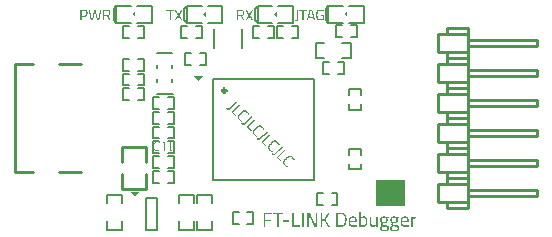
<source format=gto>
G04 Layer: TopSilkscreenLayer*
G04 EasyEDA Pro v2.1.51.8c9149c1.e57db4, 2024-03-20 17:40:01*
G04 Gerber Generator version 0.3*
G04 Scale: 100 percent, Rotated: No, Reflected: No*
G04 Dimensions in millimeters*
G04 Leading zeros omitted, absolute positions, 3 integers and 5 decimals*
%FSLAX35Y35*%
%MOMM*%
%ADD10C,0.15001*%
%ADD11C,0.254*%
%ADD12C,0.3*%
G75*


G04 Text Start*
G36*
G01X-1076452Y915619D02*
G01X-1078586Y915568D01*
G01X-1079652Y915518D01*
G01X-1080313Y915416D01*
G01X-1080973Y915264D01*
G01X-1081227Y915162D01*
G01X-1081380Y915060D01*
G01X-1081430D01*
G01X-1081532Y914959D01*
G01Y914857D01*
G01X-1081634Y914451D01*
G01X-1081583Y914044D01*
G01X-1081532Y913689D01*
G01X-1081278Y913079D01*
G01X-1081126Y912622D01*
G01X-1081024Y912165D01*
G01X-1080922Y910742D01*
G01X-1080872Y910234D01*
G01X-1080719Y909777D01*
G01X-1080465Y909117D01*
G01X-1080313Y908710D01*
G01X-1080211Y908253D01*
G01X-1080160Y907796D01*
G01X-1080110Y906678D01*
G01X-1080008Y906170D01*
G01X-1079856Y905662D01*
G01X-1079703Y904748D01*
G01X-1079398Y903173D01*
G01X-1079094Y902106D01*
G01X-1078890Y901243D01*
G01X-1078586Y899617D01*
G01X-1078281Y898550D01*
G01X-1078128Y897484D01*
G01X-1077824Y895401D01*
G01X-1077417Y893877D01*
G01X-1077214Y893013D01*
G01X-1076808Y890829D01*
G01X-1076655Y889813D01*
G01X-1076350Y888695D01*
G01X-1076147Y887628D01*
G01X-1075842Y885546D01*
G01X-1075436Y884022D01*
G01X-1075233Y883158D01*
G01X-1074877Y881177D01*
G01X-1074674Y880262D01*
G01X-1074369Y879246D01*
G01X-1074166Y878180D01*
G01X-1073861Y876097D01*
G01X-1073455Y874573D01*
G01X-1073302Y873709D01*
G01X-1072896Y871525D01*
G01X-1072693Y870509D01*
G01X-1072388Y869391D01*
G01X-1072185Y868426D01*
G01X-1071880Y866597D01*
G01X-1071626Y865480D01*
G01X-1071423Y864464D01*
G01X-1071321Y863854D01*
G01X-1070915Y861466D01*
G01X-1070712Y860603D01*
G01X-1070407Y859536D01*
G01X-1070254Y858571D01*
G01X-1069950Y856742D01*
G01X-1069543Y855269D01*
G01X-1069340Y854405D01*
G01X-1068934Y852221D01*
G01X-1068730Y851205D01*
G01X-1068476Y850087D01*
G01X-1068273Y849122D01*
G01X-1067968Y847293D01*
G01X-1067664Y846176D01*
G01X-1067460Y845160D01*
G01X-1067359Y844550D01*
G01X-1067003Y842162D01*
G01X-1066800Y841299D01*
G01X-1066495Y840283D01*
G01X-1066292Y839368D01*
G01X-1065987Y837794D01*
G01X-1065682Y836676D01*
G01X-1065479Y835508D01*
G01X-1065276Y833882D01*
G01X-1065073Y832866D01*
G01X-1064920Y832358D01*
G01X-1064616Y831698D01*
G01X-1064514Y831240D01*
G01X-1064412Y830428D01*
G01X-1064362Y829310D01*
G01X-1064260Y828853D01*
G01X-1064108Y828396D01*
G01X-1063854Y827786D01*
G01X-1063752Y827380D01*
G01X-1063650Y827024D01*
G01X-1063600Y826262D01*
G01X-1063549Y825957D01*
G01X-1063396Y825754D01*
G01X-1063244Y825652D01*
G01X-1062990Y825602D01*
G01X-1061771Y825500D01*
G01X-1054151Y825449D01*
G01X-1049020Y825551D01*
G01X-1047191Y825652D01*
G01X-1046378Y825754D01*
G01X-1045667Y825906D01*
G01X-1045413Y826008D01*
G01X-1045261Y826059D01*
G01X-1045108Y826211D01*
G01X-1044956Y826618D01*
G01X-1044753Y827126D01*
G01X-1044651Y827634D01*
G01X-1044346Y829208D01*
G01X-1043940Y830631D01*
G01X-1043534Y832409D01*
G01X-1043229Y833476D01*
G01X-1043026Y834542D01*
G01X-1042822Y836016D01*
G01X-1042721Y836676D01*
G01X-1042467Y837438D01*
G01X-1042162Y838048D01*
G01X-1042060Y838505D01*
G01X-1042010Y838911D01*
G01X-1041806Y840588D01*
G01X-1041654Y840994D01*
G01X-1041400Y841604D01*
G01X-1041298Y842010D01*
G01X-1041197Y842467D01*
G01X-1041146Y843432D01*
G01X-1041044Y844194D01*
G01X-1040384Y846531D01*
G01X-1040130Y847446D01*
G01X-1040028Y848004D01*
G01X-1039978Y848868D01*
G01X-1039927Y849274D01*
G01X-1039825Y849681D01*
G01X-1039673Y850036D01*
G01X-1039419Y850646D01*
G01X-1039216Y851560D01*
G01Y852475D01*
G01X-1039114Y853288D01*
G01X-1038403Y855370D01*
G01X-1038250Y855929D01*
G01X-1038098Y856437D01*
G01X-1038047Y857148D01*
G01X-1037996Y857758D01*
G01X-1037946Y858114D01*
G01X-1037793Y858520D01*
G01X-1037539Y859130D01*
G01X-1037387Y859536D01*
G01X-1037285Y859993D01*
G01X-1037234Y860450D01*
G01X-1037184Y861568D01*
G01X-1037082Y862127D01*
G01X-1036472Y864210D01*
G01X-1036218Y865175D01*
G01X-1036117Y865734D01*
G01X-1036066Y866597D01*
G01X-1036015Y867004D01*
G01X-1035914Y867410D01*
G01X-1035761Y867766D01*
G01X-1035507Y868375D01*
G01X-1035355Y868832D01*
G01X-1035304Y869290D01*
G01X-1035101Y870915D01*
G01X-1034948Y871322D01*
G01X-1034694Y871931D01*
G01X-1034593Y872287D01*
G01X-1034491Y872693D01*
G01Y873455D01*
G01X-1034390Y874166D01*
G01X-1034085Y875182D01*
G01X-1033678Y876960D01*
G01X-1033374Y877976D01*
G01X-1033221Y878840D01*
G01X-1032916Y880415D01*
G01X-1032612Y881532D01*
G01X-1032408Y882599D01*
G01X-1032205Y884072D01*
G01X-1032053Y884733D01*
G01X-1031799Y885495D01*
G01X-1031545Y886104D01*
G01X-1031342Y887019D01*
G01X-1031189Y888644D01*
G01X-1031037Y889051D01*
G01X-1030783Y889660D01*
G01X-1030630Y890016D01*
G01X-1030580Y890422D01*
G01X-1030529Y891184D01*
G01X-1030427Y891896D01*
G01X-1030122Y892912D01*
G01X-1029767Y894690D01*
G01X-1029462Y895706D01*
G01X-1029259Y896569D01*
G01X-1028954Y898144D01*
G01X-1028751Y898906D01*
G01X-1028649Y899160D01*
G01X-1028497Y899414D01*
G01X-1028243Y899566D01*
G01X-1027989Y899668D01*
G01X-1027735Y899719D01*
G01X-1027532Y899566D01*
G01X-1027430Y899312D01*
G01X-1027379Y898652D01*
G01X-1027328Y898195D01*
G01X-1027227Y897738D01*
G01X-1027074Y897331D01*
G01X-1026820Y896722D01*
G01X-1026719Y896315D01*
G01X-1026617Y895960D01*
G01X-1026566Y895147D01*
G01X-1026465Y894486D01*
G01X-1026211Y893470D01*
G01X-1025804Y891692D01*
G01X-1025500Y890676D01*
G01X-1025296Y889813D01*
G01X-1025042Y888238D01*
G01X-1024738Y887120D01*
G01X-1024534Y886155D01*
G01X-1024230Y884326D01*
G01X-1023823Y882853D01*
G01X-1023671Y881939D01*
G01X-1023264Y880008D01*
G01X-1023061Y879094D01*
G01X-1022756Y878078D01*
G01X-1022553Y877214D01*
G01X-1022248Y875589D01*
G01X-1021994Y874522D01*
G01X-1021791Y873557D01*
G01X-1021588Y872236D01*
G01X-1021436Y871677D01*
G01X-1021182Y870915D01*
G01X-1020928Y870306D01*
G01X-1020775Y869899D01*
G01X-1020724Y869442D01*
G01X-1020521Y867816D01*
G01X-1020369Y867410D01*
G01X-1020115Y866800D01*
G01X-1019912Y865988D01*
G01Y865226D01*
G01X-1019810Y864565D01*
G01X-1019607Y863905D01*
G01X-1019404Y862990D01*
G01X-1019099Y861416D01*
G01X-1018845Y860349D01*
G01X-1018642Y859485D01*
G01X-1018337Y857860D01*
G01X-1018032Y856793D01*
G01X-1017829Y855828D01*
G01X-1017524Y853999D01*
G01X-1017168Y852526D01*
G01X-1016559Y849833D01*
G01X-1016152Y848462D01*
G01X-1016051Y848157D01*
G01X-1015848Y847141D01*
G01X-1015594Y845515D01*
G01X-1015340Y844550D01*
G01X-1014984Y843382D01*
G01X-1014882Y842874D01*
G01X-1014781Y842162D01*
G01Y841604D01*
G01X-1014578Y840791D01*
G01X-1014273Y840181D01*
G01X-1014171Y839826D01*
G01X-1014070Y839419D01*
G01X-1014019Y839013D01*
G01X-1013968Y838098D01*
G01X-1013816Y837438D01*
G01X-1013714Y837133D01*
G01X-1013511Y836219D01*
G01X-1013206Y834644D01*
G01X-1012901Y833577D01*
G01X-1012698Y832663D01*
G01X-1012393Y831088D01*
G01X-1012139Y830021D01*
G01X-1011936Y829005D01*
G01X-1011733Y827735D01*
G01X-1011530Y826973D01*
G01X-1011326Y826567D01*
G01X-1011225Y826414D01*
G01X-1011022Y826160D01*
G01X-1010717Y825906D01*
G01X-1010310Y825754D01*
G01X-1009853Y825652D01*
G01X-1009498Y825602D01*
G01X-1007212Y825500D01*
G01X-1001166Y825449D01*
G01X-996137Y825551D01*
G01X-994562Y825652D01*
G01X-993496Y825805D01*
G01X-993038Y825957D01*
G01X-992988Y826008D01*
G01X-992937D01*
G01X-992683Y826313D01*
G01X-992581Y826516D01*
G01X-992480Y826668D01*
G01X-992429Y826821D01*
G01X-992378Y827024D01*
G01X-992327Y827380D01*
G01Y827786D01*
G01X-992124Y828599D01*
G01X-991819Y829158D01*
G01X-991718Y829615D01*
G01X-991616Y830021D01*
G01X-991565Y830529D01*
G01X-991514Y831647D01*
G01X-991413Y832155D01*
G01X-991260Y832663D01*
G01X-991057Y833526D01*
G01X-990752Y835152D01*
G01X-990448Y836168D01*
G01X-990346Y836879D01*
G01Y837641D01*
G01X-990143Y838454D01*
G01X-989889Y839013D01*
G01X-989736Y839419D01*
G01X-989635Y839876D01*
G01X-989584Y840334D01*
G01X-989533Y841502D01*
G01X-989432Y842010D01*
G01X-989279Y842518D01*
G01X-989076Y843382D01*
G01X-988771Y844956D01*
G01X-988517Y846023D01*
G01X-988416Y846734D01*
G01X-988365Y847496D01*
G01X-988314Y847903D01*
G01X-988162Y848258D01*
G01X-987908Y848868D01*
G01X-987755Y849274D01*
G01X-987654Y849732D01*
G01X-987603Y850189D01*
G01X-987552Y851357D01*
G01X-987450Y851865D01*
G01X-987196Y852729D01*
G01X-986993Y853592D01*
G01X-986231Y857555D01*
G01X-986028Y858418D01*
G01X-985723Y859434D01*
G01X-985622Y860095D01*
G01X-985571Y861212D01*
G01X-985215Y862584D01*
G01X-985063Y863448D01*
G01X-984250Y867410D01*
G01X-984047Y868274D01*
G01X-983793Y869290D01*
G01X-983691Y869950D01*
G01X-983640Y870712D01*
G01X-983437Y871525D01*
G01X-983183Y872134D01*
G01X-983031Y872541D01*
G01X-982929Y872998D01*
G01X-982878Y873455D01*
G01X-982828Y874573D01*
G01X-982726Y875132D01*
G01X-982574Y875589D01*
G01X-982370Y876503D01*
G01X-982066Y878078D01*
G01X-981812Y879094D01*
G01X-981710Y879805D01*
G01X-981659Y880567D01*
G01X-981608Y880974D01*
G01X-981456Y881380D01*
G01X-981202Y881939D01*
G01X-981050Y882396D01*
G01X-980948Y882802D01*
G01X-980897Y883310D01*
G01X-980846Y884428D01*
G01X-980745Y884936D01*
G01X-980592Y885444D01*
G01X-980389Y886308D01*
G01X-980135Y887933D01*
G01X-979830Y889000D01*
G01X-979627Y889965D01*
G01X-979322Y891794D01*
G01X-979018Y892962D01*
G01X-978814Y894029D01*
G01X-978611Y895502D01*
G01X-978510Y896163D01*
G01X-978256Y896925D01*
G01X-977951Y897534D01*
G01X-977849Y897992D01*
G01X-977748Y898804D01*
G01X-977697Y899922D01*
G01X-977595Y900430D01*
G01X-977443Y900887D01*
G01X-977189Y901497D01*
G01X-977087Y901954D01*
G01X-976986Y902767D01*
G01X-976935Y904088D01*
G01X-976833Y904646D01*
G01X-976579Y905510D01*
G01X-976173Y907288D01*
G01X-975868Y908253D01*
G01X-975817Y908964D01*
G01X-975766Y909726D01*
G01X-975563Y910539D01*
G01X-975309Y911098D01*
G01X-975157Y911555D01*
G01X-975055Y911962D01*
G01X-975004Y912470D01*
G01X-974954Y913587D01*
G01X-974852Y914095D01*
G01X-974700Y914552D01*
G01Y915060D01*
G01X-974801Y915264D01*
G01X-974903Y915365D01*
G01X-975208Y915416D01*
G01X-975614Y915467D01*
G01X-976884Y915568D01*
G01X-979932Y915619D01*
G01X-982066Y915568D01*
G01X-983082Y915518D01*
G01X-984047Y915365D01*
G01X-984453Y915213D01*
G01X-984606Y915162D01*
G01X-984707Y915060D01*
G01X-984758D01*
G01X-984809Y915010D01*
G01Y914959D01*
G01X-984860Y914908D01*
G01Y914451D01*
G01X-984961Y913790D01*
G01X-985215Y912774D01*
G01X-985418Y911911D01*
G01X-985825Y909726D01*
G01X-986028Y908710D01*
G01X-986333Y907593D01*
G01X-986536Y906424D01*
G01X-986790Y904138D01*
G01X-986993Y903326D01*
G01X-987196Y902564D01*
G01X-987400Y901649D01*
G01X-988009Y898449D01*
G01X-988263Y897433D01*
G01X-988365Y896722D01*
G01X-988416Y895604D01*
G01X-988568Y894944D01*
G01X-988670Y894639D01*
G01X-988873Y893724D01*
G01X-989178Y892150D01*
G01X-989482Y891083D01*
G01X-989533Y890321D01*
G01X-989584Y889356D01*
G01X-989686Y888949D01*
G01X-989787Y888594D01*
G01X-989940Y888289D01*
G01X-990143Y887933D01*
G01X-990244Y887476D01*
G01X-990346Y886917D01*
G01X-990397Y885393D01*
G01X-990448Y884682D01*
G01X-990651Y883971D01*
G01X-990854Y883107D01*
G01X-991159Y881532D01*
G01X-991413Y880466D01*
G01X-991514Y879805D01*
G01X-991565Y878992D01*
G01X-991616Y878637D01*
G01X-991768Y878230D01*
G01X-992022Y877621D01*
G01X-992175Y877164D01*
G01X-992276Y876706D01*
G01X-992327Y875284D01*
G01X-992429Y874420D01*
G01X-992632Y873760D01*
G01X-992835Y872744D01*
G01X-993140Y870915D01*
G01X-993394Y869798D01*
G01X-993597Y868832D01*
G01X-993902Y867004D01*
G01X-994207Y865886D01*
G01X-994308Y865226D01*
G01X-994359Y864108D01*
G01X-994715Y862736D01*
G01X-994867Y861873D01*
G01X-995274Y859892D01*
G01X-995883Y856691D01*
G01X-996137Y855675D01*
G01X-996239Y854964D01*
G01X-996340Y853846D01*
G01X-996645Y852526D01*
G01X-996848Y851611D01*
G01X-997407Y848208D01*
G01X-997661Y847192D01*
G01X-998017Y845820D01*
G01X-998118Y845210D01*
G01X-998220Y844652D01*
G01X-998271Y843686D01*
G01X-998322Y843229D01*
G01X-998474Y842772D01*
G01X-998728Y842162D01*
G01X-998880Y841705D01*
G01X-998982Y841248D01*
G01X-999033Y839826D01*
G01X-999134Y838962D01*
G01X-999338Y838302D01*
G01X-999541Y837387D01*
G01X-999744Y836320D01*
G01X-999947Y835609D01*
G01X-1000100Y835254D01*
G01X-1000201Y835101D01*
G01X-1000455Y834847D01*
G01X-1000912Y834644D01*
G01X-1001471Y834542D01*
G01X-1002182Y834492D01*
G01X-1003757D01*
G01X-1003960Y835863D01*
G01X-1004062Y836524D01*
G01X-1004214Y837082D01*
G01X-1004468Y837844D01*
G01X-1004722Y838454D01*
G01X-1004824Y838810D01*
G01X-1004926Y839216D01*
G01Y839978D01*
G01X-1005027Y840689D01*
G01X-1005738Y842975D01*
G01X-1005942Y843890D01*
G01X-1006043Y844448D01*
G01X-1006145Y845312D01*
G01X-1006246Y846125D01*
G01X-1006399Y846531D01*
G01X-1006704Y847090D01*
G01X-1006805Y847496D01*
G01X-1006856Y847903D01*
G01X-1006907Y848665D01*
G01X-1007008Y849325D01*
G01X-1007669Y851611D01*
G01X-1007923Y852576D01*
G01X-1008024Y853135D01*
G01X-1008075Y853999D01*
G01X-1008126Y854405D01*
G01X-1008228Y854761D01*
G01X-1008380Y855167D01*
G01X-1008634Y855777D01*
G01X-1008786Y856183D01*
G01X-1008837Y856539D01*
G01X-1008888Y857352D01*
G01X-1008990Y858012D01*
G01X-1009650Y860298D01*
G01X-1009904Y861263D01*
G01X-1010006Y861771D01*
G01X-1010056Y862635D01*
G01X-1010107Y863041D01*
G01X-1010209Y863448D01*
G01X-1010361Y863854D01*
G01X-1010615Y864464D01*
G01X-1010768Y864870D01*
G01X-1010818Y865327D01*
G01X-1011022Y866953D01*
G01X-1011123Y867359D01*
G01X-1011428Y868020D01*
G01X-1011580Y868578D01*
G01X-1011733Y869188D01*
G01X-1011936Y870661D01*
G01X-1012088Y871322D01*
G01X-1012342Y872084D01*
G01X-1012596Y872744D01*
G01X-1012698Y873201D01*
G01X-1012800Y874014D01*
G01X-1012850Y874827D01*
G01X-1012901Y875335D01*
G01X-1013054Y875741D01*
G01X-1013104Y875894D01*
G01X-1013358Y876351D01*
G01X-1013511Y876706D01*
G01X-1013562Y877062D01*
G01X-1013612Y877824D01*
G01X-1013714Y878484D01*
G01X-1013917Y879145D01*
G01X-1014070Y880008D01*
G01X-1014374Y881634D01*
G01X-1014781Y883056D01*
G01X-1015187Y884834D01*
G01X-1015492Y885850D01*
G01X-1015644Y886816D01*
G01X-1015949Y888644D01*
G01X-1016356Y890118D01*
G01X-1016965Y892810D01*
G01X-1017321Y894182D01*
G01X-1017422Y894537D01*
G01X-1017626Y895502D01*
G01X-1017930Y897331D01*
G01X-1018337Y898804D01*
G01X-1018692Y900430D01*
G01X-1019099Y901852D01*
G01X-1019302Y902411D01*
G01X-1019404Y902919D01*
G01X-1019505Y903630D01*
G01X-1019556Y904545D01*
G01X-1019708Y905205D01*
G01X-1020318Y906983D01*
G01X-1020470Y907542D01*
G01X-1020572Y908050D01*
G01X-1020674Y908761D01*
G01X-1020724Y909320D01*
G01X-1020775Y909726D01*
G01X-1020928Y910133D01*
G01X-1021182Y910742D01*
G01X-1021334Y911149D01*
G01X-1021436Y911606D01*
G01X-1021486Y912063D01*
G01Y912774D01*
G01X-1021588Y913181D01*
G01X-1021690Y913536D01*
G01X-1021893Y913892D01*
G01X-1022096Y914146D01*
G01X-1022299Y914349D01*
G01X-1022553Y914552D01*
G01X-1022858Y914654D01*
G01X-1023061Y914705D01*
G01X-1023925Y914756D01*
G01X-1028548Y914857D01*
G01X-1033678D01*
G01X-1034085Y913689D01*
G01X-1034339Y912774D01*
G01X-1034542Y911911D01*
G01X-1034898Y910285D01*
G01X-1035152Y909218D01*
G01X-1035355Y908304D01*
G01X-1035660Y906729D01*
G01X-1035964Y905662D01*
G01X-1036168Y904748D01*
G01X-1036472Y903173D01*
G01X-1036828Y901751D01*
G01X-1037438Y899109D01*
G01X-1037844Y897738D01*
G01X-1037946Y897382D01*
G01X-1038098Y896264D01*
G01X-1038352Y894791D01*
G01X-1038454Y894182D01*
G01X-1038708Y893420D01*
G01X-1038962Y892759D01*
G01X-1039114Y892353D01*
G01X-1039165Y891896D01*
G01X-1039216Y891184D01*
G01X-1039266Y890727D01*
G01X-1039368Y890321D01*
G01X-1039774Y889508D01*
G01X-1039876Y889152D01*
G01X-1039978Y888746D01*
G01X-1040028Y887781D01*
G01X-1040130Y887019D01*
G01X-1040790Y884733D01*
G01X-1041044Y883768D01*
G01X-1041146Y883209D01*
G01X-1041197Y882548D01*
G01Y882193D01*
G01X-1041400Y881482D01*
G01X-1041756Y880872D01*
G01X-1041959Y880059D01*
G01Y879145D01*
G01X-1042060Y878332D01*
G01X-1042772Y876046D01*
G01X-1042975Y875081D01*
G01X-1043076Y874573D01*
G01X-1043127Y873862D01*
G01X-1043229Y873150D01*
G01X-1043381Y872795D01*
G01X-1043737Y872185D01*
G01X-1043838Y871830D01*
G01X-1043889Y871423D01*
G01X-1043940Y870458D01*
G01X-1044042Y869696D01*
G01X-1044702Y867410D01*
G01X-1045058Y866038D01*
G01X-1045515Y863803D01*
G01X-1045820Y862736D01*
G01X-1046023Y861822D01*
G01X-1046277Y860247D01*
G01X-1046582Y859180D01*
G01X-1046785Y858164D01*
G01X-1046988Y856894D01*
G01X-1047140Y856285D01*
G01X-1047394Y855574D01*
G01X-1047648Y854964D01*
G01X-1047750Y854558D01*
G01X-1047852Y854100D01*
G01X-1048004Y852424D01*
G01X-1048156Y852018D01*
G01X-1048461Y851408D01*
G01X-1048563Y851052D01*
G01X-1048614Y850646D01*
G01X-1048664Y849884D01*
G01X-1048766Y849173D01*
G01X-1049071Y848157D01*
G01X-1049426Y846430D01*
G01X-1049731Y845363D01*
G01X-1049934Y844499D01*
G01X-1050239Y842924D01*
G01X-1050544Y841807D01*
G01X-1050747Y840842D01*
G01X-1050950Y839572D01*
G01X-1051052Y838962D01*
G01X-1051306Y838251D01*
G01X-1051611Y837641D01*
G01X-1051712Y837184D01*
G01X-1051763Y836727D01*
G01X-1051814Y836016D01*
G01X-1051916Y835609D01*
G01X-1052017Y835406D01*
G01X-1052119Y835254D01*
G01X-1052271Y835101D01*
G01X-1052576Y834898D01*
G01X-1053033Y834695D01*
G01X-1053490Y834593D01*
G01X-1054303Y834492D01*
G01X-1054862D01*
G01X-1055370Y834695D01*
G01X-1055573Y834847D01*
G01X-1055878Y835254D01*
G01X-1056030Y835558D01*
G01X-1056132Y835863D01*
G01X-1056335Y836524D01*
G01X-1056437Y837133D01*
G01X-1056538Y837692D01*
G01Y838708D01*
G01X-1056640Y839470D01*
G01X-1056945Y840486D01*
G01X-1057148Y841400D01*
G01X-1057504Y843331D01*
G01X-1057910Y845515D01*
G01X-1058113Y846531D01*
G01X-1058418Y847598D01*
G01X-1058520Y848309D01*
G01X-1058570Y849427D01*
G01X-1058926Y850748D01*
G01X-1059078Y851611D01*
G01X-1059891Y856336D01*
G01X-1060094Y857250D01*
G01X-1060348Y858215D01*
G01X-1060450Y858926D01*
G01X-1060501Y859688D01*
G01X-1060704Y860501D01*
G01X-1060958Y861060D01*
G01X-1061110Y861517D01*
G01X-1061212Y861924D01*
G01X-1061263Y862432D01*
G01X-1061314Y863549D01*
G01X-1061415Y864057D01*
G01X-1061568Y864565D01*
G01X-1061669Y865226D01*
G01Y865988D01*
G01X-1061872Y866800D01*
G01X-1062126Y867410D01*
G01X-1062279Y867867D01*
G01X-1062431Y868680D01*
G01X-1062482Y870001D01*
G01X-1062584Y870864D01*
G01X-1062736Y871322D01*
G01X-1062990Y871931D01*
G01X-1063142Y872338D01*
G01X-1063193Y872795D01*
G01X-1063244Y873760D01*
G01X-1063346Y874573D01*
G01X-1063549Y875233D01*
G01X-1063752Y876198D01*
G01X-1064006Y878027D01*
G01X-1064311Y879094D01*
G01X-1064412Y879805D01*
G01X-1064463Y880567D01*
G01X-1064514Y880974D01*
G01X-1064616Y881380D01*
G01X-1064920Y881990D01*
G01X-1065073Y882396D01*
G01X-1065174Y882904D01*
G01X-1065225Y884276D01*
G01X-1065327Y885190D01*
G01X-1065479Y885850D01*
G01X-1065682Y886714D01*
G01X-1065987Y888289D01*
G01X-1066292Y889356D01*
G01X-1066394Y890067D01*
G01X-1066444Y891184D01*
G01X-1066800Y892505D01*
G01X-1067003Y893369D01*
G01X-1067257Y895198D01*
G01X-1067359Y895960D01*
G01X-1067562Y897280D01*
G01X-1067968Y898804D01*
G01X-1068172Y899668D01*
G01X-1068578Y901852D01*
G01X-1068730Y902868D01*
G01X-1069035Y903935D01*
G01X-1069137Y904646D01*
G01X-1069188Y905764D01*
G01X-1069442Y906729D01*
G01X-1069645Y907694D01*
G01X-1069950Y909523D01*
G01X-1070204Y910641D01*
G01X-1070305Y911301D01*
G01X-1070356Y912114D01*
G01X-1070407Y912470D01*
G01X-1070559Y912876D01*
G01X-1070915Y913689D01*
G01X-1071220Y914451D01*
G01X-1071321Y914857D01*
G01X-1071423Y915060D01*
G01X-1071728Y915213D01*
G01X-1072134Y915314D01*
G01X-1072693Y915467D01*
G01X-1074268Y915568D01*
G37*
G36*
G01X-959612Y915619D02*
G01X-959612Y906983D01*
G01X-949401D01*
G01X-937362D01*
G01X-925576Y906831D01*
G01X-924865Y906780D01*
G01X-924763D01*
G01X-924408Y906678D01*
G01X-924001Y906628D01*
G01X-921868Y906577D01*
G01X-921156Y906475D01*
G01X-920140Y906170D01*
G01X-918769Y905866D01*
G01X-917905Y905561D01*
G01X-916432Y904900D01*
G01X-915264Y904392D01*
G01X-914705Y904138D01*
G01X-914451Y903935D01*
G01X-913638Y903224D01*
G01X-913079Y902818D01*
G01X-912571Y902360D01*
G01X-911962Y901497D01*
G01X-911352Y900836D01*
G01X-911149Y900532D01*
G01X-910590Y899668D01*
G01X-910184Y898957D01*
G01X-909828Y898195D01*
G01X-909625Y897738D01*
G01X-908914Y895858D01*
G01X-908609Y894944D01*
G01X-908456Y894232D01*
G01X-908253Y893013D01*
G01X-907847Y889457D01*
G01X-907694Y888136D01*
G01X-907644Y886866D01*
G01X-907694Y885850D01*
G01X-907796Y885292D01*
G01X-907898Y884784D01*
G01X-907999Y883869D01*
G01X-908050Y882294D01*
G01X-908152Y881736D01*
G01X-908812Y879805D01*
G01X-909523Y877875D01*
G01X-909828Y877164D01*
G01X-910031Y876706D01*
G01X-910285Y876249D01*
G01X-911555Y874471D01*
G01X-912012Y873912D01*
G01X-912825Y873303D01*
G01X-913333Y872795D01*
G01X-913740Y872236D01*
G01X-914248Y871830D01*
G01X-914806Y871626D01*
G01X-915416Y871322D01*
G01X-916026Y870915D01*
G01X-916432Y870712D01*
G01X-917499Y870356D01*
G01X-920039Y869544D01*
G01X-921360Y869239D01*
G01X-922020Y869188D01*
G01X-923138Y869137D01*
G01X-924052Y869036D01*
G01X-924357Y868985D01*
G01X-924712Y868934D01*
G01X-929589Y868782D01*
G01X-936955D01*
G01X-948436Y868883D01*
G01X-949096Y868934D01*
G01X-949198D01*
G01Y868985D01*
G01X-949249Y869290D01*
G01X-949401Y888086D01*
G01Y906983D01*
G01X-959612D01*
G01Y825805D01*
G01X-949401D01*
G01Y860095D01*
G01X-936600D01*
G01X-927557Y859942D01*
G01X-925525Y859790D01*
G01X-924712Y859688D01*
G01X-924052Y859587D01*
G01X-923646Y859384D01*
G01X-923595Y859333D01*
G01X-923341Y858520D01*
G01X-922477Y856691D01*
G01X-921918Y855269D01*
G01X-921512Y854558D01*
G01X-921004Y853694D01*
G01X-920344Y852119D01*
G01X-919937Y851408D01*
G01X-919683Y850951D01*
G01X-919378Y850240D01*
G01X-919023Y849122D01*
G01X-918667Y848462D01*
G01X-918261Y847801D01*
G01X-917600Y846226D01*
G01X-917194Y845464D01*
G01X-916889Y845007D01*
G01X-916686Y844601D01*
G01X-916026Y842772D01*
G01X-915619Y841959D01*
G01X-915111Y841096D01*
G01X-914451Y839521D01*
G01X-914044Y838759D01*
G01X-913740Y838302D01*
G01X-913536Y837895D01*
G01X-912825Y836066D01*
G01X-912470Y835254D01*
G01X-911962Y834390D01*
G01X-911250Y832815D01*
G01X-910895Y832104D01*
G01X-910590Y831596D01*
G01X-910387Y831190D01*
G01X-909676Y829361D01*
G01X-909320Y828548D01*
G01X-908812Y827684D01*
G01X-908406Y826821D01*
G01X-907999Y825805D01*
G01X-896620D01*
G01X-896976Y826821D01*
G01X-897280Y827481D01*
G01X-897687Y828243D01*
G01X-898195Y829056D01*
G01X-898550Y829970D01*
G01X-899363Y831952D01*
G01X-899668Y832612D01*
G01X-900024Y833374D01*
G01X-900532Y834187D01*
G01X-901243Y835762D01*
G01X-901598Y836524D01*
G01X-901903Y836981D01*
G01X-902106Y837387D01*
G01X-902818Y839216D01*
G01X-903224Y840029D01*
G01X-903681Y840892D01*
G01X-904392Y842467D01*
G01X-904799Y843178D01*
G01X-905256Y844042D01*
G01X-905662Y844906D01*
G01X-906424Y846887D01*
G01X-906729Y847598D01*
G01X-907136Y848309D01*
G01X-907644Y849173D01*
G01X-908304Y850748D01*
G01X-908710Y851459D01*
G01X-909015Y851967D01*
G01X-909218Y852373D01*
G01X-909879Y854202D01*
G01X-910285Y855015D01*
G01X-910793Y855878D01*
G01X-911454Y857453D01*
G01X-911860Y858164D01*
G01X-912368Y859028D01*
G01X-912774Y859892D01*
G01X-913079Y860857D01*
G01X-913333Y861670D01*
G01X-913384Y862025D01*
G01X-913232Y862330D01*
G01X-912978Y862533D01*
G01X-912571Y862635D01*
G01X-912063Y862787D01*
G01X-911454Y862990D01*
G01X-911149Y863143D01*
G01X-910285Y863651D01*
G01X-908456Y864464D01*
G01X-908050Y864718D01*
G01X-906272Y865988D01*
G01X-905713Y866445D01*
G01X-905053Y867258D01*
G01X-904545Y867766D01*
G01X-903732Y868426D01*
G01X-903275Y868985D01*
G01X-902716Y869747D01*
G01X-902310Y870204D01*
G01X-902056Y870509D01*
G01X-901548Y871322D01*
G01X-901090Y872084D01*
G01X-900735Y872795D01*
G01X-900227Y873963D01*
G01X-899871Y874725D01*
G01X-899566Y875182D01*
G01X-899414Y875538D01*
G01X-899262Y875995D01*
G01X-899058Y876910D01*
G01X-898754Y877824D01*
G01X-898398Y878637D01*
G01X-898296Y878992D01*
G01X-898195Y879399D01*
G01X-898144Y880161D01*
G01X-898042Y880872D01*
G01X-897839Y881837D01*
G01X-897788Y882955D01*
G01X-897687Y883615D01*
G01X-897534Y884123D01*
G01X-897484Y884936D01*
G01X-897382Y889051D01*
G01X-897433Y893064D01*
G01X-897534Y893978D01*
G01X-897585Y894131D01*
G01X-897687Y894537D01*
G01X-897890Y895604D01*
G01X-898195Y897687D01*
G01X-898398Y898500D01*
G01X-898957Y900278D01*
G01X-899363Y901344D01*
G01X-900532Y903834D01*
G01X-900887Y904392D01*
G01X-901243Y905002D01*
G01X-902716Y907085D01*
G01X-903224Y907542D01*
G01X-904037Y908202D01*
G01X-904697Y909015D01*
G01X-905205Y909523D01*
G01X-906831Y910742D01*
G01X-907237Y910996D01*
G01X-908152Y911504D01*
G01X-909320Y912012D01*
G01X-910031Y912368D01*
G01X-910539Y912673D01*
G01X-910946Y912876D01*
G01X-911962Y913282D01*
G01X-914349Y914044D01*
G01X-914959Y914248D01*
G01X-915619Y914400D01*
G01X-916686Y914603D01*
G01X-918413Y914857D01*
G01X-919582Y915162D01*
G01X-920039Y915213D01*
G01X-922122Y915264D01*
G01X-922833Y915365D01*
G01X-923188Y915467D01*
G01X-923341D01*
G01X-924560Y915518D01*
G01X-941730Y915619D01*
G37*
G36*
G01X-1151890Y915619D02*
G01X-1151890Y906983D01*
G01X-1141628D01*
G01X-1129995D01*
G01X-1118565Y906831D01*
G01X-1117854Y906780D01*
G01X-1117803D01*
G01X-1117448Y906678D01*
G01X-1116889Y906628D01*
G01X-1115416Y906577D01*
G01X-1114247D01*
G01X-1113434Y906475D01*
G01X-1111098Y905815D01*
G01X-1110437Y905561D01*
G01X-1109828Y905358D01*
G01X-1109269Y905104D01*
G01X-1107389Y904037D01*
G01X-1106576Y903630D01*
G01X-1106272Y903376D01*
G01X-1106018Y903122D01*
G01X-1105560Y902564D01*
G01X-1105103Y902056D01*
G01X-1104494Y901649D01*
G01X-1104240Y901344D01*
G01X-1104036Y901040D01*
G01X-1103427Y899922D01*
G01X-1102817Y898957D01*
G01X-1102614Y898550D01*
G01X-1102258Y897534D01*
G01X-1101446Y895147D01*
G01X-1101242Y894537D01*
G01X-1101090Y893826D01*
G01X-1100887Y892658D01*
G01X-1100836Y892200D01*
G01X-1100684Y890219D01*
G01X-1100633Y888898D01*
G01X-1100379Y887882D01*
G01X-1100328Y887374D01*
G01X-1100277Y885901D01*
G01Y884733D01*
G01X-1100379Y883920D01*
G01X-1100480Y883514D01*
G01X-1100531Y883209D01*
G01X-1100633Y882752D01*
G01X-1100684Y880669D01*
G01X-1100785Y879958D01*
G01X-1100938Y879246D01*
G01X-1101141Y878383D01*
G01X-1101344Y877265D01*
G01X-1101649Y876249D01*
G01X-1102157Y875233D01*
G01X-1102614Y873862D01*
G01X-1102817Y873354D01*
G01X-1103122Y872693D01*
G01X-1103325Y872439D01*
G01X-1103884Y871779D01*
G01X-1104697Y870458D01*
G01X-1105154Y869950D01*
G01X-1105459Y869645D01*
G01X-1105865Y869340D01*
G01X-1106373Y868832D01*
G01X-1106780Y868274D01*
G01X-1107034Y868070D01*
G01X-1107288Y867918D01*
G01X-1107846Y867664D01*
G01X-1108456Y867359D01*
G01X-1109421Y866800D01*
G01X-1110336Y866394D01*
G01X-1112164Y865734D01*
G01X-1113130Y865429D01*
G01X-1113790Y865276D01*
G01X-1115009Y865073D01*
G01X-1115416Y865022D01*
G01X-1116482Y864972D01*
G01X-1129233Y864819D01*
G01X-1140714Y864921D01*
G01X-1141324Y864972D01*
G01X-1141425Y865022D01*
G01X-1141476Y865378D01*
G01X-1141628Y886104D01*
G01Y906983D01*
G01X-1151890D01*
G01Y825805D01*
G01X-1141628D01*
G01Y855777D01*
G01X-1129792D01*
G01X-1118210Y855878D01*
G01X-1117498Y855929D01*
G01X-1117244Y856031D01*
G01X-1116432Y856132D01*
G01X-1115162D01*
G01X-1113028Y856183D01*
G01X-1112164Y856285D01*
G01X-1111555Y856437D01*
G01X-1110539Y856640D01*
G01X-1108761Y856945D01*
G01X-1107948Y857148D01*
G01X-1106170Y857758D01*
G01X-1105357Y858012D01*
G01X-1104544Y858418D01*
G01X-1103833Y858876D01*
G01X-1102919Y859231D01*
G01X-1102360Y859536D01*
G01X-1100480Y860704D01*
G01X-1100023Y860958D01*
G01X-1099464Y861416D01*
G01X-1099210Y861720D01*
G01X-1098855Y862127D01*
G01X-1098652Y862381D01*
G01X-1098398Y862533D01*
G01X-1097839Y862787D01*
G01X-1097534Y862990D01*
G01X-1097331Y863295D01*
G01X-1096924Y864006D01*
G01X-1096416Y864616D01*
G01X-1096112Y864819D01*
G01X-1095858Y865022D01*
G01X-1095350Y865632D01*
G01X-1094740Y866750D01*
G01X-1094181Y867715D01*
G01X-1093978Y868070D01*
G01X-1093267Y869645D01*
G01X-1092860Y870407D01*
G01X-1092606Y870864D01*
G01X-1092454Y871220D01*
G01X-1092302Y871626D01*
G01X-1092098Y872592D01*
G01X-1091794Y873455D01*
G01X-1091438Y874319D01*
G01X-1091235Y874878D01*
G01X-1091133Y875487D01*
G01X-1090828Y877570D01*
G01X-1090524Y878738D01*
G01X-1090422Y879500D01*
G01X-1090371Y880872D01*
G01X-1090270Y881431D01*
G01X-1090168Y881786D01*
G01X-1090117Y882599D01*
G01X-1090016Y887070D01*
G01X-1090117Y891388D01*
G01X-1090168Y892404D01*
G01X-1090219Y892556D01*
G01X-1090320Y892912D01*
G01X-1090422Y893572D01*
G01X-1090473Y894690D01*
G01X-1090625Y895350D01*
G01X-1090727Y895706D01*
G01X-1090930Y896569D01*
G01X-1091133Y897687D01*
G01X-1091235Y898195D01*
G01X-1091438Y898703D01*
G01X-1091794Y899516D01*
G01X-1092098Y900379D01*
G01X-1092302Y901344D01*
G01X-1092505Y901954D01*
G01X-1092708Y902310D01*
G01X-1093165Y903072D01*
G01X-1093978Y904545D01*
G01X-1095146Y906374D01*
G01X-1095604Y906932D01*
G01X-1096112Y907390D01*
G01X-1096620Y907745D01*
G01X-1097229Y908558D01*
G01X-1097686Y908964D01*
G01X-1098245Y909371D01*
G01X-1098702Y909930D01*
G01X-1098906Y910184D01*
G01X-1099160Y910438D01*
G01X-1099414Y910590D01*
G01X-1099972Y910844D01*
G01X-1100684Y911250D01*
G01X-1101446Y911809D01*
G01X-1101903Y912063D01*
G01X-1102817Y912470D01*
G01X-1104798Y913282D01*
G01X-1105865Y913689D01*
G01X-1107186Y914044D01*
G01X-1108202Y914349D01*
G01X-1109218Y914552D01*
G01X-1111098Y914857D01*
G01X-1112215Y915162D01*
G01X-1112672Y915213D01*
G01X-1114806Y915264D01*
G01X-1115466Y915365D01*
G01X-1115822Y915467D01*
G01X-1115974D01*
G01X-1117194Y915518D01*
G01X-1134161Y915619D01*
G37*
G36*
G01X-354094Y826219D02*
G01X-353922Y826046D01*
G01X-353011Y825923D01*
G01X-348973Y825825D01*
G01X-343458D01*
G01X-342867Y826809D01*
G01X-340897Y829961D01*
G01X-339716Y831931D01*
G01X-337746Y835082D01*
G01X-336564Y837052D01*
G01X-332625Y843355D01*
G01X-331443Y845324D01*
G01X-329473Y848476D01*
G01X-328291Y850446D01*
G01X-326322Y853597D01*
G01X-325140Y855567D01*
G01X-322185Y860294D01*
G01X-321201Y861673D01*
G01X-320917Y861993D01*
G01X-320785Y862098D01*
G01X-320659Y862165D01*
G01X-320539Y862196D01*
G01X-320425Y862190D01*
G01X-320317Y862147D01*
G01X-320216Y862067D01*
G01X-319822Y861575D01*
G01X-319034Y860146D01*
G01X-317655Y857930D01*
G01X-312928Y850052D01*
G01X-310958Y846900D01*
G01X-305049Y837052D01*
G01X-303079Y833900D01*
G01X-299534Y827991D01*
G01X-298549Y826415D01*
G01X-298367Y826277D01*
G01X-298019Y826157D01*
G01X-297506Y826055D01*
G01X-295979Y825908D01*
G01X-292443Y825825D01*
G01X-286731D01*
G01X-287125Y826612D01*
G01X-287448Y827203D01*
G01X-287826Y827794D01*
G01X-288525Y828779D01*
G01X-288885Y829370D01*
G01X-289418Y830355D01*
G01X-289796Y830946D01*
G01X-290495Y831931D01*
G01X-290855Y832522D01*
G01X-291387Y833506D01*
G01X-291766Y834097D01*
G01X-292464Y835082D01*
G01X-292824Y835673D01*
G01X-293357Y836658D01*
G01X-293736Y837249D01*
G01X-294434Y838234D01*
G01X-294794Y838825D01*
G01X-295327Y839809D01*
G01X-295705Y840400D01*
G01X-296404Y841385D01*
G01X-296764Y841976D01*
G01X-297296Y842961D01*
G01X-297675Y843552D01*
G01X-298374Y844537D01*
G01X-298733Y845128D01*
G01X-299266Y846112D01*
G01X-299645Y846703D01*
G01X-300343Y847688D01*
G01X-300703Y848279D01*
G01X-301236Y849264D01*
G01X-301614Y849855D01*
G01X-302313Y850840D01*
G01X-302673Y851431D01*
G01X-303205Y852415D01*
G01X-303584Y853006D01*
G01X-304283Y853991D01*
G01X-304643Y854582D01*
G01X-305175Y855567D01*
G01X-305554Y856158D01*
G01X-306252Y857143D01*
G01X-306612Y857734D01*
G01X-307145Y858718D01*
G01X-307523Y859309D01*
G01X-308222Y860294D01*
G01X-308582Y860885D01*
G01X-309114Y861870D01*
G01X-309493Y862461D01*
G01X-310192Y863446D01*
G01X-310552Y864037D01*
G01X-311084Y865021D01*
G01X-311463Y865612D01*
G01X-312161Y866597D01*
G01X-312521Y867188D01*
G01X-313054Y868173D01*
G01X-313432Y868764D01*
G01X-313845Y869358D01*
G01X-313937Y869564D01*
G01X-313993Y869777D01*
G01X-314011Y869995D01*
G01X-313993Y870220D01*
G01X-313937Y870450D01*
G01X-313845Y870687D01*
G01X-313716Y870930D01*
G01X-310170Y876840D01*
G01X-308201Y879991D01*
G01X-303473Y887870D01*
G01X-301504Y891022D01*
G01X-296776Y898900D01*
G01X-294807Y902052D01*
G01X-288897Y911900D01*
G01X-287519Y914116D01*
G01X-287125Y914855D01*
G01X-286731Y915643D01*
G01X-292246D01*
G01X-294928Y915580D01*
G01X-296054Y915492D01*
G01X-297062Y915335D01*
G01X-297527Y915200D01*
G01X-297697Y915123D01*
G01X-297826Y915040D01*
G01X-297874Y914996D01*
G01X-297913Y914950D01*
G01X-297940Y914903D01*
G01X-298069Y914486D01*
G01X-298204Y914165D01*
G01X-298364Y913895D01*
G01X-298746Y913451D01*
G01X-299140Y912861D01*
G01X-299731Y911753D01*
G01X-301110Y909537D01*
G01X-301885Y908170D01*
G01X-302488Y907025D01*
G01X-303867Y904809D01*
G01X-309776Y894961D01*
G01X-310552Y893594D01*
G01X-311155Y892450D01*
G01X-312534Y890234D01*
G01X-318443Y880385D01*
G01X-319218Y879019D01*
G01X-319637Y878280D01*
G01X-319871Y878071D01*
G01X-320129Y877985D01*
G01X-320413Y878021D01*
G01X-320696Y878169D01*
G01X-320954Y878415D01*
G01X-321188Y878760D01*
G01X-321594Y879659D01*
G01X-321890Y880203D01*
G01X-322087Y880474D01*
G01X-322382Y880804D01*
G01X-322776Y881394D01*
G01X-323367Y882502D01*
G01X-324155Y883783D01*
G01X-324943Y885260D01*
G01X-326322Y887476D01*
G01X-329867Y893385D01*
G01X-330643Y894752D01*
G01X-331246Y895896D01*
G01X-332625Y898113D01*
G01X-334988Y902052D01*
G01X-335764Y903418D01*
G01X-336367Y904563D01*
G01X-337746Y906779D01*
G01X-340110Y910719D01*
G01X-340885Y912085D01*
G01X-341488Y913230D01*
G01X-342670Y915052D01*
G01X-342852Y915190D01*
G01X-343199Y915310D01*
G01X-343714Y915412D01*
G01X-345240Y915560D01*
G01X-348776Y915643D01*
G01X-354488D01*
G01X-346807Y902840D01*
G01X-344837Y899688D01*
G01X-338928Y889840D01*
G01X-336958Y886688D01*
G01X-331049Y876840D01*
G01X-329079Y873688D01*
G01X-327897Y871718D01*
G01X-327626Y871226D01*
G01X-327405Y870734D01*
G01X-327233Y870241D01*
G01X-327069Y869512D01*
G01X-327045Y869093D01*
G01X-327060Y868912D01*
G01X-327094Y868749D01*
G01X-327146Y868604D01*
G01X-327217Y868478D01*
G01X-327516Y868136D01*
G01X-327750Y867828D01*
G01X-328291Y866991D01*
G01X-332231Y860688D01*
G01X-332969Y859534D01*
G01X-333828Y858324D01*
G01X-334188Y857734D01*
G01X-334720Y856749D01*
G01X-335099Y856158D01*
G01X-335798Y855173D01*
G01X-336158Y854582D01*
G01X-336690Y853597D01*
G01X-337069Y853006D01*
G01X-337943Y851775D01*
G01X-338534Y850840D01*
G01X-339716Y848870D01*
G01X-341685Y845718D01*
G01X-342424Y844564D01*
G01X-343283Y843355D01*
G01X-343643Y842764D01*
G01X-344175Y841779D01*
G01X-344554Y841188D01*
G01X-345252Y840203D01*
G01X-345612Y839612D01*
G01X-346145Y838627D01*
G01X-346523Y838037D01*
G01X-347397Y836806D01*
G01X-347988Y835870D01*
G01X-349170Y833900D01*
G01X-351140Y830749D01*
G01X-351878Y829595D01*
G01X-352737Y828385D01*
G01X-353097Y827794D01*
G01X-353700Y826711D01*
G01X-353996Y826323D01*
G01X-354094Y826219D01*
G37*
G36*
G01X-395852Y866203D02*
G01X-395852Y825825D01*
G01X-386004D01*
G01Y906582D01*
G01X-358428D01*
G01Y915643D01*
G01X-423428D01*
G01Y906582D01*
G01X-395852D01*
G01Y866203D01*
G37*
G36*
G01X244856Y915619D02*
G01X245212Y914857D01*
G01X245618Y914095D01*
G01X246990Y911911D01*
G01X251714Y904037D01*
G01X253695Y900887D01*
G01X258420Y893013D01*
G01X260401Y889864D01*
G01X266294Y880008D01*
G01X268275Y876859D01*
G01X271831Y870915D01*
G01X272085Y870458D01*
G01X272237Y870001D01*
G01Y869798D01*
G01X272288Y869544D01*
G01X272237Y869340D01*
G01Y869137D01*
G01X272085Y868782D01*
G01X271983Y868477D01*
G01X271831Y868223D01*
G01X271424Y867766D01*
G01X271018Y867156D01*
G01X270510Y866191D01*
G01X270154Y865632D01*
G01X269443Y864616D01*
G01X269088Y864057D01*
G01X268529Y863041D01*
G01X268173Y862482D01*
G01X267310Y861212D01*
G01X266700Y860298D01*
G01X265532Y858317D01*
G01X263550Y855167D01*
G01X262788Y853999D01*
G01X261925Y852830D01*
G01X261569Y852221D01*
G01X261061Y851256D01*
G01X260655Y850646D01*
G01X259994Y849681D01*
G01X259639Y849071D01*
G01X259080Y848106D01*
G01X258724Y847496D01*
G01X257810Y846277D01*
G01X257251Y845312D01*
G01X256083Y843331D01*
G01X254102Y840181D01*
G01X253340Y839064D01*
G01X252476Y837844D01*
G01X252120Y837235D01*
G01X251612Y836270D01*
G01X251206Y835660D01*
G01X250546Y834695D01*
G01X250190Y834085D01*
G01X249631Y833120D01*
G01X249276Y832510D01*
G01X248361Y831291D01*
G01X247802Y830377D01*
G01X246583Y828396D01*
G01X245872Y827227D01*
G01X245415Y826618D01*
G01X244856Y825805D01*
G01X255880D01*
G01X258826Y830732D01*
G01X260807Y833882D01*
G01X261976Y835863D01*
G01X263957Y839013D01*
G01X265125Y840994D01*
G01X269037Y847293D01*
G01X270256Y849274D01*
G01X272237Y852424D01*
G01X273406Y854405D01*
G01X275387Y857555D01*
G01X276555Y859485D01*
G01X277520Y861060D01*
G01X278130Y861873D01*
G01X278333Y862076D01*
G01X278536Y862178D01*
G01X278740D01*
G01X279044Y861974D01*
G01X279298Y861670D01*
G01X279705Y861060D01*
G01X280060Y860501D01*
G01X280670Y859384D01*
G01X282042Y857148D01*
G01X284429Y853186D01*
G01X286410Y850036D01*
G01X292303Y840181D01*
G01X294284Y837032D01*
G01X300177Y827227D01*
G01X300482Y826770D01*
G01X300685Y826567D01*
G01X301092Y826262D01*
G01X301498Y826059D01*
G01X301752Y826008D01*
G01X302057Y825957D01*
G01X303073Y825906D01*
G01X307645Y825805D01*
G01X312572D01*
G01X312014Y826821D01*
G01X292303Y858317D01*
G01X291135Y860298D01*
G01X285801Y868832D01*
G01X285394Y869544D01*
G01X285242Y870153D01*
G01Y870356D01*
G01X285293Y870560D01*
G01X285394Y870712D01*
G01X285496Y870915D01*
G01X286004Y871728D01*
G01X286360Y872287D01*
G01X286969Y873455D01*
G01X290322Y878789D01*
G01X295046Y886663D01*
G01X297028Y889864D01*
G01X301752Y897738D01*
G01X303733Y900887D01*
G01X308458Y908761D01*
G01X310439Y911911D01*
G01X311607Y913892D01*
G01X312064Y914705D01*
G01X312166Y915010D01*
G01Y915162D01*
G01X312217Y915264D01*
G01X311861Y915416D01*
G01X310845Y915568D01*
G01X306883Y915619D01*
G01X304038Y915568D01*
G01X302819Y915518D01*
G01X302006Y915365D01*
G01X301549Y915213D01*
G01X301498D01*
G01X301396Y915111D01*
G01X301244Y914756D01*
G01X300939Y914146D01*
G01X299771Y912317D01*
G01X299009Y910946D01*
G01X298399Y909777D01*
G01X297028Y907542D01*
G01X291135Y897738D01*
G01X290322Y896366D01*
G01X289763Y895198D01*
G01X288341Y893013D01*
G01X282448Y883158D01*
G01X281686Y881786D01*
G01X281076Y880618D01*
G01X280670Y880008D01*
G01X279705Y878637D01*
G01X279400Y878281D01*
G01X279298Y878180D01*
G01X279146Y878078D01*
G01X278943Y877976D01*
G01X278790D01*
G01X278689Y878027D01*
G01X278333Y878383D01*
G01X278130Y878637D01*
G01X277520Y879754D01*
G01X276149Y881939D01*
G01X275387Y883310D01*
G01X274777Y884479D01*
G01X273406Y886663D01*
G01X271018Y890626D01*
G01X270256Y891997D01*
G01X269646Y893115D01*
G01X268275Y895350D01*
G01X265887Y899312D01*
G01X265125Y900684D01*
G01X264516Y901802D01*
G01X263144Y904037D01*
G01X259588Y909930D01*
G01X258826Y911301D01*
G01X258216Y912419D01*
G01X256845Y914654D01*
G01X256235Y915619D01*
G37*
G36*
G01X173126Y915619D02*
G01X173126Y906983D01*
G01X183388D01*
G01X195377D01*
G01X207213Y906831D01*
G01X207924Y906780D01*
G01X208026D01*
G01X208331Y906678D01*
G01X208788Y906628D01*
G01X210871Y906577D01*
G01X211582Y906475D01*
G01X212649Y906170D01*
G01X214020Y905866D01*
G01X214884Y905561D01*
G01X216357Y904900D01*
G01X217526Y904392D01*
G01X218084Y904138D01*
G01X218338Y903935D01*
G01X219151Y903224D01*
G01X219710Y902818D01*
G01X220218Y902360D01*
G01X220828Y901497D01*
G01X221386Y900836D01*
G01X221640Y900532D01*
G01X222199Y899668D01*
G01X222606Y898957D01*
G01X222961Y898195D01*
G01X223164Y897738D01*
G01X223876Y895858D01*
G01X224130Y894944D01*
G01X224282Y894232D01*
G01X224485Y893013D01*
G01X224942Y889457D01*
G01X225095Y888136D01*
G01X225146Y886866D01*
G01X225095Y885850D01*
G01X224993Y885292D01*
G01X224841Y884784D01*
G01X224739Y883869D01*
G01X224688Y882294D01*
G01X224587Y881736D01*
G01X223977Y879805D01*
G01X223266Y877875D01*
G01X222961Y877164D01*
G01X222453Y876249D01*
G01X221183Y874471D01*
G01X220777Y873912D01*
G01X219913Y873303D01*
G01X219456Y872795D01*
G01X218999Y872236D01*
G01X218796Y872033D01*
G01X218542Y871830D01*
G01X217932Y871626D01*
G01X217373Y871322D01*
G01X216713Y870915D01*
G01X216306Y870712D01*
G01X215290Y870356D01*
G01X212750Y869544D01*
G01X212039Y869391D01*
G01X211379Y869239D01*
G01X210769Y869188D01*
G01X209601Y869137D01*
G01X208737Y869036D01*
G01X208382Y868985D01*
G01X208077Y868934D01*
G01X203200Y868782D01*
G01X195783D01*
G01X184302Y868883D01*
G01X183693Y868934D01*
G01X183591D01*
G01Y868985D01*
G01X183540Y869290D01*
G01X183388Y888086D01*
G01Y906983D01*
G01X173126D01*
G01Y825805D01*
G01X183388D01*
G01Y860095D01*
G01X196190D01*
G01X205181Y859942D01*
G01X207264Y859790D01*
G01X208077Y859688D01*
G01X208686Y859587D01*
G01X208940Y859485D01*
G01X209042Y859434D01*
G01X209093Y859384D01*
G01X209144D01*
G01Y859333D01*
G01X209194D01*
G01X209448Y858520D01*
G01X210261Y856691D01*
G01X210871Y855269D01*
G01X211226Y854558D01*
G01X211734Y853694D01*
G01X212446Y852119D01*
G01X212852Y851408D01*
G01X213106Y850951D01*
G01X213411Y850240D01*
G01X213766Y849122D01*
G01X214478Y847801D01*
G01X215189Y846226D01*
G01X215595Y845464D01*
G01X215900Y845007D01*
G01X216052Y844601D01*
G01X216764Y842772D01*
G01X217170Y841959D01*
G01X217678Y841096D01*
G01X218338Y839521D01*
G01X218745Y838759D01*
G01X219050Y838302D01*
G01X219253Y837895D01*
G01X219913Y836066D01*
G01X220320Y835254D01*
G01X220828Y834390D01*
G01X221488Y832815D01*
G01X221894Y832104D01*
G01X222199Y831596D01*
G01X222402Y831190D01*
G01X223063Y829361D01*
G01X223469Y828548D01*
G01X223977Y827684D01*
G01X224333Y826821D01*
G01X224739Y825805D01*
G01X236169D01*
G01X235763Y826821D01*
G01X235458Y827481D01*
G01X235102Y828243D01*
G01X234594Y829056D01*
G01X234188Y829970D01*
G01X233426Y831952D01*
G01X233121Y832612D01*
G01X232715Y833374D01*
G01X232207Y834187D01*
G01X231546Y835762D01*
G01X231140Y836524D01*
G01X230835Y836981D01*
G01X230632Y837387D01*
G01X229972Y839216D01*
G01X229565Y840029D01*
G01X229057Y840892D01*
G01X228397Y842467D01*
G01X227990Y843178D01*
G01X227482Y844042D01*
G01X227127Y844906D01*
G01X226314Y846887D01*
G01X226009Y847598D01*
G01X225654Y848309D01*
G01X225146Y849173D01*
G01X224434Y850748D01*
G01X224079Y851459D01*
G01X223774Y851967D01*
G01X223571Y852373D01*
G01X222860Y854202D01*
G01X222504Y855015D01*
G01X221996Y855878D01*
G01X221285Y857453D01*
G01X220878Y858164D01*
G01X220421Y859028D01*
G01X220015Y859892D01*
G01X219659Y860857D01*
G01X219405Y861670D01*
G01Y862025D01*
G01X219507Y862330D01*
G01X219812Y862533D01*
G01X220218Y862635D01*
G01X221285Y862990D01*
G01X221640Y863143D01*
G01X222504Y863651D01*
G01X223825Y864260D01*
G01X224282Y864464D01*
G01X224739Y864718D01*
G01X226517Y865988D01*
G01X227076Y866445D01*
G01X227686Y867258D01*
G01X228194Y867766D01*
G01X229006Y868426D01*
G01X229464Y868985D01*
G01X230073Y869747D01*
G01X230480Y870204D01*
G01X230683Y870509D01*
G01X231242Y871322D01*
G01X231648Y872084D01*
G01X232004Y872795D01*
G01X232512Y873963D01*
G01X232918Y874725D01*
G01X233223Y875182D01*
G01X233375Y875538D01*
G01X233477Y875995D01*
G01X233731Y876910D01*
G01X234036Y877824D01*
G01X234391Y878637D01*
G01X234493Y878992D01*
G01X234544Y879399D01*
G01X234594Y880161D01*
G01X234696Y880872D01*
G01X234950Y881837D01*
G01X235001Y882955D01*
G01X235102Y883615D01*
G01X235255Y884123D01*
G01X235306Y884936D01*
G01X235356Y889051D01*
G01X235306Y893064D01*
G01X235255Y893978D01*
G01X235204Y894131D01*
G01X235102Y894537D01*
G01X234899Y895604D01*
G01X234594Y897687D01*
G01X234391Y898500D01*
G01X233782Y900278D01*
G01X233426Y901344D01*
G01X232207Y903834D01*
G01X231902Y904392D01*
G01X231546Y905002D01*
G01X230073Y907085D01*
G01X229565Y907542D01*
G01X228752Y908202D01*
G01X228092Y909015D01*
G01X227584Y909523D01*
G01X225908Y910742D01*
G01X225095Y911250D01*
G01X224638Y911504D01*
G01X223469Y912012D01*
G01X222707Y912368D01*
G01X222250Y912673D01*
G01X221844Y912876D01*
G01X220828Y913282D01*
G01X218440Y914044D01*
G01X217830Y914248D01*
G01X217170Y914400D01*
G01X216052Y914603D01*
G01X214376Y914857D01*
G01X213157Y915162D01*
G01X212750Y915213D01*
G01X210617Y915264D01*
G01X209906Y915365D01*
G01X209601Y915467D01*
G01X209448D01*
G01X208178Y915518D01*
G01X191059Y915619D01*
G37*
G36*
G01X1209700Y-799490D02*
G01X1209700Y-860247D01*
G01X1209904Y-880110D01*
G01X1222553D01*
G01Y-851002D01*
G01X1223874Y-850494D01*
G01X1226312Y-849579D01*
G01X1226668Y-849427D01*
G01X1230020Y-848411D01*
G01X1232459Y-847801D01*
G01X1238301Y-846633D01*
G01X1239266Y-846480D01*
G01X1240231Y-846379D01*
G01X1242009Y-846277D01*
G01X1242720Y-846176D01*
G01X1243432Y-845972D01*
G01X1244143Y-845922D01*
G01X1246276Y-845820D01*
G01X1247953Y-845871D01*
G01X1248766Y-845922D01*
G01X1249528Y-846074D01*
G01X1250036Y-846226D01*
G01X1251204Y-846480D01*
G01X1252677Y-846734D01*
G01X1253338Y-846938D01*
G01X1253947Y-847141D01*
G01X1254506Y-847395D01*
G01X1255878Y-848106D01*
G01X1256843Y-848665D01*
G01X1257402Y-849071D01*
G01X1258113Y-849630D01*
G01X1258468Y-850036D01*
G01X1259383Y-851256D01*
G01X1259942Y-851814D01*
G01X1260246Y-852221D01*
G01X1260958Y-853288D01*
G01X1261313Y-853948D01*
G01X1261669Y-854659D01*
G01X1261974Y-855370D01*
G01X1262228Y-856132D01*
G01X1263244Y-859485D01*
G01X1263599Y-860857D01*
G01X1263904Y-862178D01*
G01X1264056Y-863092D01*
G01X1264564Y-866699D01*
G01X1264717Y-868070D01*
G01X1264768Y-869544D01*
G01X1264818Y-871931D01*
G01X1264971Y-872947D01*
G01X1265072Y-873404D01*
G01X1265123Y-873658D01*
G01X1265225Y-874573D01*
G01X1265326Y-877926D01*
G01Y-879043D01*
G01X1265225Y-883107D01*
G01X1265123Y-884479D01*
G01X1265072Y-884733D01*
G01X1264971Y-885190D01*
G01X1264869Y-885850D01*
G01X1264768Y-888949D01*
G01X1264666Y-889914D01*
G01X1264412Y-890829D01*
G01X1264310Y-891692D01*
G01X1264209Y-893166D01*
G01X1264056Y-894029D01*
G01X1263244Y-896569D01*
G01X1262634Y-898652D01*
G01X1262228Y-899668D01*
G01X1261466Y-901446D01*
G01X1260907Y-902513D01*
G01X1260551Y-903072D01*
G01X1259180Y-904900D01*
G01X1258672Y-905408D01*
G01X1258062Y-905967D01*
G01X1257148Y-906628D01*
G01X1256233Y-907440D01*
G01X1255878Y-907745D01*
G01X1254760Y-908456D01*
G01X1254100Y-908761D01*
G01X1253490Y-909066D01*
G01X1252830Y-909320D01*
G01X1251560Y-909625D01*
G01X1250391Y-909980D01*
G01X1249375Y-910438D01*
G01X1248816Y-910641D01*
G01X1248308Y-910742D01*
G01X1247292D01*
G01X1246429Y-910895D01*
G01X1245565Y-911098D01*
G01X1244397Y-911250D01*
G01X1242314Y-911352D01*
G01X1241552Y-911454D01*
G01X1241146Y-911606D01*
G01X1239876Y-911708D01*
G01X1236980Y-911758D01*
G01X1234491Y-911708D01*
G01X1233475Y-911657D01*
G01X1233221Y-911606D01*
G01X1233119Y-911504D01*
G01X1232764Y-911403D01*
G01X1231900Y-911352D01*
G01X1225448Y-911200D01*
G01X1224077Y-911047D01*
G01X1223874Y-910996D01*
G01X1223518Y-910844D01*
G01X1223213Y-910641D01*
G01X1222959Y-910336D01*
G01X1222807Y-909980D01*
G01Y-909777D01*
G01X1222705Y-906729D01*
G01X1222553Y-880110D01*
G01X1209904D01*
G01X1210259Y-917143D01*
G01X1210462Y-919785D01*
G01X1210564Y-920699D01*
G01X1210615Y-920902D01*
G01X1210666Y-920953D01*
G01Y-921055D01*
G01X1211224D01*
G01X1212139Y-921207D01*
G01X1213002Y-921410D01*
G01X1213612Y-921512D01*
G01X1216711Y-921614D01*
G01X1217727Y-921715D01*
G01X1218184Y-921817D01*
G01X1218692Y-921918D01*
G01X1219403Y-922020D01*
G01X1221537Y-922071D01*
G01X1223213Y-922122D01*
G01X1224026Y-922172D01*
G01X1224788Y-922325D01*
G01X1225144Y-922426D01*
G01X1226363Y-922528D01*
G01X1231798Y-922630D01*
G01X1232764Y-922731D01*
G01X1233018Y-922782D01*
G01X1233068Y-922833D01*
G01X1233119D01*
G01X1233526Y-922985D01*
G01X1234491Y-923036D01*
G01X1237996Y-923138D01*
G01X1241857Y-923036D01*
G01X1243178Y-922934D01*
G01X1243432Y-922833D01*
G01X1243889Y-922731D01*
G01X1244600Y-922680D01*
G01X1246530Y-922579D01*
G01X1248054D01*
G01X1249121Y-922477D01*
G01X1250086Y-922223D01*
G01X1251509Y-921969D01*
G01X1254201Y-921563D01*
G01X1255268Y-921309D01*
G01X1257605Y-920547D01*
G01X1260094Y-919632D01*
G01X1262228Y-918718D01*
G01X1263701Y-917956D01*
G01X1266088Y-916432D01*
G01X1267562Y-915365D01*
G01X1268171Y-914857D01*
G01X1268730Y-914349D01*
G01X1269441Y-913587D01*
G01X1269797Y-913079D01*
G01X1270457Y-911911D01*
G01X1270864Y-911403D01*
G01X1271270Y-910946D01*
G01X1271575Y-910539D01*
G01X1272286Y-909472D01*
G01X1273302Y-907542D01*
G01X1273556Y-906882D01*
G01X1274572Y-904291D01*
G01X1275486Y-901852D01*
G01X1275994Y-900278D01*
G01X1276248Y-899008D01*
G01X1276655Y-896569D01*
G01X1277061Y-895096D01*
G01X1277315Y-893521D01*
G01X1277417Y-892454D01*
G01X1277925Y-887832D01*
G01X1278077Y-886257D01*
G01X1278179Y-876503D01*
G01X1278077Y-868121D01*
G01X1277976Y-866851D01*
G01X1277823Y-866292D01*
G01X1277722Y-865124D01*
G01X1277620Y-863041D01*
G01X1277468Y-862279D01*
G01X1277315Y-861670D01*
G01X1277163Y-860755D01*
G01X1277112Y-859282D01*
G01X1276909Y-858469D01*
G01X1276807Y-858012D01*
G01X1276502Y-856844D01*
G01X1276147Y-854812D01*
G01X1275131Y-851510D01*
G01X1274572Y-850087D01*
G01X1273048Y-846887D01*
G01X1272642Y-846074D01*
G01X1272134Y-845312D01*
G01X1270203Y-842620D01*
G01X1269543Y-842010D01*
G01X1268476Y-841197D01*
G01X1267612Y-840435D01*
G01X1267206Y-840130D01*
G01X1266088Y-839419D01*
G01X1264056Y-838098D01*
G01X1263091Y-837590D01*
G01X1261720Y-837082D01*
G01X1258621Y-836066D01*
G01X1257808Y-835812D01*
G01X1256894Y-835609D01*
G01X1255319Y-835355D01*
G01X1250137Y-834746D01*
G01X1247699Y-834542D01*
G01X1246022Y-834492D01*
G01X1244803Y-834542D01*
G01X1243889Y-834644D01*
G01X1242974Y-834898D01*
G01X1241857Y-835000D01*
G01X1239774Y-835101D01*
G01X1239012Y-835203D01*
G01X1238352Y-835406D01*
G01X1237031Y-835660D01*
G01X1234694Y-836066D01*
G01X1233627Y-836320D01*
G01X1228242Y-838098D01*
G01X1225702Y-839013D01*
G01X1223315Y-839927D01*
G01X1223162Y-839673D01*
G01X1223010Y-838759D01*
G01X1222756Y-835000D01*
G01X1222553Y-819810D01*
G01Y-799490D01*
G37*
G36*
G01X767182Y-803605D02*
G01X767182Y-921055D01*
G01X780542D01*
G01Y-814934D01*
G01X782472D01*
G01X782777Y-814984D01*
G01X783082Y-815086D01*
G01X783336Y-815188D01*
G01X783539Y-815340D01*
G01X783692Y-815492D01*
G01X783844Y-815746D01*
G01X784047Y-816458D01*
G01X784454Y-817524D01*
G01X785317Y-819404D01*
G01X785724Y-820318D01*
G01X786740Y-822909D01*
G01X787502Y-824687D01*
G01X788416Y-826618D01*
G01X788822Y-827532D01*
G01X789838Y-830123D01*
G01X790600Y-831901D01*
G01X791515Y-833831D01*
G01X791921Y-834746D01*
G01X792683Y-836574D01*
G01X793547Y-838454D01*
G01X793953Y-839419D01*
G01X794969Y-841959D01*
G01X795782Y-843788D01*
G01X796646Y-845668D01*
G01X797052Y-846633D01*
G01X798068Y-849173D01*
G01X798830Y-851002D01*
G01X799744Y-852881D01*
G01X800151Y-853846D01*
G01X801167Y-856386D01*
G01X801929Y-858164D01*
G01X802843Y-860095D01*
G01X803250Y-861060D01*
G01X804266Y-863600D01*
G01X804672Y-864514D01*
G01X805180Y-865480D01*
G01X805536Y-866089D01*
G01X805942Y-867004D01*
G01X806399Y-868426D01*
G01X807060Y-869696D01*
G01X807466Y-870560D01*
G01X807923Y-872033D01*
G01X808634Y-873303D01*
G01X808990Y-874166D01*
G01X809498Y-875640D01*
G01X810158Y-876910D01*
G01X810565Y-877773D01*
G01X811022Y-879246D01*
G01X811733Y-880516D01*
G01X812089Y-881380D01*
G01X812546Y-882853D01*
G01X813257Y-884123D01*
G01X813664Y-884987D01*
G01X814121Y-886460D01*
G01X814781Y-887730D01*
G01X815188Y-888594D01*
G01X815645Y-890067D01*
G01X816356Y-891337D01*
G01X816712Y-892200D01*
G01X817220Y-893674D01*
G01X817931Y-894944D01*
G01X818185Y-895502D01*
G01X819048Y-897890D01*
G01X819607Y-898957D01*
G01X819963Y-899566D01*
G01X820318Y-900481D01*
G01X820826Y-901903D01*
G01X821487Y-903173D01*
G01X821893Y-904088D01*
G01X822350Y-905510D01*
G01X823062Y-906780D01*
G01X823417Y-907694D01*
G01X823925Y-909117D01*
G01X824586Y-910387D01*
G01X824992Y-911301D01*
G01X825449Y-912724D01*
G01X826160Y-913994D01*
G01X826516Y-914908D01*
G01X826973Y-916330D01*
G01X827684Y-917600D01*
G01X828091Y-918515D01*
G01X828396Y-919480D01*
G01X828599Y-919886D01*
G01X828904Y-920242D01*
G01X829259Y-920547D01*
G01X829615Y-920648D01*
G01X830326Y-920750D01*
G01X832764Y-920902D01*
G01X841858Y-921055D01*
G01X853694D01*
G01Y-803605D01*
G01X840334D01*
G01Y-909726D01*
G01X838505D01*
G01X837692Y-909625D01*
G01X837082Y-909422D01*
G01X836676Y-909015D01*
G01X836524Y-908710D01*
G01X836320Y-907796D01*
G01X836016Y-907034D01*
G01X835812Y-906577D01*
G01X835406Y-905916D01*
G01X835152Y-905408D01*
G01X834644Y-904037D01*
G01X834136Y-902614D01*
G01X832968Y-900074D01*
G01X832612Y-899160D01*
G01X831545Y-896569D01*
G01X830783Y-894791D01*
G01X829869Y-892861D01*
G01X829513Y-891946D01*
G01X828497Y-889356D01*
G01X827684Y-887578D01*
G01X827075Y-886206D01*
G01X826414Y-884479D01*
G01X826008Y-883412D01*
G01X825500Y-882345D01*
G01X825144Y-881736D01*
G01X824738Y-880872D01*
G01X824281Y-879399D01*
G01X823570Y-878129D01*
G01X823214Y-877265D01*
G01X822757Y-875792D01*
G01X822046Y-874522D01*
G01X821639Y-873658D01*
G01X821182Y-872185D01*
G01X820522Y-870915D01*
G01X820115Y-870052D01*
G01X819658Y-868578D01*
G01X818947Y-867308D01*
G01X818591Y-866445D01*
G01X818083Y-864921D01*
G01X817016Y-862482D01*
G01X816610Y-861568D01*
G01X815594Y-858977D01*
G01X814832Y-857199D01*
G01X813918Y-855269D01*
G01X813511Y-854354D01*
G01X812495Y-851764D01*
G01X811733Y-849986D01*
G01X811073Y-848614D01*
G01X810463Y-846887D01*
G01X810057Y-845820D01*
G01X809549Y-844753D01*
G01X809193Y-844144D01*
G01X808787Y-843229D01*
G01X808330Y-841807D01*
G01X807618Y-840537D01*
G01X807263Y-839622D01*
G01X806755Y-838200D01*
G01X806094Y-836930D01*
G01X805688Y-836016D01*
G01X805231Y-834593D01*
G01X804520Y-833323D01*
G01X804164Y-832409D01*
G01X803656Y-830986D01*
G01X802996Y-829716D01*
G01X802589Y-828802D01*
G01X802132Y-827278D01*
G01X801065Y-824890D01*
G01X800659Y-823925D01*
G01X799643Y-821385D01*
G01X798830Y-819607D01*
G01X797966Y-817677D01*
G01X797560Y-816712D01*
G01X796544Y-814172D01*
G01X795782Y-812394D01*
G01X795122Y-810971D01*
G01X794461Y-809244D01*
G01X794106Y-808228D01*
G01X793547Y-807161D01*
G01X793191Y-806552D01*
G01X792836Y-805637D01*
G01X792683Y-805129D01*
G01X792480Y-804672D01*
G01X792175Y-804316D01*
G01X791718Y-804012D01*
G01X791108Y-803859D01*
G01X790651Y-803808D01*
G01X785571Y-803656D01*
G01X778510Y-803605D01*
G37*
G36*
G01X478688Y-803605D02*
G01X478688Y-815442D01*
G01X514756D01*
G01Y-921055D01*
G01X528117D01*
G01Y-815442D01*
G01X564185D01*
G01Y-803605D01*
G37*
G36*
G01X1016508Y-803605D02*
G01X1016508Y-814934D01*
G01X1029919D01*
G01X1044600D01*
G01X1058926Y-815086D01*
G01X1059891Y-815137D01*
G01X1059993Y-815188D01*
G01X1060501Y-815289D01*
G01X1061110Y-815391D01*
G01X1064209Y-815492D01*
G01X1065225Y-815594D01*
G01X1066597Y-815950D01*
G01X1068375Y-816356D01*
G01X1069543Y-816762D01*
G01X1071474Y-817626D01*
G01X1073048Y-818337D01*
G01X1073709Y-818642D01*
G01X1074318Y-819099D01*
G01X1076604Y-820826D01*
G01X1077417Y-821385D01*
G01X1078027Y-822046D01*
G01X1079856Y-824484D01*
G01X1080821Y-825754D01*
G01X1081684Y-827024D01*
G01X1082700Y-828954D01*
G01X1083716Y-831393D01*
G01X1084224Y-832510D01*
G01X1084631Y-833526D01*
G01X1085037Y-834746D01*
G01X1086053Y-838352D01*
G01X1086409Y-839775D01*
G01X1086663Y-841350D01*
G01X1087069Y-844448D01*
G01X1087323Y-845464D01*
G01X1087425Y-846023D01*
G01X1087577Y-847039D01*
G01X1087679Y-848817D01*
G01X1087780Y-849528D01*
G01X1087933Y-849935D01*
G01X1088034Y-851256D01*
G01X1088187Y-857453D01*
G01X1088288Y-858571D01*
G01X1088390Y-858977D01*
G01X1088492Y-859434D01*
G01X1088542Y-860095D01*
G01X1088644Y-861822D01*
G01X1088593Y-863194D01*
G01X1088492Y-864159D01*
G01X1088390Y-864667D01*
G01X1088238Y-865226D01*
G01X1088187Y-866191D01*
G01X1088034Y-872388D01*
G01X1087933Y-873506D01*
G01X1087831Y-873912D01*
G01X1087679Y-874827D01*
G01X1087577Y-876605D01*
G01X1087425Y-877621D01*
G01X1087222Y-878434D01*
G01X1087120Y-879348D01*
G01X1087018Y-880821D01*
G01X1086815Y-881634D01*
G01X1086714Y-882091D01*
G01X1086460Y-883260D01*
G01X1086002Y-885393D01*
G01X1085799Y-886003D01*
G01X1085291Y-887070D01*
G01X1085088Y-887679D01*
G01X1084885Y-888390D01*
G01X1084631Y-889864D01*
G01X1084326Y-890727D01*
G01X1084123Y-891235D01*
G01X1083513Y-892251D01*
G01X1083056Y-893724D01*
G01X1082700Y-894639D01*
G01X1079856Y-899160D01*
G01X1078789Y-900633D01*
G01X1077824Y-901802D01*
G01X1077366Y-902310D01*
G01X1076706Y-902868D01*
G01X1075792Y-903529D01*
G01X1074979Y-904291D01*
G01X1073963Y-905104D01*
G01X1072388Y-906120D01*
G01X1071474Y-906628D01*
G01X1068527Y-907898D01*
G01X1067156Y-908507D01*
G01X1066444Y-908710D01*
G01X1065174Y-908964D01*
G01X1061872Y-909472D01*
G01X1060602Y-909574D01*
G01X1045616Y-909726D01*
G01X1031240Y-909574D01*
G01X1030275Y-909523D01*
G01X1030173Y-909472D01*
G01X1030122Y-909269D01*
G01X1029919Y-862076D01*
G01Y-814934D01*
G01X1016508D01*
G01Y-921055D01*
G01X1041248D01*
G01X1065987Y-920852D01*
G01X1066648Y-920801D01*
G01X1066698D01*
G01X1067156Y-920699D01*
G01X1068019Y-920547D01*
G01X1069492Y-920496D01*
G01X1070356Y-920293D01*
G01X1072896Y-919531D01*
G01X1076249Y-918464D01*
G01X1077316Y-918108D01*
G01X1078382Y-917600D01*
G01X1079500Y-916940D01*
G01X1081227Y-916178D01*
G01X1081938Y-915772D01*
G01X1082294Y-915518D01*
G01X1083158Y-914806D01*
G01X1084834Y-913689D01*
G01X1085545Y-913130D01*
G01X1085901Y-912724D01*
G01X1086307Y-912165D01*
G01X1086968Y-911555D01*
G01X1088034Y-910692D01*
G01X1088644Y-909980D01*
G01X1089406Y-908964D01*
G01X1090422Y-907796D01*
G01X1091997Y-905612D01*
G01X1092505Y-904850D01*
G01X1092962Y-904037D01*
G01X1093775Y-902564D01*
G01X1094537Y-901294D01*
G01X1094791Y-900836D01*
G01X1095299Y-899668D01*
G01X1096366Y-897077D01*
G01X1097229Y-894639D01*
G01X1098398Y-891184D01*
G01X1098753Y-890016D01*
G01X1099058Y-888848D01*
G01X1099464Y-886714D01*
G01X1099820Y-885292D01*
G01X1100074Y-884022D01*
G01X1100226Y-883209D01*
G01X1100887Y-879145D01*
G01X1100988Y-877773D01*
G01X1101039Y-876808D01*
G01X1101242Y-875995D01*
G01X1101344Y-875487D01*
G01X1101446Y-874878D01*
G01X1101547Y-871779D01*
G01X1101649Y-870763D01*
G01X1101750Y-870306D01*
G01X1101801Y-870001D01*
G01X1101903Y-868528D01*
G01X1102004Y-860247D01*
G01X1101903Y-851510D01*
G01X1101801Y-850392D01*
G01X1101750Y-850240D01*
G01X1101649Y-849732D01*
G01X1101547Y-849122D01*
G01X1101446Y-846023D01*
G01X1101344Y-845007D01*
G01X1101141Y-844144D01*
G01X1100988Y-843229D01*
G01X1100938Y-841807D01*
G01X1100582Y-840486D01*
G01X1100328Y-839064D01*
G01X1099972Y-836371D01*
G01X1099718Y-835304D01*
G01X1098906Y-832968D01*
G01X1098499Y-831494D01*
G01X1097991Y-829513D01*
G01X1097737Y-828700D01*
G01X1097483Y-828294D01*
G01X1097128Y-827684D01*
G01X1096772Y-826770D01*
G01X1096264Y-825297D01*
G01X1095858Y-824484D01*
G01X1095299Y-823570D01*
G01X1094537Y-821792D01*
G01X1094181Y-821080D01*
G01X1093927Y-820725D01*
G01X1093216Y-819912D01*
G01X1091946Y-817931D01*
G01X1091336Y-817118D01*
G01X1090422Y-816051D01*
G01X1089914Y-815340D01*
G01X1089254Y-814680D01*
G01X1088187Y-813816D01*
G01X1087577Y-813105D01*
G01X1087323Y-812800D01*
G01X1087018Y-812495D01*
G01X1086663Y-812241D01*
G01X1085596Y-811784D01*
G01X1085291Y-811581D01*
G01X1084326Y-810768D01*
G01X1083208Y-810057D01*
G01X1080262Y-808228D01*
G01X1079094Y-807720D01*
G01X1076503Y-806704D01*
G01X1075080Y-806196D01*
G01X1073404Y-805637D01*
G01X1072083Y-805332D01*
G01X1070712Y-805028D01*
G01X1066749Y-804367D01*
G01X1065784Y-804215D01*
G01X1064819Y-804113D01*
G01X1062990Y-804062D01*
G01X1062279Y-803910D01*
G01X1062076Y-803859D01*
G01X1061923Y-803808D01*
G01X1060348Y-803758D01*
G01X1038911Y-803605D01*
G37*
G36*
G01X882040Y-803605D02*
G01X882040Y-921055D01*
G01X895452D01*
G01Y-870052D01*
G01X897230D01*
G01X898449Y-870001D01*
G01X899363Y-869899D01*
G01X899820Y-869798D01*
G01X900125Y-869747D01*
G01X901243Y-869645D01*
G01X907288Y-869544D01*
G01X913079Y-869442D01*
G01X914298Y-869340D01*
G01X914451Y-869290D01*
G01X914959D01*
G01X915264Y-869798D01*
G01X915619Y-870560D01*
G01X917346Y-873404D01*
G01X945947Y-921055D01*
G01X953668D01*
G01X958037Y-920953D01*
G01X959409Y-920852D01*
G01X960374Y-920699D01*
G01X960730Y-920598D01*
G01X960933Y-920547D01*
G01X961034Y-920496D01*
G01X961085Y-920445D01*
G01Y-920394D01*
G01X961136D01*
G01Y-920293D01*
G01X960780Y-919531D01*
G01X959053Y-916686D01*
G01X955954Y-911504D01*
G01X953414Y-907390D01*
G01X947217Y-897077D01*
G01X944626Y-892962D01*
G01X940003Y-885241D01*
G01X937412Y-881126D01*
G01X931266Y-870814D01*
G01X928675Y-866699D01*
G01X927100Y-864108D01*
G01X926795Y-863498D01*
G01X926744Y-863143D01*
G01X926643Y-862533D01*
G01X926694Y-862178D01*
G01X926744Y-861873D01*
G01X927100Y-860958D01*
G01X927506Y-860247D01*
G01X927760Y-859892D01*
G01X928167Y-859434D01*
G01X928675Y-858520D01*
G01X929437Y-856844D01*
G01X929691Y-856437D01*
G01X930199Y-855828D01*
G01X930707Y-854913D01*
G01X931520Y-853237D01*
G01X931774Y-852830D01*
G01X932282Y-852221D01*
G01X932790Y-851306D01*
G01X933552Y-849630D01*
G01X933806Y-849224D01*
G01X934314Y-848614D01*
G01X934872Y-847700D01*
G01X935634Y-846023D01*
G01X935888Y-845617D01*
G01X936396Y-845007D01*
G01X936904Y-844144D01*
G01X937463Y-842874D01*
G01X938073Y-841756D01*
G01X938835Y-840689D01*
G01X939190Y-840130D01*
G01X939495Y-839521D01*
G01X940257Y-837794D01*
G01X940511Y-837387D01*
G01X941019Y-836778D01*
G01X941527Y-835863D01*
G01X942340Y-834187D01*
G01X942594Y-833780D01*
G01X943102Y-833171D01*
G01X943610Y-832256D01*
G01X944372Y-830580D01*
G01X944626Y-830174D01*
G01X945134Y-829564D01*
G01X945693Y-828650D01*
G01X946455Y-826973D01*
G01X946709Y-826567D01*
G01X947217Y-825957D01*
G01X947725Y-825043D01*
G01X948487Y-823366D01*
G01X948741Y-822960D01*
G01X948995Y-822655D01*
G01X949300Y-822350D01*
G01X949808Y-821436D01*
G01X950570Y-819760D01*
G01X950824Y-819353D01*
G01X951332Y-818744D01*
G01X951840Y-817829D01*
G01X952602Y-816153D01*
G01X952906Y-815746D01*
G01X953414Y-815137D01*
G01X953922Y-814222D01*
G01X954430Y-813003D01*
G01X954735Y-812444D01*
G01X955091Y-811835D01*
G01X955853Y-810819D01*
G01X956158Y-810209D01*
G01X956462Y-809650D01*
G01X957275Y-807923D01*
G01X957529Y-807517D01*
G01X958037Y-806907D01*
G01X958545Y-805993D01*
G01X958799Y-805383D01*
G01X959307Y-804062D01*
G01Y-803859D01*
G01X958850Y-803758D01*
G01X955243Y-803605D01*
G01X944880D01*
G01X944118Y-804875D01*
G01X943559Y-805840D01*
G01X943102Y-806806D01*
G01X942594Y-808076D01*
G01X942188Y-808787D01*
G01X941934Y-809142D01*
G01X941527Y-809549D01*
G01X941019Y-810463D01*
G01X940511Y-811682D01*
G01X940206Y-812292D01*
G01X939851Y-812851D01*
G01X939140Y-813918D01*
G01X938784Y-814476D01*
G01X938479Y-815086D01*
G01X937920Y-816356D01*
G01X937616Y-816915D01*
G01X937260Y-817474D01*
G01X936549Y-818540D01*
G01X936193Y-819099D01*
G01X935888Y-819709D01*
G01X935330Y-820979D01*
G01X935025Y-821588D01*
G01X934720Y-822147D01*
G01X933958Y-823214D01*
G01X933653Y-823773D01*
G01X933298Y-824332D01*
G01X932790Y-825602D01*
G01X932485Y-826211D01*
G01X932129Y-826770D01*
G01X931367Y-827837D01*
G01X931062Y-828396D01*
G01X930758Y-829005D01*
G01X930199Y-830224D01*
G01X929894Y-830834D01*
G01X929538Y-831393D01*
G01X928827Y-832460D01*
G01X928472Y-833018D01*
G01X928167Y-833628D01*
G01X927608Y-834898D01*
G01X926998Y-836016D01*
G01X926236Y-837082D01*
G01X925881Y-837641D01*
G01X925576Y-838251D01*
G01X925068Y-839521D01*
G01X924763Y-840130D01*
G01X924408Y-840689D01*
G01X923646Y-841756D01*
G01X923036Y-842874D01*
G01X922477Y-844144D01*
G01X922172Y-844753D01*
G01X921817Y-845312D01*
G01X921106Y-846379D01*
G01X920750Y-846938D01*
G01X920445Y-847547D01*
G01X919632Y-849274D01*
G01X919378Y-849681D01*
G01X918870Y-850290D01*
G01X918362Y-851154D01*
G01X917854Y-852373D01*
G01X917550Y-852983D01*
G01X917194Y-853542D01*
G01X916432Y-854608D01*
G01X916127Y-855167D01*
G01X915365Y-856691D01*
G01X915162Y-856945D01*
G01X914857Y-857199D01*
G01X914502Y-857352D01*
G01X914095Y-857504D01*
G01X913079Y-857656D01*
G01X910742Y-857707D01*
G01X909930Y-857809D01*
G01X909218Y-857910D01*
G01X908812Y-858012D01*
G01X907694Y-858114D01*
G01X901903Y-858215D01*
G01X895452D01*
G01Y-803605D01*
G37*
G36*
G01X401422Y-803605D02*
G01X401422Y-921055D01*
G01X414782D01*
G01Y-872642D01*
G01X463245D01*
G01Y-861314D01*
G01X414782D01*
G01Y-814934D01*
G01X471983D01*
G01Y-803605D01*
G37*
G36*
G01X644042Y-803605D02*
G01X644042Y-921055D01*
G01X708965D01*
G01Y-909726D01*
G01X657454D01*
G01Y-803605D01*
G37*
G36*
G01X725424Y-803605D02*
G01X725424Y-921055D01*
G01X738835D01*
G01Y-803605D01*
G37*
G36*
G01X1417828Y-834492D02*
G01X1415542Y-834542D01*
G01X1414323Y-834695D01*
G01X1413967Y-834746D01*
G01X1413510Y-834898D01*
G01X1412900Y-834949D01*
G01X1410157Y-835050D01*
G01X1409243Y-835152D01*
G01X1408379Y-835406D01*
G01X1407211Y-835660D01*
G01X1405738Y-835965D01*
G01X1405077Y-836117D01*
G01X1404468Y-836320D01*
G01X1402842Y-837032D01*
G01X1401318Y-837489D01*
G01X1400454Y-837895D01*
G01X1399184Y-838606D01*
G01X1397711Y-839419D01*
G01X1397152Y-839775D01*
G01X1395933Y-840689D01*
G01X1395324Y-841197D01*
G01X1394816Y-841654D01*
G01X1394257Y-842315D01*
G01X1393850Y-842874D01*
G01X1393190Y-843483D01*
G01X1392428Y-844093D01*
G01X1392072Y-844499D01*
G01X1391666Y-845007D01*
G01X1391260Y-845566D01*
G01X1390244Y-847395D01*
G01X1389990Y-847903D01*
G01X1389329Y-849274D01*
G01X1388974Y-850240D01*
G01X1388059Y-852678D01*
G01X1387704Y-853897D01*
G01X1387500Y-854812D01*
G01X1387246Y-856336D01*
G01X1386637Y-861060D01*
G01X1386484Y-862482D01*
G01Y-862838D01*
G01X1399388D01*
G01X1399438Y-862432D01*
G01X1399642Y-861619D01*
G01X1399692Y-861060D01*
G01X1399794Y-858266D01*
G01X1399896Y-857352D01*
G01X1400302Y-856031D01*
G01X1400708Y-854253D01*
G01X1400962Y-853440D01*
G01X1401216Y-852983D01*
G01X1402334Y-851256D01*
G01X1402639Y-850849D01*
G01X1403248Y-850087D01*
G01X1404214Y-849173D01*
G01X1405179Y-848411D01*
G01X1406754Y-847395D01*
G01X1407719Y-846887D01*
G01X1409040Y-846379D01*
G01X1410259Y-846023D01*
G01X1411529Y-845718D01*
G01X1412392Y-845566D01*
G01X1415999Y-845058D01*
G01X1417422Y-844906D01*
G01X1419555Y-844804D01*
G01X1420114D01*
G01X1421638Y-844855D01*
G01X1422756Y-844956D01*
G01X1423619Y-845160D01*
G01X1424534Y-845312D01*
G01X1426007Y-845414D01*
G01X1426820Y-845566D01*
G01X1428902Y-846379D01*
G01X1429868Y-846785D01*
G01X1430833Y-847293D01*
G01X1431442Y-847649D01*
G01X1432052Y-848055D01*
G01X1432763Y-848614D01*
G01X1433119Y-849020D01*
G01X1433525Y-849579D01*
G01X1434186Y-850189D01*
G01X1434897Y-850748D01*
G01X1435202Y-851103D01*
G01X1435405Y-851560D01*
G01X1435710Y-852526D01*
G01X1436116Y-853592D01*
G01X1436726Y-854964D01*
G01X1436878Y-855675D01*
G01X1437132Y-856894D01*
G01X1437640Y-860501D01*
G01X1437792Y-861974D01*
G01X1437894Y-864260D01*
G01Y-864921D01*
G01X1437843Y-866597D01*
G01X1437792Y-867410D01*
G01X1437691Y-868172D01*
G01X1437538Y-868629D01*
G01X1437386Y-869544D01*
G01X1437335Y-870560D01*
G01X1437234Y-871068D01*
G01X1437081Y-871576D01*
G01X1436624Y-872642D01*
G01X1436218Y-873658D01*
G01X1435913Y-874725D01*
G01X1435659Y-875284D01*
G01X1435252Y-875843D01*
G01X1434795Y-876503D01*
G01X1434287Y-877113D01*
G01X1433220Y-878180D01*
G01X1431442Y-879348D01*
G01X1430579Y-879856D01*
G01X1429410Y-880364D01*
G01X1427988Y-880872D01*
G01X1426312Y-881380D01*
G01X1425448Y-881634D01*
G01X1424635Y-881786D01*
G01X1423873Y-881888D01*
G01X1422603Y-881939D01*
G01X1421587Y-882040D01*
G01X1421130Y-882142D01*
G01X1420673Y-882294D01*
G01X1420063Y-882345D01*
G01X1418336Y-882396D01*
G01X1417015D01*
G01X1416456Y-882294D01*
G01X1416253D01*
G01X1416101Y-882244D01*
G01X1415999Y-882142D01*
G01X1415745Y-882040D01*
G01X1415288Y-881990D01*
G01X1414628Y-881939D01*
G01X1412342Y-881888D01*
G01X1411326Y-881736D01*
G01X1410868Y-881634D01*
G01X1408532Y-880872D01*
G01X1407770Y-880618D01*
G01X1407109Y-880313D01*
G01X1406500Y-879958D01*
G01X1405941Y-879602D01*
G01X1404163Y-878281D01*
G01X1403807Y-878027D01*
G01X1403452Y-877672D01*
G01X1403147Y-877214D01*
G01X1402334Y-875792D01*
G01X1401572Y-874522D01*
G01X1401318Y-873963D01*
G01X1400810Y-872642D01*
G01X1400454Y-871423D01*
G01X1400200Y-870153D01*
G01X1400048Y-869290D01*
G01X1399845Y-867562D01*
G01X1399743Y-865226D01*
G01X1399642Y-864057D01*
G01X1399540Y-863600D01*
G01X1399438Y-863244D01*
G01X1399388Y-862838D01*
G01X1386484D01*
G01X1386383Y-864565D01*
G01Y-865175D01*
G01X1386434Y-866699D01*
G01X1386535Y-867766D01*
G01X1386738Y-868680D01*
G01X1386891Y-869696D01*
G01X1386942Y-871474D01*
G01X1387094Y-872185D01*
G01X1387399Y-873252D01*
G01X1387805Y-875081D01*
G01X1388212Y-876198D01*
G01X1389075Y-878129D01*
G01X1389837Y-879958D01*
G01X1390396Y-880923D01*
G01X1391514Y-882650D01*
G01X1392123Y-883361D01*
G01X1393190Y-884225D01*
G01X1393850Y-884885D01*
G01X1394663Y-885952D01*
G01X1395374Y-886562D01*
G01X1396949Y-887578D01*
G01X1397762Y-888086D01*
G01X1398981Y-888746D01*
G01X1399184Y-888898D01*
G01X1399337Y-889051D01*
G01X1399540Y-889457D01*
G01X1399591Y-889660D01*
G01X1399438Y-890422D01*
G01X1399235Y-890930D01*
G01X1398981Y-891438D01*
G01X1398118Y-892759D01*
G01X1397762Y-893318D01*
G01X1397457Y-893877D01*
G01X1396797Y-895401D01*
G01X1396289Y-896366D01*
G01X1395933Y-896976D01*
G01X1395527Y-897890D01*
G01X1395019Y-899770D01*
G01X1394612Y-901090D01*
G01X1394358Y-902259D01*
G01X1394206Y-903224D01*
G01X1394104Y-904189D01*
G01Y-905459D01*
G01X1394257Y-906475D01*
G01X1394612Y-907796D01*
G01X1395019Y-909574D01*
G01X1395273Y-910184D01*
G01X1395578Y-910742D01*
G01X1397203Y-913079D01*
G01X1397660Y-913841D01*
G01X1397965Y-914603D01*
G01X1398016Y-915010D01*
G01X1397914Y-915314D01*
G01X1397610Y-915619D01*
G01X1396949Y-916026D01*
G01X1396492Y-916330D01*
G01X1396136Y-916635D01*
G01X1395781Y-916991D01*
G01X1395374Y-917550D01*
G01X1395070Y-917854D01*
G01X1394714Y-918058D01*
G01X1394003Y-918362D01*
G01X1393647Y-918616D01*
G01X1393342Y-918921D01*
G01X1392784Y-919632D01*
G01X1392174Y-920242D01*
G01X1391107Y-921106D01*
G01X1390498Y-921817D01*
G01X1389431Y-923290D01*
G01X1388466Y-924509D01*
G01X1388059Y-925170D01*
G01X1387704Y-925830D01*
G01X1387399Y-926440D01*
G01X1386535Y-928929D01*
G01X1386180Y-930046D01*
G01X1385976Y-930707D01*
G01X1385875Y-931621D01*
G01X1385824Y-932840D01*
G01X1385621Y-933653D01*
G01X1385570Y-933907D01*
G01X1398219D01*
G01X1398270Y-932586D01*
G01X1398372Y-931570D01*
G01X1398880Y-929792D01*
G01X1399134Y-928776D01*
G01X1399540Y-927913D01*
G01X1399794Y-927506D01*
G01X1400810Y-925932D01*
G01X1401369Y-925220D01*
G01X1402486Y-924408D01*
G01X1403096Y-923747D01*
G01X1403960Y-922680D01*
G01X1404671Y-922071D01*
G01X1405687Y-921309D01*
G01X1406246Y-920801D01*
G01X1407008Y-920293D01*
G01X1407770Y-919886D01*
G01X1408379Y-919734D01*
G01X1409497Y-919531D01*
G01X1411529D01*
G01X1412443Y-919632D01*
G01X1412900Y-919785D01*
G01X1413154Y-919836D01*
G01X1414069Y-919937D01*
G01X1417422Y-920039D01*
G01X1418590D01*
G01X1422603Y-920090D01*
G01X1423975Y-920242D01*
G01X1424483Y-920344D01*
G01X1425346Y-920445D01*
G01X1428547Y-920547D01*
G01X1429664D01*
G01X1433474Y-920598D01*
G01X1434795Y-920750D01*
G01X1435456Y-920902D01*
G01X1436370Y-921055D01*
G01X1437843Y-921106D01*
G01X1438656Y-921309D01*
G01X1441348Y-922223D01*
G01X1442009Y-922528D01*
G01X1442517Y-922833D01*
G01X1442720Y-922985D01*
G01X1442923Y-923188D01*
G01X1443330Y-923747D01*
G01X1443990Y-924408D01*
G01X1444701Y-924966D01*
G01X1444955Y-925322D01*
G01X1445209Y-925728D01*
G01X1445362Y-926186D01*
G01X1446124Y-928929D01*
G01X1446378Y-930046D01*
G01X1446530Y-930859D01*
G01X1446632Y-932688D01*
G01Y-935228D01*
G01X1446581Y-937362D01*
G01X1446530Y-938378D01*
G01X1446378Y-939444D01*
G01X1446225Y-939952D01*
G01X1445514Y-941527D01*
G01X1444854Y-943051D01*
G01X1444549Y-943508D01*
G01X1444193Y-943915D01*
G01X1443126Y-944829D01*
G01X1442517Y-945540D01*
G01X1442263Y-945896D01*
G01X1441907Y-946252D01*
G01X1441450Y-946556D01*
G01X1440993Y-946810D01*
G01X1438910Y-947826D01*
G01X1438351Y-948080D01*
G01X1437335Y-948487D01*
G01X1436116Y-948893D01*
G01X1433373Y-949503D01*
G01X1429410Y-950163D01*
G01X1429004Y-950214D01*
G01X1426616Y-950366D01*
G01X1420876Y-950417D01*
G01X1414780Y-950316D01*
G01X1413662Y-950214D01*
G01X1413510D01*
G01X1413459Y-950163D01*
G01X1413408D01*
G01X1413205Y-950062D01*
G01X1412850Y-949960D01*
G01X1410919Y-949909D01*
G01X1409751Y-949757D01*
G01X1407008Y-948893D01*
G01X1405585Y-948334D01*
G01X1404417Y-947826D01*
G01X1403909Y-947572D01*
G01X1403401Y-947217D01*
G01X1402842Y-946760D01*
G01X1402334Y-946302D01*
G01X1401877Y-945744D01*
G01X1401369Y-945185D01*
G01X1400962Y-944626D01*
G01X1400556Y-943966D01*
G01X1399845Y-942645D01*
G01X1399235Y-941121D01*
G01X1399032Y-940410D01*
G01X1398880Y-939749D01*
G01X1398778Y-938835D01*
G01X1398676Y-937616D01*
G01X1398473Y-936752D01*
G01X1398372Y-936295D01*
G01X1398270Y-935685D01*
G01X1398219Y-933907D01*
G01X1385570D01*
G01X1385519Y-934161D01*
G01X1385418Y-934822D01*
G01X1385367Y-936752D01*
G01Y-938276D01*
G01X1385519Y-939394D01*
G01X1385722Y-940257D01*
G01X1385875Y-941324D01*
G01X1385926Y-943051D01*
G01X1386078Y-943762D01*
G01X1386891Y-946302D01*
G01X1387805Y-948792D01*
G01X1388212Y-949757D01*
G01X1388567Y-950417D01*
G01X1388974Y-951078D01*
G01X1389482Y-951687D01*
G01X1389990Y-952348D01*
G01X1391158Y-953516D01*
G01X1393088Y-955091D01*
G01X1393901Y-955802D01*
G01X1394816Y-956361D01*
G01X1396289Y-956970D01*
G01X1397254Y-957478D01*
G01X1397864Y-957885D01*
G01X1398372Y-958088D01*
G01X1398930Y-958240D01*
G01X1400658Y-958647D01*
G01X1402486Y-959155D01*
G01X1403655Y-959409D01*
G01X1406195Y-959968D01*
G01X1409294Y-960476D01*
G01X1410970Y-960679D01*
G01X1412951Y-960730D01*
G01X1413408Y-960780D01*
G01X1413764Y-960882D01*
G01X1413967Y-960984D01*
G01X1414120Y-961034D01*
G01X1414526Y-961085D01*
G01X1417066Y-961187D01*
G01X1421689Y-961238D01*
G01X1428394Y-961136D01*
G01X1429715Y-961034D01*
G01X1430325Y-960882D01*
G01X1431493Y-960730D01*
G01X1433576Y-960679D01*
G01X1434338Y-960526D01*
G01X1434998Y-960323D01*
G01X1436268Y-960069D01*
G01X1438656Y-959714D01*
G01X1439723Y-959409D01*
G01X1442009Y-958647D01*
G01X1444549Y-957783D01*
G01X1446632Y-956869D01*
G01X1448156Y-956107D01*
G01X1450543Y-954532D01*
G01X1452575Y-953008D01*
G01X1453185Y-952449D01*
G01X1453744Y-951890D01*
G01X1454201Y-951281D01*
G01X1455166Y-949808D01*
G01X1455776Y-948995D01*
G01X1456182Y-948588D01*
G01X1456690Y-947674D01*
G01X1457350Y-946150D01*
G01X1457858Y-945185D01*
G01X1458214Y-944575D01*
G01X1458417Y-944067D01*
G01X1458620Y-943407D01*
G01X1459027Y-941324D01*
G01X1459382Y-939902D01*
G01X1459687Y-938327D01*
G01X1459789Y-937260D01*
G01X1459992Y-935177D01*
G01X1460043Y-932129D01*
G01X1459992Y-930046D01*
G01X1459890Y-928878D01*
G01X1459687Y-928116D01*
G01X1459535Y-927202D01*
G01X1459484Y-925779D01*
G01X1459281Y-924916D01*
G01X1458519Y-922579D01*
G01X1457604Y-920090D01*
G01X1457198Y-919175D01*
G01X1456842Y-918464D01*
G01X1456588Y-918108D01*
G01X1455674Y-917042D01*
G01X1455115Y-916280D01*
G01X1454506Y-915670D01*
G01X1452321Y-914095D01*
G01X1451813Y-913740D01*
G01X1451204Y-913384D01*
G01X1450645Y-913079D01*
G01X1449984Y-912825D01*
G01X1447444Y-911758D01*
G01X1446784Y-911555D01*
G01X1445362Y-911149D01*
G01X1443228Y-910742D01*
G01X1441806Y-910387D01*
G01X1440231Y-910082D01*
G01X1439164Y-909980D01*
G01X1434541Y-909472D01*
G01X1433017Y-909371D01*
G01X1423975Y-909218D01*
G01X1416406Y-909117D01*
G01X1415186Y-909015D01*
G01X1414983Y-908964D01*
G01X1414069Y-908761D01*
G01X1412291Y-908660D01*
G01X1411275Y-908558D01*
G01X1410868Y-908456D01*
G01X1410005Y-908101D01*
G01X1408786Y-907542D01*
G01X1408582Y-907390D01*
G01X1408227Y-907034D01*
G01X1408074Y-906831D01*
G01X1407922Y-906577D01*
G01X1407820Y-906374D01*
G01X1407363Y-904697D01*
G01X1407008Y-903427D01*
G01X1406703Y-901903D01*
G01X1406652Y-901192D01*
G01X1406703Y-900430D01*
G01X1407008Y-899160D01*
G01X1408024Y-895807D01*
G01X1408938Y-893318D01*
G01X1409548Y-891692D01*
G01X1411884Y-891946D01*
G01X1413662Y-892099D01*
G01X1420114Y-892200D01*
G01X1425346Y-892099D01*
G01X1426566Y-891997D01*
G01X1426769Y-891946D01*
G01X1427226Y-891845D01*
G01X1428140Y-891692D01*
G01X1429614Y-891642D01*
G01X1430426Y-891438D01*
G01X1430884Y-891286D01*
G01X1432001Y-891032D01*
G01X1433474Y-890778D01*
G01X1434186Y-890575D01*
G01X1434795Y-890372D01*
G01X1436167Y-889762D01*
G01X1437894Y-889102D01*
G01X1438656Y-888848D01*
G01X1439316Y-888543D01*
G01X1439926Y-888187D01*
G01X1440485Y-887832D01*
G01X1442669Y-886257D01*
G01X1443279Y-885596D01*
G01X1444142Y-884530D01*
G01X1444854Y-883971D01*
G01X1445260Y-883666D01*
G01X1445616Y-883260D01*
G01X1446022Y-882752D01*
G01X1446378Y-882142D01*
G01X1446936Y-881177D01*
G01X1447394Y-880212D01*
G01X1448460Y-877773D01*
G01X1448968Y-876706D01*
G01X1449172Y-876097D01*
G01X1449324Y-875436D01*
G01X1449730Y-873354D01*
G01X1450137Y-871982D01*
G01X1450238Y-871068D01*
G01X1450340Y-869594D01*
G01X1450543Y-868782D01*
G01X1450594Y-868528D01*
G01X1450696Y-867664D01*
G01X1450746Y-864464D01*
G01X1450797Y-863346D01*
G01X1450696Y-859536D01*
G01X1450594Y-858215D01*
G01X1450391Y-857504D01*
G01X1450137Y-856336D01*
G01X1449883Y-854913D01*
G01X1449680Y-854202D01*
G01X1449476Y-853592D01*
G01X1448562Y-851662D01*
G01X1447952Y-850138D01*
G01X1447546Y-849427D01*
G01X1447292Y-849071D01*
G01X1446936Y-848665D01*
G01X1446733Y-848360D01*
G01X1446530Y-848004D01*
G01X1446378Y-847649D01*
G01X1446784Y-847293D01*
G01X1448156Y-847090D01*
G01X1453845Y-846887D01*
G01X1461618D01*
G01Y-836066D01*
G01X1457757D01*
G01X1456690Y-836219D01*
G01X1456182Y-836320D01*
G01X1455877Y-836371D01*
G01X1454455Y-836473D01*
G01X1446378Y-836574D01*
G01X1437996Y-836676D01*
G01X1436776Y-836778D01*
G01X1436624Y-836828D01*
G01X1436218Y-836930D01*
G01X1435456D01*
G01X1434643Y-836676D01*
G01X1433474Y-836422D01*
G01X1431392Y-836066D01*
G01X1429969Y-835660D01*
G01X1428394Y-835406D01*
G01X1427328Y-835304D01*
G01X1424838Y-835050D01*
G01X1422552Y-834949D01*
G01X1421892Y-834847D01*
G01X1421435Y-834695D01*
G01X1420317Y-834593D01*
G37*
G36*
G01X1505356Y-834492D02*
G01X1503121Y-834542D01*
G01X1501496Y-834746D01*
G01X1501089Y-834898D01*
G01X1500480Y-834949D01*
G01X1497736Y-835050D01*
G01X1496822Y-835152D01*
G01X1495908Y-835406D01*
G01X1494790Y-835660D01*
G01X1493317Y-835965D01*
G01X1492656Y-836117D01*
G01X1491996Y-836320D01*
G01X1490421Y-837032D01*
G01X1488897Y-837489D01*
G01X1488034Y-837895D01*
G01X1486713Y-838606D01*
G01X1484935Y-839419D01*
G01X1484478Y-839724D01*
G01X1484071Y-840080D01*
G01X1483462Y-840791D01*
G01X1483106Y-841146D01*
G01X1482700Y-841451D01*
G01X1481684Y-842010D01*
G01X1481226Y-842416D01*
G01X1480820Y-842924D01*
G01X1479855Y-844398D01*
G01X1479245Y-845210D01*
G01X1478839Y-845617D01*
G01X1478534Y-846023D01*
G01X1477823Y-847141D01*
G01X1477112Y-848462D01*
G01X1476807Y-849224D01*
G01X1476553Y-849986D01*
G01X1475740Y-852272D01*
G01X1474978Y-854862D01*
G01X1474775Y-855726D01*
G01X1474622Y-856539D01*
G01X1474521Y-857250D01*
G01X1474470Y-858571D01*
G01X1474318Y-859587D01*
G01X1474216Y-859993D01*
G01X1474114Y-860603D01*
G01X1474013Y-861568D01*
G01Y-862838D01*
G01X1486814D01*
G01X1486865Y-861466D01*
G01X1486967Y-860450D01*
G01X1487221Y-859587D01*
G01X1487322Y-858723D01*
G01X1487424Y-857250D01*
G01X1487627Y-856386D01*
G01X1488643Y-853338D01*
G01X1488948Y-852678D01*
G01X1489304Y-852068D01*
G01X1489659Y-851510D01*
G01X1490980Y-849681D01*
G01X1491234Y-849325D01*
G01X1491590Y-849020D01*
G01X1491996Y-848716D01*
G01X1493469Y-847903D01*
G01X1494739Y-847141D01*
G01X1495247Y-846887D01*
G01X1496619Y-846379D01*
G01X1497838Y-846023D01*
G01X1499108Y-845718D01*
G01X1499972Y-845566D01*
G01X1503578Y-845058D01*
G01X1504950Y-844906D01*
G01X1506423Y-844804D01*
G01X1507439D01*
G01X1508811Y-844855D01*
G01X1509827Y-844956D01*
G01X1510690Y-845160D01*
G01X1511605Y-845312D01*
G01X1513027Y-845414D01*
G01X1513891Y-845566D01*
G01X1516177Y-846379D01*
G01X1517244Y-846734D01*
G01X1518310Y-847242D01*
G01X1520088Y-848411D01*
G01X1520749Y-849020D01*
G01X1521358Y-849681D01*
G01X1522984Y-852018D01*
G01X1523390Y-852780D01*
G01X1523594Y-853288D01*
G01X1524051Y-854964D01*
G01X1524457Y-856285D01*
G01X1524711Y-857453D01*
G01X1524965Y-858977D01*
G01X1525219Y-861060D01*
G01X1525422Y-863498D01*
G01X1525473Y-865175D01*
G01X1525422Y-866343D01*
G01X1525321Y-867308D01*
G01X1525118Y-868121D01*
G01X1524965Y-869036D01*
G01X1524914Y-870509D01*
G01X1524711Y-871322D01*
G01X1523949Y-873404D01*
G01X1523492Y-874370D01*
G01X1522984Y-875335D01*
G01X1522628Y-875995D01*
G01X1522273Y-876554D01*
G01X1521663Y-877265D01*
G01X1521308Y-877621D01*
G01X1520088Y-878535D01*
G01X1519479Y-879043D01*
G01X1518615Y-879602D01*
G01X1516228Y-880618D01*
G01X1515110Y-881126D01*
G01X1514348Y-881329D01*
G01X1513434Y-881482D01*
G01X1512316Y-881634D01*
G01X1508201Y-882142D01*
G01X1506525Y-882345D01*
G01X1504544Y-882396D01*
G01X1504086Y-882345D01*
G01X1503782Y-882294D01*
G01X1503680Y-882244D01*
G01X1503578Y-882142D01*
G01X1503324Y-882040D01*
G01X1502867Y-881990D01*
G01X1502156Y-881939D01*
G01X1499921Y-881888D01*
G01X1498905Y-881736D01*
G01X1498448Y-881634D01*
G01X1496111Y-880872D01*
G01X1495349Y-880618D01*
G01X1494688Y-880313D01*
G01X1494079Y-879958D01*
G01X1493520Y-879602D01*
G01X1491742Y-878281D01*
G01X1491336Y-877976D01*
G01X1490980Y-877570D01*
G01X1490574Y-877113D01*
G01X1490167Y-876503D01*
G01X1489151Y-874573D01*
G01X1488897Y-873912D01*
G01X1487983Y-871474D01*
G01X1487627Y-870306D01*
G01X1487475Y-869544D01*
G01X1487373Y-868782D01*
G01X1487322Y-867258D01*
G01X1487221Y-866089D01*
G01X1487068Y-865683D01*
G01X1486967Y-865226D01*
G01X1486916Y-864565D01*
G01X1486814Y-862838D01*
G01X1474013D01*
G01X1473962Y-864667D01*
G01X1474013Y-867715D01*
G01X1474114Y-868883D01*
G01X1474318Y-869696D01*
G01X1474470Y-870560D01*
G01X1474521Y-872033D01*
G01X1474724Y-872896D01*
G01X1475486Y-875487D01*
G01X1475892Y-876706D01*
G01X1476299Y-877722D01*
G01X1476553Y-878281D01*
G01X1477569Y-880364D01*
G01X1478229Y-881431D01*
G01X1479093Y-882650D01*
G01X1480363Y-884326D01*
G01X1480922Y-885088D01*
G01X1481226Y-885393D01*
G01X1481582Y-885596D01*
G01X1482293Y-885901D01*
G01X1482649Y-886155D01*
G01X1482954Y-886460D01*
G01X1483512Y-887171D01*
G01X1483817Y-887425D01*
G01X1484173Y-887679D01*
G01X1484884Y-887984D01*
G01X1485697Y-888340D01*
G01X1486408Y-888848D01*
G01X1486713Y-889102D01*
G01X1486916Y-889356D01*
G01X1487068Y-889610D01*
G01X1487170Y-889864D01*
G01Y-890168D01*
G01X1487068Y-890422D01*
G01X1486560Y-890981D01*
G01X1486052Y-891845D01*
G01X1485443Y-893369D01*
G01X1484884Y-894334D01*
G01X1484274Y-895401D01*
G01X1482954Y-898347D01*
G01X1482344Y-899770D01*
G01X1482192Y-900481D01*
G01X1481938Y-901751D01*
G01X1481734Y-903478D01*
G01X1481684Y-905104D01*
G01X1481734Y-906424D01*
G01X1481887Y-907186D01*
G01X1482700Y-909726D01*
G01X1483004Y-910488D01*
G01X1483360Y-911200D01*
G01X1483766Y-911911D01*
G01X1484732Y-913181D01*
G01X1485087Y-913689D01*
G01X1485494Y-914400D01*
G01X1485544Y-914603D01*
G01X1485595Y-914959D01*
G01X1485544Y-915264D01*
G01X1485341Y-915467D01*
G01X1484681Y-915822D01*
G01X1484325Y-916026D01*
G01X1484020Y-916330D01*
G01X1483462Y-917042D01*
G01X1482852Y-917550D01*
G01X1482090Y-917854D01*
G01X1481734Y-918108D01*
G01X1481430Y-918362D01*
G01X1480871Y-919124D01*
G01X1480261Y-919734D01*
G01X1479194Y-920598D01*
G01X1478331Y-921664D01*
G01X1477670Y-922325D01*
G01X1476959Y-922884D01*
G01X1476654Y-923188D01*
G01X1476451Y-923493D01*
G01X1476146Y-924255D01*
G01X1475740Y-925068D01*
G01X1474978Y-926338D01*
G01X1474470Y-927506D01*
G01X1474114Y-928472D01*
G01X1473860Y-929437D01*
G01X1473708Y-930046D01*
G01X1473200Y-933145D01*
G01X1473048Y-934618D01*
G01Y-934872D01*
G01X1485798D01*
G01Y-934212D01*
G01X1485849Y-932129D01*
G01X1485951Y-930961D01*
G01X1486052Y-930605D01*
G01X1486967Y-927913D01*
G01X1487272Y-927252D01*
G01X1487576Y-926744D01*
G01X1487729Y-926541D01*
G01X1487932Y-926338D01*
G01X1488491Y-925932D01*
G01X1488745Y-925627D01*
G01X1488999Y-925271D01*
G01X1489304Y-924560D01*
G01X1489558Y-924204D01*
G01X1489812Y-923900D01*
G01X1491640Y-922579D01*
G01X1494587Y-920293D01*
G01X1494841Y-920090D01*
G01X1495501Y-919785D01*
G01X1496263Y-919632D01*
G01X1497178Y-919531D01*
G01X1499006D01*
G01X1500022Y-919632D01*
G01X1500480Y-919785D01*
G01X1500734Y-919836D01*
G01X1501597Y-919937D01*
G01X1504798Y-920039D01*
G01X1505915D01*
G01X1509725Y-920090D01*
G01X1511046Y-920242D01*
G01X1511554Y-920344D01*
G01X1512468Y-920445D01*
G01X1515821Y-920547D01*
G01X1516990D01*
G01X1521003Y-920598D01*
G01X1522374Y-920750D01*
G01X1523035Y-920902D01*
G01X1523949Y-921055D01*
G01X1525422Y-921106D01*
G01X1526235Y-921309D01*
G01X1528928Y-922223D01*
G01X1529588Y-922528D01*
G01X1530096Y-922833D01*
G01X1530299Y-922985D01*
G01X1530502Y-923188D01*
G01X1530909Y-923747D01*
G01X1531518Y-924408D01*
G01X1532280Y-924966D01*
G01X1532534Y-925373D01*
G01X1532788Y-925881D01*
G01X1532941Y-926440D01*
G01X1533195Y-927608D01*
G01X1533703Y-929437D01*
G01X1533957Y-930605D01*
G01X1534109Y-931367D01*
G01X1534211Y-932993D01*
G01Y-935228D01*
G01X1534160Y-937666D01*
G01X1534058Y-938936D01*
G01X1533957Y-939343D01*
G01X1533195Y-941426D01*
G01X1532890Y-942035D01*
G01X1532534Y-942696D01*
G01X1532128Y-943356D01*
G01X1531671Y-943966D01*
G01X1531163Y-944575D01*
G01X1530706Y-945083D01*
G01X1530045Y-945642D01*
G01X1528318Y-946810D01*
G01X1527404Y-947318D01*
G01X1526235Y-947826D01*
G01X1524203Y-948639D01*
G01X1521612Y-949401D01*
G01X1520342Y-949706D01*
G01X1519682Y-949808D01*
G01X1518260Y-949909D01*
G01X1517396Y-950062D01*
G01X1516685Y-950214D01*
G01X1515466Y-950316D01*
G01X1508709Y-950417D01*
G01X1502410Y-950316D01*
G01X1501242Y-950214D01*
G01X1501038D01*
G01Y-950163D01*
G01X1500988D01*
G01X1500784Y-950062D01*
G01X1500429Y-949960D01*
G01X1498498Y-949909D01*
G01X1497330Y-949757D01*
G01X1494282Y-948893D01*
G01X1493469Y-948588D01*
G01X1492707Y-948284D01*
G01X1491742Y-947776D01*
G01X1489659Y-946302D01*
G01X1489304Y-945998D01*
G01X1488948Y-945591D01*
G01X1488643Y-945083D01*
G01X1487983Y-943610D01*
G01X1487475Y-942645D01*
G01X1487119Y-941984D01*
G01X1486916Y-941476D01*
G01X1486713Y-940816D01*
G01X1486306Y-938784D01*
G01X1486002Y-937565D01*
G01X1485849Y-936498D01*
G01X1485798Y-934872D01*
G01X1473048D01*
G01X1472946Y-936904D01*
G01Y-939241D01*
G01X1473048Y-940054D01*
G01X1473149Y-940765D01*
G01X1473302Y-941273D01*
G01X1473403Y-942188D01*
G01X1473505Y-943661D01*
G01X1473708Y-944474D01*
G01X1474470Y-946810D01*
G01X1474876Y-947877D01*
G01X1475384Y-948944D01*
G01X1475994Y-949960D01*
G01X1476807Y-951484D01*
G01X1477162Y-952043D01*
G01X1478077Y-953262D01*
G01X1478585Y-953821D01*
G01X1479347Y-954583D01*
G01X1479906Y-954888D01*
G01X1481125Y-955548D01*
G01X1482344Y-956361D01*
G01X1482852Y-956615D01*
G01X1485798Y-957885D01*
G01X1486865Y-958393D01*
G01X1487475Y-958596D01*
G01X1488135Y-958748D01*
G01X1490269Y-959155D01*
G01X1491640Y-959561D01*
G01X1492961Y-959815D01*
G01X1493774Y-959968D01*
G01X1497533Y-960577D01*
G01X1498244Y-960679D01*
G01X1500429Y-960730D01*
G01X1501140Y-960831D01*
G01X1501445Y-960933D01*
G01X1501496Y-960984D01*
G01X1501699Y-961034D01*
G01X1502105Y-961085D01*
G01X1504544Y-961187D01*
G01X1508963Y-961238D01*
G01X1515466Y-961136D01*
G01X1516786Y-961034D01*
G01X1516990Y-960984D01*
G01X1517447Y-960882D01*
G01X1518006Y-960780D01*
G01X1520749Y-960679D01*
G01X1521663Y-960577D01*
G01X1522578Y-960323D01*
G01X1523848Y-960069D01*
G01X1526235Y-959714D01*
G01X1527251Y-959409D01*
G01X1529588Y-958647D01*
G01X1532077Y-957783D01*
G01X1534211Y-956869D01*
G01X1535735Y-956107D01*
G01X1538072Y-954532D01*
G01X1539088Y-953770D01*
G01X1540307Y-952754D01*
G01X1541018Y-952195D01*
G01X1541374Y-951840D01*
G01X1541678Y-951433D01*
G01X1542491Y-950011D01*
G01X1542847Y-949503D01*
G01X1543253Y-949096D01*
G01X1543558Y-948690D01*
G01X1544269Y-947572D01*
G01X1544980Y-946252D01*
G01X1545285Y-945490D01*
G01X1545539Y-944728D01*
G01X1546606Y-941426D01*
G01X1546911Y-940156D01*
G01X1547012Y-939444D01*
G01X1547114Y-938073D01*
G01X1547266Y-937158D01*
G01X1547470Y-936244D01*
G01X1547571Y-935482D01*
G01X1547622Y-933856D01*
G01Y-933145D01*
G01X1547571Y-931062D01*
G01X1547470Y-929894D01*
G01X1547368Y-929538D01*
G01X1547165Y-928675D01*
G01X1547114Y-926897D01*
G01X1546962Y-925830D01*
G01X1546606Y-924509D01*
G01X1546200Y-922782D01*
G01X1545895Y-921969D01*
G01X1545692Y-921512D01*
G01X1545133Y-920547D01*
G01X1544625Y-919378D01*
G01X1544117Y-918464D01*
G01X1542491Y-916178D01*
G01X1542186Y-915772D01*
G01X1541780Y-915365D01*
G01X1541272Y-915010D01*
G01X1540662Y-914603D01*
G01X1538630Y-913333D01*
G01X1537665Y-912825D01*
G01X1536294Y-912317D01*
G01X1533957Y-911504D01*
G01X1531417Y-910742D01*
G01X1530147Y-910438D01*
G01X1529436Y-910285D01*
G01X1528064Y-910234D01*
G01X1527150Y-910082D01*
G01X1526286Y-909879D01*
G01X1525727Y-909777D01*
G01X1522984Y-909676D01*
G01X1522070Y-909574D01*
G01X1521612Y-909472D01*
G01X1521308Y-909422D01*
G01X1519885Y-909320D01*
G01X1512062Y-909218D01*
G01X1503934Y-909066D01*
G01X1502766Y-909015D01*
G01X1502562Y-908964D01*
G01X1502105Y-908812D01*
G01X1501089Y-908710D01*
G01X1499311Y-908609D01*
G01X1498651Y-908507D01*
G01X1497584Y-908101D01*
G01X1496365Y-907542D01*
G01X1496162Y-907339D01*
G01X1495704Y-906932D01*
G01X1495349Y-906475D01*
G01X1495095Y-905866D01*
G01X1494841Y-905205D01*
G01X1494638Y-904443D01*
G01X1494434Y-903630D01*
G01X1494282Y-902767D01*
G01X1494180Y-901040D01*
G01X1494282Y-899414D01*
G01X1494434Y-898652D01*
G01X1494638Y-897992D01*
G01X1494841Y-897382D01*
G01X1495450Y-896010D01*
G01X1496111Y-894283D01*
G01X1496365Y-893572D01*
G01X1496771Y-892759D01*
G01X1497025Y-892353D01*
G01X1497127Y-892200D01*
G01X1497482Y-891997D01*
G01X1497990Y-891896D01*
G01X1498651Y-891845D01*
G01X1500276Y-892048D01*
G01X1503426Y-892150D01*
G01X1507439Y-892200D01*
G01X1512875Y-892099D01*
G01X1514094Y-891997D01*
G01X1514348Y-891946D01*
G01X1514805Y-891845D01*
G01X1515720Y-891692D01*
G01X1517142Y-891642D01*
G01X1518920Y-891184D01*
G01X1521206Y-890676D01*
G01X1522120Y-890422D01*
G01X1524203Y-889610D01*
G01X1525981Y-888848D01*
G01X1527454Y-888086D01*
G01X1529842Y-886562D01*
G01X1530553Y-885952D01*
G01X1531417Y-884885D01*
G01X1532077Y-884225D01*
G01X1532788Y-883666D01*
G01X1533144Y-883310D01*
G01X1533449Y-882904D01*
G01X1534211Y-881431D01*
G01X1535024Y-880212D01*
G01X1535278Y-879704D01*
G01X1535786Y-878535D01*
G01X1536294Y-877113D01*
G01X1536802Y-875487D01*
G01X1537157Y-874116D01*
G01X1537411Y-872744D01*
G01X1537564Y-871880D01*
G01X1538072Y-868274D01*
G01X1538224Y-867258D01*
G01X1538326Y-864514D01*
G01X1538376Y-862838D01*
G01X1538326Y-860247D01*
G01X1538173Y-858876D01*
G01X1537970Y-858012D01*
G01X1537716Y-856742D01*
G01X1537411Y-855015D01*
G01X1537259Y-854253D01*
G01X1536954Y-853338D01*
G01X1536141Y-851662D01*
G01X1535532Y-850138D01*
G01X1535125Y-849427D01*
G01X1534871Y-849071D01*
G01X1534516Y-848665D01*
G01X1534312Y-848360D01*
G01X1534109Y-848004D01*
G01X1533957Y-847649D01*
G01X1534312Y-847293D01*
G01X1535633Y-847090D01*
G01X1541170Y-846887D01*
G01X1548638D01*
G01Y-836066D01*
G01X1544828D01*
G01X1543710Y-836219D01*
G01X1543253Y-836320D01*
G01X1542948Y-836371D01*
G01X1541526Y-836473D01*
G01X1533703Y-836574D01*
G01X1525575Y-836676D01*
G01X1524406Y-836778D01*
G01X1523797Y-836930D01*
G01X1523035D01*
G01X1522222Y-836676D01*
G01X1521054Y-836422D01*
G01X1518971Y-836066D01*
G01X1517498Y-835660D01*
G01X1515974Y-835406D01*
G01X1514907Y-835304D01*
G01X1512418Y-835050D01*
G01X1510132Y-834949D01*
G01X1509471Y-834847D01*
G01X1509014Y-834695D01*
G01X1507896Y-834593D01*
G37*
G36*
G01X1155090Y-834492D02*
G01X1153414Y-834542D01*
G01X1152550Y-834593D01*
G01X1151839Y-834746D01*
G01X1151280Y-834898D01*
G01X1150112Y-835000D01*
G01X1148080Y-835101D01*
G01X1147318Y-835203D01*
G01X1146658Y-835406D01*
G01X1145489Y-835660D01*
G01X1144016Y-835965D01*
G01X1143356Y-836117D01*
G01X1142746Y-836320D01*
G01X1141171Y-837032D01*
G01X1139647Y-837489D01*
G01X1138733Y-837895D01*
G01X1137514Y-838606D01*
G01X1135990Y-839419D01*
G01X1135431Y-839775D01*
G01X1134212Y-840689D01*
G01X1131621Y-842772D01*
G01X1131062Y-843280D01*
G01X1130351Y-844042D01*
G01X1129995Y-844550D01*
G01X1129538Y-845312D01*
G01X1129233Y-845718D01*
G01X1128928Y-846074D01*
G01X1128573Y-846379D01*
G01X1128217Y-846633D01*
G01X1127912Y-846938D01*
G01X1127658Y-847293D01*
G01X1127354Y-848055D01*
G01X1126998Y-848817D01*
G01X1126236Y-850087D01*
G01X1125322Y-852119D01*
G01X1124814Y-853084D01*
G01X1124407Y-853745D01*
G01X1124153Y-854253D01*
G01X1123645Y-855624D01*
G01X1122629Y-858977D01*
G01X1122274Y-860349D01*
G01X1122020Y-861670D01*
G01X1121613Y-864108D01*
G01X1121207Y-865632D01*
G01X1120953Y-867207D01*
G01X1120800Y-868274D01*
G01X1120597Y-870814D01*
G01X1120496Y-872388D01*
G01X1132942D01*
G01X1132992Y-871220D01*
G01X1133145Y-870509D01*
G01X1133297Y-869848D01*
G01X1133399Y-869239D01*
G01X1133500Y-866089D01*
G01X1133602Y-865124D01*
G01X1133805Y-864210D01*
G01X1134110Y-863041D01*
G01X1134466Y-860958D01*
G01X1134720Y-859993D01*
G01X1135482Y-857961D01*
G01X1136294Y-856183D01*
G01X1136955Y-854862D01*
G01X1137463Y-854100D01*
G01X1139393Y-851408D01*
G01X1140003Y-850748D01*
G01X1142187Y-849173D01*
G01X1143305Y-848462D01*
G01X1143914Y-848157D01*
G01X1145388Y-847496D01*
G01X1146353Y-846988D01*
G01X1146810Y-846734D01*
G01X1147318Y-846531D01*
G01X1148486Y-846226D01*
G01X1151128Y-845820D01*
G01X1152500Y-845515D01*
G01X1153719Y-845414D01*
G01X1156614Y-845312D01*
G01X1159256Y-845363D01*
G01X1160628Y-845515D01*
G01X1161440Y-845718D01*
G01X1162609Y-845972D01*
G01X1164031Y-846226D01*
G01X1164946Y-846531D01*
G01X1165454Y-846734D01*
G01X1166520Y-847395D01*
G01X1168298Y-848157D01*
G01X1168806Y-848462D01*
G01X1169213Y-848817D01*
G01X1169518Y-849173D01*
G01X1170076Y-849884D01*
G01X1170788Y-850494D01*
G01X1171194Y-850798D01*
G01X1171550Y-851205D01*
G01X1171956Y-851662D01*
G01X1172312Y-852272D01*
G01X1173886Y-854761D01*
G01X1174242Y-855624D01*
G01X1174801Y-857555D01*
G01X1175664Y-860501D01*
G01X1176020Y-861771D01*
G01X1176122Y-862482D01*
G01X1176223Y-863854D01*
G01X1176325Y-864768D01*
G01X1176579Y-865632D01*
G01X1176630Y-866343D01*
G01X1176731Y-868274D01*
G01Y-869747D01*
G01X1176884Y-870864D01*
G01X1177087Y-871728D01*
G01X1177239Y-872642D01*
G01Y-873150D01*
G01X1176884Y-873404D01*
G01X1175868Y-873608D01*
G01X1171753Y-873912D01*
G01X1155344Y-874166D01*
G01X1133958Y-874014D01*
G01X1133297Y-873963D01*
G01X1133196Y-873912D01*
G01X1133094Y-873709D01*
G01X1132992Y-873404D01*
G01X1132942Y-872388D01*
G01X1120496D01*
G01Y-872541D01*
G01X1120292Y-873404D01*
G01X1120242Y-873658D01*
G01X1120140Y-874725D01*
G01X1120038Y-880364D01*
G01X1120140Y-885800D01*
G01X1120242Y-887019D01*
G01X1120394Y-887781D01*
G01X1120496Y-888390D01*
G01X1120597Y-891489D01*
G01X1120699Y-892505D01*
G01X1120953Y-893420D01*
G01X1121207Y-894842D01*
G01X1121613Y-897534D01*
G01X1122121Y-899566D01*
G01X1122528Y-901344D01*
G01X1122883Y-902513D01*
G01X1123594Y-904037D01*
G01X1124052Y-905612D01*
G01X1124661Y-907136D01*
G01X1125728Y-909218D01*
G01X1126134Y-909980D01*
G01X1126642Y-910742D01*
G01X1128573Y-913435D01*
G01X1129233Y-914095D01*
G01X1130300Y-914959D01*
G01X1130859Y-915619D01*
G01X1131164Y-916026D01*
G01X1131570Y-916432D01*
G01X1132078Y-916788D01*
G01X1132688Y-917194D01*
G01X1135634Y-918972D01*
G01X1138580Y-920293D01*
G01X1139647Y-920801D01*
G01X1140816Y-921156D01*
G01X1142594Y-921563D01*
G01X1143914Y-921969D01*
G01X1145235Y-922223D01*
G01X1146048Y-922325D01*
G01X1149147Y-922833D01*
G01X1149553Y-922934D01*
G01X1150569Y-923036D01*
G01X1155090Y-923138D01*
G01X1158900Y-923036D01*
G01X1160221Y-922934D01*
G01X1160729Y-922782D01*
G01X1161948Y-922680D01*
G01X1167486Y-922528D01*
G01X1168857Y-922426D01*
G01X1169264Y-922325D01*
G01X1169721Y-922223D01*
G01X1170330Y-922172D01*
G01X1173429Y-922071D01*
G01X1174445Y-921918D01*
G01X1175360Y-921715D01*
G01X1176528Y-921563D01*
G01X1178560Y-921512D01*
G01X1179322Y-921360D01*
G01X1179982Y-921207D01*
G01X1180998Y-921055D01*
G01X1182776Y-921004D01*
G01X1183488Y-920852D01*
G01X1184097Y-920699D01*
G01X1185113Y-920547D01*
G01X1186993D01*
G01Y-913384D01*
G01X1186891Y-912470D01*
G01X1186739Y-911352D01*
G01X1186586Y-910844D01*
G01X1186485Y-910641D01*
G01X1186383Y-910488D01*
G01X1186332Y-910438D01*
G01X1186282Y-910336D01*
G01X1186231D01*
G01X1186129Y-910234D01*
G01X1185977D01*
G01X1185012Y-910285D01*
G01X1184199Y-910488D01*
G01X1183742Y-910590D01*
G01X1183081Y-910692D01*
G01X1179982Y-910793D01*
G01X1178966Y-910895D01*
G01X1178509Y-910996D01*
G01X1177950Y-911098D01*
G01X1176985Y-911200D01*
G01X1170788Y-911352D01*
G01X1169619Y-911454D01*
G01X1169264Y-911504D01*
G01X1168908Y-911606D01*
G01X1167536Y-911657D01*
G01X1159713Y-911758D01*
G01X1151534Y-911657D01*
G01X1150417Y-911555D01*
G01X1150214D01*
G01X1149756Y-911403D01*
G01X1148588Y-911149D01*
G01X1147115Y-910844D01*
G01X1146454Y-910692D01*
G01X1145845Y-910488D01*
G01X1145286Y-910234D01*
G01X1143254Y-909218D01*
G01X1142136Y-908558D01*
G01X1140917Y-907644D01*
G01X1140308Y-907136D01*
G01X1139800Y-906678D01*
G01X1139241Y-906069D01*
G01X1137463Y-903529D01*
G01X1137107Y-902970D01*
G01X1136802Y-902360D01*
G01X1135736Y-899973D01*
G01X1135177Y-898550D01*
G01X1134974Y-897839D01*
G01X1134466Y-895045D01*
G01X1134110Y-893521D01*
G01X1133805Y-891997D01*
G01X1133704Y-890930D01*
G01X1133500Y-888594D01*
G01X1133450Y-886257D01*
G01Y-883971D01*
G01X1189584D01*
G01Y-880618D01*
G01X1189634Y-878180D01*
G01X1189787Y-876859D01*
G01X1189838Y-876503D01*
G01X1189939Y-875944D01*
G01X1190041Y-875030D01*
G01X1190092Y-872134D01*
G01X1190041Y-869493D01*
G01X1189939Y-868121D01*
G01X1189736Y-867308D01*
G01X1189634Y-866699D01*
G01X1189533Y-863956D01*
G01X1189431Y-863041D01*
G01X1189228Y-862127D01*
G01X1188974Y-860857D01*
G01X1188568Y-858469D01*
G01X1188314Y-857453D01*
G01X1187552Y-855116D01*
G01X1186637Y-852627D01*
G01X1185723Y-850494D01*
G01X1184961Y-849020D01*
G01X1183437Y-846633D01*
G01X1182370Y-845160D01*
G01X1181354Y-843940D01*
G01X1180897Y-843483D01*
G01X1180236Y-842874D01*
G01X1179373Y-842213D01*
G01X1178509Y-841451D01*
G01X1177493Y-840689D01*
G01X1175918Y-839673D01*
G01X1175055Y-839165D01*
G01X1172972Y-838251D01*
G01X1172007Y-837743D01*
G01X1171397Y-837336D01*
G01X1170940Y-837133D01*
G01X1170381Y-836981D01*
G01X1168603Y-836574D01*
G01X1166774Y-836066D01*
G01X1165657Y-835812D01*
G01X1163066Y-835304D01*
G01X1162101Y-835101D01*
G01X1161136Y-835050D01*
G01X1159307Y-834949D01*
G01X1158646Y-834847D01*
G01X1157935Y-834644D01*
G01X1157224Y-834593D01*
G37*
G36*
G01X1595272Y-834492D02*
G01X1593190Y-834542D01*
G01X1592021Y-834695D01*
G01X1591666Y-834746D01*
G01X1591259Y-834898D01*
G01X1590091Y-835000D01*
G01X1588008Y-835101D01*
G01X1587246Y-835203D01*
G01X1586128Y-835558D01*
G01X1584350Y-835965D01*
G01X1583182Y-836320D01*
G01X1581607Y-837032D01*
G01X1580083Y-837489D01*
G01X1579169Y-837895D01*
G01X1577899Y-838606D01*
G01X1576121Y-839419D01*
G01X1575613Y-839724D01*
G01X1574902Y-840435D01*
G01X1574648Y-840791D01*
G01X1574343Y-841096D01*
G01X1573987Y-841299D01*
G01X1573276Y-841604D01*
G01X1572920Y-841858D01*
G01X1572616Y-842162D01*
G01X1572057Y-842874D01*
G01X1571447Y-843483D01*
G01X1570330Y-844347D01*
G01X1569771Y-845058D01*
G01X1567739Y-847954D01*
G01X1566926Y-849173D01*
G01X1565910Y-851103D01*
G01X1565250Y-852678D01*
G01X1564742Y-853643D01*
G01X1564386Y-854253D01*
G01X1564183Y-854710D01*
G01X1563980Y-855269D01*
G01X1563726Y-856539D01*
G01X1563319Y-857656D01*
G01X1562710Y-859079D01*
G01X1562557Y-859790D01*
G01X1562049Y-862584D01*
G01X1561643Y-864108D01*
G01X1561389Y-865632D01*
G01X1561287Y-866699D01*
G01X1560881Y-869594D01*
G01X1560728Y-870560D01*
G01X1573378D01*
G01X1573428Y-868324D01*
G01X1573530Y-867054D01*
G01X1573733Y-866292D01*
G01X1573886Y-865378D01*
G01X1573936Y-863956D01*
G01X1574140Y-863092D01*
G01X1574902Y-860501D01*
G01X1575562Y-858469D01*
G01X1575968Y-857453D01*
G01X1576730Y-855624D01*
G01X1577289Y-854558D01*
G01X1577645Y-853999D01*
G01X1578508Y-852780D01*
G01X1579016Y-852221D01*
G01X1579474Y-851713D01*
G01X1580134Y-851154D01*
G01X1580693Y-850697D01*
G01X1581353Y-850087D01*
G01X1581912Y-849376D01*
G01X1582217Y-849071D01*
G01X1582522Y-848817D01*
G01X1583284Y-848512D01*
G01X1584046Y-848157D01*
G01X1584909Y-847649D01*
G01X1585417Y-847395D01*
G01X1586789Y-846887D01*
G01X1588262Y-846430D01*
G01X1592174Y-845566D01*
G01X1592986Y-845464D01*
G01X1594714Y-845363D01*
G01X1597101Y-845312D01*
G01X1599692Y-845363D01*
G01X1601064Y-845515D01*
G01X1602334Y-845820D01*
G01X1604162Y-846226D01*
G01X1605280Y-846633D01*
G01X1605839Y-846887D01*
G01X1607922Y-847903D01*
G01X1608988Y-848563D01*
G01X1610208Y-849427D01*
G01X1610817Y-849986D01*
G01X1611528Y-850748D01*
G01X1611884Y-851256D01*
G01X1612443Y-852272D01*
G01X1613662Y-854100D01*
G01X1614018Y-854710D01*
G01X1614322Y-855421D01*
G01X1614576Y-856132D01*
G01X1615643Y-859485D01*
G01X1615999Y-860857D01*
G01X1616253Y-862178D01*
G01X1616405Y-863092D01*
G01X1616913Y-867207D01*
G01X1617116Y-869544D01*
G01X1617167Y-871880D01*
G01Y-874166D01*
G01X1595526D01*
G01X1574495Y-874014D01*
G01X1573733Y-873963D01*
G01X1573682Y-873912D01*
G01X1573632D01*
G01X1573530Y-873608D01*
G01X1573428Y-872947D01*
G01X1573378Y-870560D01*
G01X1560728D01*
G01X1560678Y-870763D01*
G01X1560576Y-873506D01*
G01X1560525Y-880618D01*
G01X1560627Y-889000D01*
G01X1560728Y-890219D01*
G01X1560881Y-890829D01*
G01X1560982Y-891845D01*
G01X1561084Y-893623D01*
G01X1561236Y-894334D01*
G01X1561389Y-894994D01*
G01X1561643Y-896417D01*
G01X1561948Y-898347D01*
G01X1562100Y-899160D01*
G01X1562456Y-900176D01*
G01X1562811Y-900989D01*
G01X1563014Y-901598D01*
G01X1563167Y-902259D01*
G01X1563472Y-903732D01*
G01X1563776Y-904646D01*
G01X1563980Y-905154D01*
G01X1564538Y-906170D01*
G01X1565046Y-907644D01*
G01X1565402Y-908558D01*
G01X1566926Y-910996D01*
G01X1567485Y-911860D01*
G01X1568094Y-912673D01*
G01X1569009Y-913740D01*
G01X1569517Y-914451D01*
G01X1570177Y-915111D01*
G01X1571244Y-915924D01*
G01X1572158Y-916686D01*
G01X1572565Y-916991D01*
G01X1573632Y-917702D01*
G01X1576578Y-919531D01*
G01X1577746Y-920039D01*
G01X1580236Y-920902D01*
G01X1581810Y-921410D01*
G01X1583080Y-921664D01*
G01X1585468Y-922071D01*
G01X1586941Y-922477D01*
G01X1587957Y-922579D01*
G01X1589380Y-922630D01*
G01X1589786Y-922680D01*
G01X1589938Y-922731D01*
G01X1590142Y-922833D01*
G01X1590548Y-922985D01*
G01X1591462Y-923036D01*
G01X1595018Y-923138D01*
G01X1598828Y-923036D01*
G01X1600149Y-922934D01*
G01X1600657Y-922782D01*
G01X1601927Y-922680D01*
G01X1607414Y-922528D01*
G01X1608785Y-922426D01*
G01X1609192Y-922325D01*
G01X1609649Y-922223D01*
G01X1610258Y-922172D01*
G01X1613357Y-922071D01*
G01X1614373Y-921918D01*
G01X1615288Y-921715D01*
G01X1615897Y-921614D01*
G01X1618640Y-921512D01*
G01X1619555Y-921410D01*
G01X1620418Y-921207D01*
G01X1621434Y-921055D01*
G01X1623212Y-921004D01*
G01X1623924Y-920852D01*
G01X1624533Y-920699D01*
G01X1625448Y-920547D01*
G01X1625905D01*
G01X1626413Y-920445D01*
G01X1626768Y-920191D01*
G01X1627022Y-919836D01*
G01X1627226Y-919226D01*
G01X1627327Y-918159D01*
G01Y-917245D01*
G01X1627226Y-915619D01*
G01X1627022Y-913282D01*
G01X1626921Y-911403D01*
G01X1626870Y-911098D01*
G01X1626819Y-910844D01*
G01X1626718Y-910641D01*
G01X1626565Y-910438D01*
G01X1626159Y-910234D01*
G01X1625905D01*
G01X1624940Y-910285D01*
G01X1624127Y-910488D01*
G01X1623670Y-910590D01*
G01X1623009Y-910692D01*
G01X1619910Y-910793D01*
G01X1618945Y-910895D01*
G01X1618234Y-911047D01*
G01X1616964Y-911200D01*
G01X1611478Y-911301D01*
G01X1610106Y-911454D01*
G01X1609700Y-911504D01*
G01X1609395Y-911606D01*
G01X1607972Y-911657D01*
G01X1600149Y-911758D01*
G01X1592021Y-911657D01*
G01X1590853Y-911555D01*
G01X1590650D01*
G01X1590192Y-911403D01*
G01X1589024Y-911149D01*
G01X1586890Y-910692D01*
G01X1586281Y-910488D01*
G01X1584350Y-909574D01*
G01X1582826Y-908964D01*
G01X1582115Y-908558D01*
G01X1581760Y-908304D01*
G01X1580693Y-907390D01*
G01X1579982Y-906831D01*
G01X1579626Y-906475D01*
G01X1579321Y-906069D01*
G01X1578508Y-904697D01*
G01X1578153Y-904189D01*
G01X1577746Y-903732D01*
G01X1577238Y-902868D01*
G01X1576222Y-900481D01*
G01X1575714Y-899414D01*
G01X1575308Y-898246D01*
G01X1574902Y-896468D01*
G01X1574546Y-895096D01*
G01X1574292Y-893826D01*
G01X1574140Y-892962D01*
G01X1573936Y-891388D01*
G01X1573886Y-889660D01*
G01X1573733Y-888746D01*
G01X1573530Y-887882D01*
G01X1573428Y-887324D01*
G01X1573378Y-885749D01*
G01Y-883971D01*
G01X1629512D01*
G01X1629562Y-881685D01*
G01X1629664Y-880516D01*
G01X1629766Y-880110D01*
G01X1629867Y-879805D01*
G01X1629969Y-878637D01*
G01X1630070Y-872388D01*
G01X1629969Y-866089D01*
G01X1629816Y-864819D01*
G01X1629664Y-864260D01*
G01X1629562Y-863346D01*
G01X1629461Y-861873D01*
G01X1629258Y-861060D01*
G01X1629156Y-860603D01*
G01X1628902Y-859434D01*
G01X1628496Y-857352D01*
G01X1627480Y-854100D01*
G01X1626972Y-852678D01*
G01X1625397Y-849427D01*
G01X1624990Y-848665D01*
G01X1624482Y-847903D01*
G01X1622298Y-844855D01*
G01X1621536Y-844042D01*
G01X1620774Y-843026D01*
G01X1620520Y-842670D01*
G01X1620215Y-842366D01*
G01X1619860Y-842162D01*
G01X1619098Y-841807D01*
G01X1618793Y-841604D01*
G01X1618488Y-841299D01*
G01X1617929Y-840588D01*
G01X1617624Y-840283D01*
G01X1617269Y-840080D01*
G01X1616507Y-839775D01*
G01X1615745Y-839368D01*
G01X1614475Y-838606D01*
G01X1611528Y-837336D01*
G01X1610462Y-836828D01*
G01X1609852Y-836625D01*
G01X1609141Y-836473D01*
G01X1607058Y-836066D01*
G01X1605636Y-835660D01*
G01X1604366Y-835406D01*
G01X1603502Y-835304D01*
G01X1601927Y-835101D01*
G01X1600200Y-835000D01*
G01X1599286Y-834898D01*
G01X1598371Y-834644D01*
G01X1597609Y-834593D01*
G01X1595933Y-834492D01*
G37*
G36*
G01X1693926Y-834492D02*
G01X1691843Y-834746D01*
G01X1690878Y-834898D01*
G01X1690065Y-835101D01*
G01X1689049Y-835406D01*
G01X1688236Y-835762D01*
G01X1687627Y-835965D01*
G01X1686916Y-836168D01*
G01X1685442Y-836473D01*
G01X1684782Y-836625D01*
G01X1684172Y-836828D01*
G01X1682598Y-837540D01*
G01X1681023Y-837997D01*
G01X1680007Y-838403D01*
G01X1678635Y-839013D01*
G01X1676908Y-839673D01*
G01X1675892Y-840029D01*
G01X1674825Y-840537D01*
G01X1673708Y-841197D01*
G01X1671930Y-842010D01*
G01X1671320Y-842315D01*
G01X1670761Y-842620D01*
G01X1669694Y-843382D01*
G01X1669136Y-843737D01*
G01X1668526Y-844042D01*
G01X1666799Y-844804D01*
G01X1666392Y-845058D01*
G01X1665783Y-845617D01*
G01X1665376Y-845922D01*
G01X1664310Y-846633D01*
G01X1663751Y-846887D01*
G01X1663497Y-846988D01*
G01X1663090D01*
G01X1662938Y-846887D01*
G01X1662836Y-846785D01*
G01X1662735Y-846633D01*
G01X1662684Y-846379D01*
G01X1662582Y-845515D01*
G01X1662532Y-842315D01*
G01X1662481Y-836574D01*
G01X1650136D01*
G01Y-921055D01*
G01X1663040D01*
G01Y-858723D01*
G01X1664310Y-858215D01*
G01X1665224Y-857809D01*
G01X1666189Y-857301D01*
G01X1667256Y-856640D01*
G01X1669339Y-855777D01*
G01X1670304Y-855218D01*
G01X1670914Y-854862D01*
G01X1671472Y-854608D01*
G01X1672793Y-854100D01*
G01X1674216Y-853592D01*
G01X1676248Y-852678D01*
G01X1677975Y-852018D01*
G01X1680464Y-851103D01*
G01X1683258Y-850087D01*
G01X1685087Y-849528D01*
G01X1687627Y-848919D01*
G01X1689405Y-848411D01*
G01X1691183Y-848004D01*
G01X1692351Y-847649D01*
G01X1692910Y-847395D01*
G01X1693113Y-847192D01*
G01X1693367Y-846785D01*
G01X1693520Y-846226D01*
G01X1693672Y-845464D01*
G01X1693875Y-843432D01*
G01X1693926Y-840689D01*
G37*
G36*
G01X1298296Y-836574D02*
G01X1298296Y-864667D01*
G01X1298499Y-892810D01*
G01X1298550Y-893420D01*
G01Y-893470D01*
G01X1298651Y-893928D01*
G01X1298753Y-894537D01*
G01X1298854Y-897280D01*
G01X1298956Y-898195D01*
G01X1299159Y-899058D01*
G01X1299312Y-899973D01*
G01X1299362Y-901395D01*
G01X1299566Y-902259D01*
G01X1299718Y-902665D01*
G01X1299972Y-903834D01*
G01X1300226Y-905307D01*
G01X1300429Y-905967D01*
G01X1300632Y-906577D01*
G01X1301090Y-907694D01*
G01X1301496Y-908812D01*
G01X1301801Y-910082D01*
G01X1302055Y-910895D01*
G01X1302309Y-911301D01*
G01X1302918Y-912368D01*
G01X1303731Y-913841D01*
G01X1304087Y-914400D01*
G01X1305001Y-915619D01*
G01X1305509Y-916280D01*
G01X1306068Y-916788D01*
G01X1306678Y-917296D01*
G01X1308811Y-918667D01*
G01X1310183Y-919632D01*
G01X1310792Y-919937D01*
G01X1311453Y-920242D01*
G01X1312215Y-920547D01*
G01X1315314Y-921563D01*
G01X1316126Y-921817D01*
G01X1317041Y-922020D01*
G01X1318565Y-922274D01*
G01X1321359Y-922630D01*
G01X1322527Y-922833D01*
G01X1323543Y-923036D01*
G01X1325220Y-923087D01*
G01X1326642Y-923138D01*
G01X1328877Y-923087D01*
G01X1330096Y-922934D01*
G01X1330909Y-922731D01*
G01X1332078Y-922630D01*
G01X1334160Y-922528D01*
G01X1334922Y-922426D01*
G01X1336040Y-922071D01*
G01X1338326Y-921563D01*
G01X1341577Y-920547D01*
G01X1343000Y-920039D01*
G01X1345540Y-918870D01*
G01X1347368Y-918108D01*
G01X1348334Y-917600D01*
G01X1349400Y-916940D01*
G01X1350569Y-916432D01*
G01X1351890Y-915924D01*
G01Y-921055D01*
G01X1365250D01*
G01Y-836574D01*
G01X1351890D01*
G01Y-871068D01*
G01X1351483Y-900938D01*
G01X1351229Y-904037D01*
G01X1351077Y-905307D01*
G01X1350975Y-905612D01*
G01X1350924Y-905713D01*
G01Y-905764D01*
G01X1350874Y-905815D01*
G01Y-905866D01*
G01X1350823D01*
G01X1350315Y-906018D01*
G01X1349451Y-906374D01*
G01X1348130Y-907136D01*
G01X1346962Y-907644D01*
G01X1344524Y-908558D01*
G01X1341069Y-909726D01*
G01X1339850Y-910082D01*
G01X1338580Y-910336D01*
G01X1336142Y-910742D01*
G01X1334719Y-911098D01*
G01X1333805Y-911250D01*
G01X1332332Y-911352D01*
G01X1331519Y-911504D01*
G01X1331011Y-911657D01*
G01X1330300Y-911708D01*
G01X1328166Y-911758D01*
G01X1326490D01*
G01X1325677Y-911657D01*
G01X1324915Y-911555D01*
G01X1324356Y-911403D01*
G01X1323086Y-911149D01*
G01X1321410Y-910844D01*
G01X1320394Y-910590D01*
G01X1319886Y-910336D01*
G01X1317396Y-908914D01*
G01X1316990Y-908609D01*
G01X1316634Y-908304D01*
G01X1315822Y-907186D01*
G01X1315314Y-906628D01*
G01X1315009Y-906323D01*
G01X1314501Y-905408D01*
G01X1314247Y-904850D01*
G01X1313383Y-902360D01*
G01X1312875Y-900786D01*
G01X1312621Y-899516D01*
G01X1312469Y-898652D01*
G01X1311961Y-895045D01*
G01X1311758Y-893369D01*
G01X1311656Y-891337D01*
G01X1311554Y-890321D01*
G01X1311402Y-889864D01*
G01Y-889711D01*
G01X1311300Y-887882D01*
G01X1311148Y-862838D01*
G01Y-836574D01*
G37*
G36*
G01X566776Y-868528D02*
G01X566776Y-880364D01*
G01X618287D01*
G01Y-868528D01*
G37*
G36*
G01X880567Y916838D02*
G01X875436Y916737D01*
G01X874420Y916686D01*
G01X873912Y916534D01*
G01X873150Y916432D01*
G01X871779Y916381D01*
G01X871271Y916280D01*
G01X870763Y916127D01*
G01X869747Y915924D01*
G01X868477Y915721D01*
G01X867918Y915568D01*
G01X867156Y915365D01*
G01X866140Y914908D01*
G01X865175Y914654D01*
G01X864718Y914552D01*
G01X864108Y914349D01*
G01X863752Y914146D01*
G01X863295Y913892D01*
G01X862635Y913587D01*
G01X861873Y913384D01*
G01X861263Y913079D01*
G01X860806Y912673D01*
G01X860247Y912317D01*
G01X859485Y911860D01*
G01X859028Y911606D01*
G01X858114Y910895D01*
G01X857098Y910082D01*
G01X856742Y909726D01*
G01X855726Y908761D01*
G01X855167Y907948D01*
G01X854710Y907440D01*
G01X854151Y906983D01*
G01X853897Y906780D01*
G01X853643Y906526D01*
G01X853491Y906272D01*
G01X853237Y905662D01*
G01X852830Y905002D01*
G01X852322Y904189D01*
G01X852018Y903783D01*
G01X851814Y903326D01*
G01X851306Y902157D01*
G01X850900Y901395D01*
G01X850595Y900938D01*
G01X850392Y900532D01*
G01X850036Y899516D01*
G01X849630Y898398D01*
G01X849071Y897128D01*
G01X848766Y896214D01*
G01X848462Y894842D01*
G01X847649Y892200D01*
G01X847395Y891134D01*
G01X847192Y889914D01*
G01X846887Y887578D01*
G01X846684Y886765D01*
G01X846582Y886308D01*
G01X846379Y885139D01*
G01X846277Y884326D01*
G01X846023Y881024D01*
G01X845871Y880364D01*
G01X845820Y879958D01*
G01X845718Y879196D01*
G01X845617Y874471D01*
G01X845566Y873608D01*
G01X845515Y873303D01*
G01X845414Y872846D01*
G01X845363Y872185D01*
G01X845312Y869950D01*
G01Y867969D01*
G01X845414Y866902D01*
G01X845515Y866597D01*
G01X845566Y866140D01*
G01X845617Y865429D01*
G01X845718Y860704D01*
G01X845820Y859790D01*
G01X845871Y859485D01*
G01X845972Y859180D01*
G01X846023Y858723D01*
G01X846125Y856590D01*
G01X846176Y855929D01*
G01X846379Y855218D01*
G01X846582Y853999D01*
G01X846887Y851713D01*
G01X847039Y850900D01*
G01X847141Y850494D01*
G01X847344Y849630D01*
G01X847649Y848055D01*
G01X849224Y843178D01*
G01X849630Y842061D01*
G01X850494Y840130D01*
G01X851103Y838708D01*
G01X851510Y837997D01*
G01X852576Y836270D01*
G01X853034Y835508D01*
G01X853948Y834288D01*
G01X854354Y833831D01*
G01X855167Y833018D01*
G01X855624Y832714D01*
G01X856132Y832206D01*
G01X856742Y831393D01*
G01X857301Y830936D01*
G01X859282Y829564D01*
G01X859892Y829208D01*
G01X861009Y828599D01*
G01X861974Y827989D01*
G01X862381Y827786D01*
G01X863397Y827380D01*
G01X864514Y827024D01*
G01X865784Y826414D01*
G01X866800Y826110D01*
G01X868375Y825805D01*
G01X869493Y825551D01*
G01X870458Y825348D01*
G01X871118Y825246D01*
G01X873963Y824738D01*
G01X874471Y824687D01*
G01X876148Y824636D01*
G01X876706Y824586D01*
G01X876859Y824535D01*
G01X876960Y824484D01*
G01X877011Y824433D01*
G01X877316Y824382D01*
G01X879297Y824281D01*
G01X880923Y824230D01*
G01X884022Y824281D01*
G01X885088Y824382D01*
G01X885444Y824484D01*
G01X886358Y824586D01*
G01X890270Y824687D01*
G01X891286Y824789D01*
G01X891591Y824840D01*
G01X891946Y824941D01*
G01X892353Y824992D01*
G01X894486Y825043D01*
G01X895198Y825144D01*
G01X895858Y825297D01*
G01X896620Y825398D01*
G01X897992Y825500D01*
G01X899008Y825703D01*
G01X899770Y825805D01*
G01X901141Y825856D01*
G01X901649Y825957D01*
G01X902208Y826110D01*
G01X903376Y826313D01*
G01X905662Y826618D01*
G01X906475Y826770D01*
G01X906882Y826922D01*
G01X907898Y827126D01*
G01X909879Y827380D01*
G01Y871525D01*
G01X884682D01*
G01Y862838D01*
G01X899668D01*
G01Y848868D01*
G01X899465Y838810D01*
G01X899312Y836676D01*
G01X899211Y835863D01*
G01X899109Y835304D01*
G01X899058Y835101D01*
G01X899008Y835000D01*
G01X898906Y834898D01*
G01X898500D01*
G01X897788Y834796D01*
G01X897128Y834593D01*
G01X895960Y834390D01*
G01X895147Y834288D01*
G01X892912Y833984D01*
G01X891642Y833780D01*
G01X890880Y833730D01*
G01X889508Y833679D01*
G01X889000Y833577D01*
G01X888594Y833476D01*
G01X887578Y833374D01*
G01X881939Y833323D01*
G01X876097Y833374D01*
G01X875182Y833476D01*
G01X874674Y833628D01*
G01X873709Y833780D01*
G01X872388Y834034D01*
G01X871830Y834136D01*
G01X871118Y834390D01*
G01X870102Y834847D01*
G01X868934Y835203D01*
G01X868274Y835508D01*
G01X867308Y836066D01*
G01X866140Y836676D01*
G01X865734Y836930D01*
G01X864768Y837641D01*
G01X864362Y838048D01*
G01X863956Y838403D01*
G01X863498Y838860D01*
G01X863194Y839318D01*
G01X862736Y839775D01*
G01X862178Y840232D01*
G01X861924Y840435D01*
G01X861771Y840689D01*
G01X861517Y841299D01*
G01X861212Y841858D01*
G01X860654Y842874D01*
G01X859688Y845109D01*
G01X859282Y845922D01*
G01X858977Y846836D01*
G01X858672Y848157D01*
G01X857910Y850849D01*
G01X857656Y851916D01*
G01X857402Y853135D01*
G01X856996Y856183D01*
G01X856793Y857453D01*
G01X856742Y858520D01*
G01X856691Y859282D01*
G01X856437Y860298D01*
G01X856386Y860958D01*
G01X856285Y864921D01*
G01X856183Y865937D01*
G01X856132Y866191D01*
G01X856082Y866394D01*
G01X856031Y867156D01*
G01X855929Y871118D01*
G01X855980Y874827D01*
G01X856082Y875843D01*
G01X856183Y876249D01*
G01X856285Y877113D01*
G01X856386Y881075D01*
G01X856437Y882040D01*
G01X856539Y882345D01*
G01X856590Y882701D01*
G01X856691Y883564D01*
G01X856742Y885139D01*
G01X856844Y885749D01*
G01X856996Y886257D01*
G01X857199Y887324D01*
G01X857504Y889406D01*
G01X857707Y890219D01*
G01X858317Y892200D01*
G01X859079Y894740D01*
G01X860146Y897636D01*
G01X860552Y898347D01*
G01X861619Y900074D01*
G01X861924Y900532D01*
G01X862381Y901090D01*
G01X862686Y901344D01*
G01X863092Y901649D01*
G01X863600Y902157D01*
G01X864057Y902716D01*
G01X864362Y903021D01*
G01X864718Y903326D01*
G01X865175Y903630D01*
G01X867461Y905002D01*
G01X869696Y905967D01*
G01X870509Y906374D01*
G01X871525Y906678D01*
G01X873100Y906983D01*
G01X874217Y907288D01*
G01X875386Y907491D01*
G01X876198Y907542D01*
G01X877367Y907644D01*
G01X884276Y907745D01*
G01X890118Y907694D01*
G01X891032Y907593D01*
G01X891184Y907542D01*
G01X891540Y907491D01*
G01X892048Y907440D01*
G01X894385Y907339D01*
G01X895147Y907237D01*
G01X895858Y907085D01*
G01X896722Y906983D01*
G01X898347Y906932D01*
G01X898906Y906831D01*
G01X899363Y906678D01*
G01X900176Y906577D01*
G01X901548Y906526D01*
G01X902056Y906424D01*
G01X902513Y906323D01*
G01X903224Y906221D01*
G01X904342Y906120D01*
G01X904951Y905967D01*
G01X905358Y905916D01*
G01X906526Y905713D01*
G01X907745Y905561D01*
G01X908456D01*
G01X908964Y905662D01*
G01X909015Y905713D01*
G01X909117Y905764D01*
G01X909320Y905967D01*
G01X909371Y906170D01*
G01X909422Y906831D01*
G01X909523Y909269D01*
G01Y913689D01*
G01X908050D01*
G01X907288Y913790D01*
G01X906577Y913994D01*
G01X905510Y914146D01*
G01X903427Y914451D01*
G01X902259Y914756D01*
G01X901040Y914959D01*
G01X898754Y915264D01*
G01X897941Y915416D01*
G01X897585Y915518D01*
G01X896874Y915619D01*
G01X895756Y915670D01*
G01X895147Y915822D01*
G01X894791Y915924D01*
G01X893928Y916026D01*
G01X892302Y916076D01*
G01X891743Y916178D01*
G01X891235Y916330D01*
G01X890676Y916381D01*
G01X889203Y916432D01*
G01X888035Y916483D01*
G01X887222Y916534D01*
G01X886866Y916635D01*
G01X886612Y916686D01*
G01X885698Y916737D01*
G37*
G36*
G01X789737Y915619D02*
G01X789534Y914248D01*
G01X789330Y913079D01*
G01X789178Y912317D01*
G01X788568Y910539D01*
G01X788314Y909625D01*
G01X788111Y908761D01*
G01X787857Y907593D01*
G01X787705Y907085D01*
G01X787552Y906628D01*
G01X787095Y905510D01*
G01X786994Y904951D01*
G01X786689Y903376D01*
G01X786536Y902767D01*
G01X786282Y902056D01*
G01X786028Y901446D01*
G01X785876Y900989D01*
G01X785724Y900430D01*
G01X785419Y898855D01*
G01X784606Y896163D01*
G01X783844Y893369D01*
G01X783336Y891540D01*
G01X783031Y890118D01*
G01X782269Y887476D01*
G01X781456Y884733D01*
G01X780999Y882853D01*
G01X780694Y881482D01*
G01X779882Y878992D01*
G01X779628Y878129D01*
G01X779424Y877214D01*
G01X779221Y876097D01*
G01X779069Y875538D01*
G01X778916Y875081D01*
G01X778459Y874014D01*
G01X778307Y873455D01*
G01X778002Y871830D01*
G01X777900Y871271D01*
G01X777646Y870560D01*
G01X777291Y869645D01*
G01X777138Y869137D01*
G01X776834Y867512D01*
G01X776681Y866953D01*
G01X776427Y866191D01*
G01X776072Y865327D01*
G01X775919Y864768D01*
G01X775665Y863194D01*
G01X775513Y862584D01*
G01X775259Y861873D01*
G01X775005Y861263D01*
G01X774852Y860806D01*
G01X774700Y860247D01*
G01X774395Y858672D01*
G01X774243Y858114D01*
G01X784352D01*
G01Y858876D01*
G01X784454Y859485D01*
G01X784555Y860146D01*
G01X784657Y860755D01*
G01X784911Y861466D01*
G01X785266Y862330D01*
G01X785419Y862889D01*
G01X785724Y864514D01*
G01X785876Y865073D01*
G01X786130Y865784D01*
G01X786384Y866445D01*
G01X786536Y866902D01*
G01X786689Y867410D01*
G01X786994Y869036D01*
G01X787756Y871728D01*
G01X788568Y874471D01*
G01X789026Y876300D01*
G01X789330Y877722D01*
G01X790143Y880212D01*
G01X790397Y881075D01*
G01X790600Y881939D01*
G01X790854Y883107D01*
G01X790956Y883615D01*
G01X791159Y884123D01*
G01X791515Y884936D01*
G01X791667Y885393D01*
G01X791820Y885901D01*
G01X792124Y887527D01*
G01X792886Y890219D01*
G01X794461Y895756D01*
G01X794969Y897585D01*
G01X795274Y899008D01*
G01X796036Y901446D01*
G01X796341Y902360D01*
G01X796544Y903224D01*
G01X796747Y904392D01*
G01X796900Y904900D01*
G01X797052Y905358D01*
G01X797357Y905967D01*
G01X797560Y906323D01*
G01X797814Y906526D01*
G01X797916Y906628D01*
G01X798068Y906729D01*
G01X798220Y906780D01*
G01X798627Y906882D01*
G01X799338Y906932D01*
G01X801573Y906983D01*
G01X804316D01*
G01X804520Y905815D01*
G01X804723Y904748D01*
G01X805485Y902056D01*
G01X807060Y896518D01*
G01X807568Y894690D01*
G01X807872Y893267D01*
G01X808634Y890626D01*
G01X810209Y885088D01*
G01X810717Y883260D01*
G01X811022Y881837D01*
G01X811784Y879399D01*
G01X812089Y878535D01*
G01X812292Y877621D01*
G01X812495Y876452D01*
G01X812648Y875944D01*
G01X812800Y875487D01*
G01X813156Y874624D01*
G01X813359Y874166D01*
G01X813460Y873658D01*
G01X813765Y872084D01*
G01X814578Y869340D01*
G01X815848Y864768D01*
G01X816153Y863346D01*
G01X816915Y860908D01*
G01X817270Y859739D01*
G01X817728Y857758D01*
G01X801167D01*
G01X785063Y857860D01*
G01X784504Y857910D01*
G01X784454D01*
G01X784352Y858114D01*
G01X774243D01*
G01X773582Y855980D01*
G01X772820Y853186D01*
G01X772312Y851357D01*
G01X772008Y849935D01*
G01X771246Y847293D01*
G01X770433Y844550D01*
G01X769976Y842670D01*
G01X769671Y841299D01*
G01X768858Y838810D01*
G01X768604Y837946D01*
G01X768401Y837032D01*
G01X768147Y835914D01*
G01X768045Y835355D01*
G01X767893Y834898D01*
G01X767436Y833831D01*
G01X767283Y833272D01*
G01X766978Y831647D01*
G01X766826Y831088D01*
G01X766623Y830377D01*
G01X766216Y829462D01*
G01X766115Y828954D01*
G01X765759Y827075D01*
G01X765607Y826465D01*
G01X765505Y826211D01*
G01X765759Y826059D01*
G01X766674Y825906D01*
G01X770433Y825805D01*
G01X772668Y825856D01*
G01X773786Y825957D01*
G01X774700Y826110D01*
G01X775157Y826211D01*
G01X775310Y826313D01*
G01X775462Y826364D01*
G01Y826414D01*
G01X775564Y826516D01*
G01Y826973D01*
G01X775665Y827684D01*
G01X775767Y827989D01*
G01X776376Y829767D01*
G01X776681Y830885D01*
G01X777138Y832815D01*
G01X777951Y835304D01*
G01X778205Y836168D01*
G01X778408Y837032D01*
G01X778612Y838200D01*
G01X778916Y839216D01*
G01X779272Y840029D01*
G01X779475Y840486D01*
G01X779577Y840994D01*
G01X779882Y842620D01*
G01X780694Y845109D01*
G01X781050Y846277D01*
G01X781355Y847547D01*
G01X781406Y847750D01*
G01X781558Y847903D01*
G01X781660Y848106D01*
G01X781812Y848208D01*
G01X782218Y848411D01*
G01X782472Y848462D01*
G01X782676Y848512D01*
G01X785622Y848614D01*
G01X801776Y848665D01*
G01X820064D01*
G01X820268Y847700D01*
G01X820471Y846785D01*
G01X821284Y844347D01*
G01X821588Y843229D01*
G01X822046Y841299D01*
G01X822858Y838606D01*
G01X825195Y830377D01*
G01X825703Y828497D01*
G01X825906Y827532D01*
G01X826110Y826922D01*
G01X826313Y826567D01*
G01X826364Y826414D01*
G01X826567Y826262D01*
G01X826872Y826160D01*
G01X827329Y826059D01*
G01X827888Y825957D01*
G01X829513Y825856D01*
G01X831698Y825805D01*
G01X836625D01*
G01X836219Y827227D01*
G01X835762Y829056D01*
G01X835457Y830478D01*
G01X834644Y832917D01*
G01X834390Y833780D01*
G01X834187Y834695D01*
G01X833933Y835863D01*
G01X833831Y836371D01*
G01X833679Y836828D01*
G01X833222Y837946D01*
G01X833069Y838454D01*
G01X832764Y840080D01*
G01X832663Y840638D01*
G01X832409Y841400D01*
G01X832002Y842264D01*
G01X831901Y842823D01*
G01X831596Y844398D01*
G01X831444Y844956D01*
G01X831190Y845718D01*
G01X830834Y846582D01*
G01X830682Y847141D01*
G01X830428Y848716D01*
G01X830275Y849325D01*
G01X830021Y850036D01*
G01X829767Y850646D01*
G01X829564Y851154D01*
G01X829462Y851662D01*
G01X829158Y853237D01*
G01X828345Y855980D01*
G01X827075Y860552D01*
G01X826770Y861974D01*
G01X826008Y864616D01*
G01X825195Y867410D01*
G01X824738Y869239D01*
G01X824433Y870610D01*
G01X823620Y873100D01*
G01X823366Y873963D01*
G01X823163Y874878D01*
G01X822909Y876046D01*
G01X822808Y876554D01*
G01X822604Y877011D01*
G01X822198Y878129D01*
G01X822046Y878637D01*
G01X821741Y880262D01*
G01X821588Y880821D01*
G01X821334Y881583D01*
G01X820979Y882447D01*
G01X820826Y882955D01*
G01X820572Y884580D01*
G01X820420Y885139D01*
G01X820166Y885901D01*
G01X819810Y886765D01*
G01X819658Y887324D01*
G01X819404Y888898D01*
G01X819252Y889508D01*
G01X818998Y890219D01*
G01X818693Y890829D01*
G01X818540Y891337D01*
G01X818439Y891845D01*
G01X818134Y893420D01*
G01X817321Y896163D01*
G01X816051Y900735D01*
G01X815746Y902157D01*
G01X814984Y904799D01*
G01X814172Y907542D01*
G01X813714Y909422D01*
G01X813359Y910793D01*
G01X811987Y915060D01*
G01X811784Y915213D01*
G01X811225Y915314D01*
G01X809092Y915518D01*
G01X800760Y915619D01*
G37*
G36*
G01X701497Y915619D02*
G01X701497Y906577D01*
G01X729082D01*
G01Y825805D01*
G01X739343D01*
G01Y906577D01*
G01X766521D01*
G01Y915619D01*
G37*
G36*
G01X679044Y915619D02*
G01X679044Y874268D01*
G01X678891Y832612D01*
G01X678840Y832358D01*
G01Y832307D01*
G01X678637Y831647D01*
G01X678332Y830275D01*
G01X678129Y829666D01*
G01X677977Y829310D01*
G01X677062Y827989D01*
G01X676859Y827684D01*
G01X676554Y827430D01*
G01X676148Y827227D01*
G01X674319Y826414D01*
G01X673557Y826059D01*
G01X673151Y825906D01*
G01X672744Y825856D01*
G01X671982Y825805D01*
G01X671271Y825703D01*
G01X670611Y825551D01*
G01X670103Y825500D01*
G01X668630Y825449D01*
G01X667461Y825398D01*
G01X666598Y825297D01*
G01X666242Y825246D01*
G01X665074Y824840D01*
G01X664921Y824738D01*
G01X664820Y824484D01*
G01X664718Y824128D01*
G01X664616Y823671D01*
G01X664515Y822350D01*
G01X664464Y820522D01*
G01Y816356D01*
G01X668630D01*
G01X672135Y816458D01*
G01X673151Y816508D01*
G01X673659Y816661D01*
G01X674472Y816762D01*
G01X675792Y816813D01*
G01X676351Y816915D01*
G01X677164Y817169D01*
G01X678536Y817474D01*
G01X679450Y817778D01*
G01X680618Y818286D01*
G01X681634Y818591D01*
G01X681990Y818744D01*
G01X682396Y818947D01*
G01X684378Y820318D01*
G01X684682Y820522D01*
G01X684936Y820826D01*
G01X685241Y821233D01*
G01X685546Y821690D01*
G01X686918Y823976D01*
G01X687324Y824840D01*
G01X687730Y825906D01*
G01X688137Y827227D01*
G01X688391Y828243D01*
G01X688594Y829259D01*
G01X689102Y832307D01*
G01X689153Y833222D01*
G01X689305Y874471D01*
G01Y915619D01*
G37*
G36*
G01X318486Y-143190D02*
G01X321335Y-146340D01*
G01X324785Y-149490D01*
G01X329285Y-153389D01*
G01X332285Y-155789D01*
G01X337085Y-159389D01*
G01X338885Y-160589D01*
G01X340984Y-161789D01*
G01X342222Y-161452D01*
G01X344134Y-159839D01*
G01X346684Y-156989D01*
G01X347284Y-155789D01*
G01Y-155189D01*
G01X346684Y-154589D01*
G01X340384Y-150090D01*
G01X337685Y-147990D01*
G01X335435Y-146040D01*
G01X334085Y-144990D01*
G01X329435Y-140640D01*
G01X325085Y-135990D01*
G01X322985Y-133290D01*
G01X322085Y-131790D01*
G01X321185Y-129990D01*
G01X320435Y-128041D01*
G01X319836Y-125641D01*
G01X319686Y-123391D01*
G01X319836Y-121741D01*
G01X320136Y-119941D01*
G01X320736Y-117841D01*
G01X321336Y-116041D01*
G01X322085Y-114391D01*
G01X322985Y-112591D01*
G01X324185Y-110492D01*
G01X326585Y-106892D01*
G01X328085Y-105092D01*
G01X328985Y-103892D01*
G01X333185Y-99092D01*
G01X338735Y-93243D01*
G01X344584Y-87693D01*
G01X349084Y-83793D01*
G01X352084Y-81393D01*
G01X355984Y-78693D01*
G01X358984Y-76893D01*
G01X360633Y-76143D01*
G01X362733Y-75243D01*
G01X364533Y-74643D01*
G01X366033Y-74344D01*
G01X368133Y-74044D01*
G01X370083Y-74194D01*
G01X371283Y-74493D01*
G01X372783Y-74794D01*
G01X374583Y-75394D01*
G01X376683Y-76293D01*
G01X379082Y-77793D01*
G01X380882Y-78993D01*
G01X386582Y-84393D01*
G01X391982Y-90093D01*
G01X394682Y-93393D01*
G01X396781Y-96092D01*
G01X398581Y-98492D01*
G01X400081Y-100592D01*
G01X401281Y-102092D01*
G01X402031Y-101342D01*
G01X403381Y-100292D01*
G01X405931Y-98042D01*
G01X407881Y-96092D01*
G01X406681Y-94592D01*
G01X405181Y-92493D01*
G01X403981Y-90693D01*
G01X402481Y-88593D01*
G01X400681Y-86193D01*
G01X398581Y-83493D01*
G01X396781Y-81393D01*
G01X395582Y-79893D01*
G01X391232Y-75243D01*
G01X386582Y-70894D01*
G01X383582Y-68494D01*
G01X380282Y-66394D01*
G01X378482Y-65494D01*
G01X376233Y-64444D01*
G01X374433Y-63844D01*
G01X372483Y-63394D01*
G01X370683Y-63094D01*
G01X369333Y-62944D01*
G01X367833D01*
G01X365133Y-63244D01*
G01X363333Y-63544D01*
G01X361383Y-63994D01*
G01X359733Y-64444D01*
G01X356734Y-65644D01*
G01X355084Y-66394D01*
G01X353284Y-67294D01*
G01X351334Y-68344D01*
G01X349684Y-69394D01*
G01X348184Y-70294D01*
G01X346084Y-71794D01*
G01X343684Y-73594D01*
G01X341884Y-75093D01*
G01X340685Y-75993D01*
G01X335285Y-80793D01*
G01X330185Y-85593D01*
G01X325385Y-90693D01*
G01X320585Y-96092D01*
G01X318186Y-99092D01*
G01X316386Y-101492D01*
G01X313986Y-105092D01*
G01X311886Y-109292D01*
G01X310986Y-111392D01*
G01X310236Y-113341D01*
G01X309636Y-115141D01*
G01X309186Y-117091D01*
G01X308736Y-119641D01*
G01Y-123241D01*
G01X308886Y-125191D01*
G01X309336Y-127441D01*
G01X309936Y-129541D01*
G01X310686Y-131491D01*
G01X311586Y-133290D01*
G01X312486Y-134790D01*
G01X313536Y-136740D01*
G01X315036Y-138840D01*
G01X316086Y-140190D01*
G01X317436Y-141840D01*
G01X318486Y-143190D01*
G37*
G36*
G01X190692Y-15397D02*
G01X193392Y-18397D01*
G01X196692Y-21396D01*
G01X201492Y-25596D01*
G01X204492Y-27996D01*
G01X206892Y-29796D01*
G01X211092Y-32796D01*
G01X212741Y-33846D01*
G01X213791Y-34596D01*
G01X215741Y-32646D01*
G01X217991Y-30096D01*
G01X219191Y-28596D01*
G01X220091Y-27696D01*
G01X218891Y-26796D01*
G01X214691Y-23796D01*
G01X212291Y-21996D01*
G01X209591Y-19896D01*
G01X207492Y-18096D01*
G01X206292Y-17196D01*
G01X201642Y-12847D01*
G01X197292Y-8197D01*
G01X195192Y-5497D01*
G01X194292Y-3997D01*
G01X193392Y-2197D01*
G01X192642Y-547D01*
G01X192192Y803D01*
G01X192042Y2152D01*
G01X191742Y4252D01*
G01X191892Y6202D01*
G01X192192Y7402D01*
G01X192492Y8902D01*
G01X193092Y10702D01*
G01X193842Y12652D01*
G01X194892Y14902D01*
G01X196242Y17152D01*
G01X197292Y18802D01*
G01X198492Y20601D01*
G01X200592Y23301D01*
G01X202842Y25851D01*
G01X204192Y27501D01*
G01X210791Y34401D01*
G01X217691Y41000D01*
G01X221891Y44600D01*
G01X224591Y46700D01*
G01X228490Y49400D01*
G01X230440Y50450D01*
G01X232990Y51800D01*
G01X235090Y52700D01*
G01X237190Y53300D01*
G01X239740Y53750D01*
G01X242290Y53600D01*
G01X244540Y53150D01*
G01X246639Y52550D01*
G01X248889Y51500D01*
G01X251289Y50000D01*
G01X253089Y48800D01*
G01X258789Y43400D01*
G01X264189Y37701D01*
G01X266888Y34401D01*
G01X268988Y31701D01*
G01X270788Y29301D01*
G01X272288Y27201D01*
G01X273488Y25701D01*
G01X274838Y27051D01*
G01X278738Y30351D01*
G01X280088Y31701D01*
G01X278888Y33201D01*
G01X277388Y35301D01*
G01X276188Y37100D01*
G01X274688Y39200D01*
G01X272888Y41600D01*
G01X270488Y44600D01*
G01X268538Y46850D01*
G01X267488Y48200D01*
G01X263289Y52700D01*
G01X258789Y56899D01*
G01X255789Y59299D01*
G01X253989Y60499D01*
G01X251889Y61699D01*
G01X250089Y62599D01*
G01X248439Y63349D01*
G01X246639Y63949D01*
G01X244990Y64399D01*
G01X243190Y64699D01*
G01X241240Y64849D01*
G01X239740D01*
G01X237790Y64699D01*
G01X235990Y64399D01*
G01X234490Y64099D01*
G01X232840Y63649D01*
G01X231040Y63049D01*
G01X229090Y62299D01*
G01X226991Y61399D01*
G01X224591Y60199D01*
G01X222191Y58699D01*
G01X218591Y56300D01*
G01X216191Y54500D01*
G01X214391Y53000D01*
G01X213191Y52100D01*
G01X208691Y48200D01*
G01X202392Y42200D01*
G01X196392Y35901D01*
G01X192192Y31101D01*
G01X190092Y28401D01*
G01X188293Y26001D01*
G01X187093Y24201D01*
G01X185893Y22101D01*
G01X184843Y20151D01*
G01X183943Y18352D01*
G01X182743Y15352D01*
G01X181543Y11752D01*
G01X181243Y10252D01*
G01X180943Y8152D01*
G01Y4552D01*
G01X181093Y2602D01*
G01X181543Y353D01*
G01X182143Y-1747D01*
G01X182893Y-3697D01*
G01X184693Y-7297D01*
G01X185593Y-8797D01*
G01X186493Y-9997D01*
G01X187993Y-12097D01*
G01X189943Y-14347D01*
G01X190692Y-15397D01*
G37*
G36*
G01X446579Y-271283D02*
G01X449279Y-274283D01*
G01X452578Y-277283D01*
G01X457078Y-281182D01*
G01X460078Y-283582D01*
G01X462778Y-285682D01*
G01X466978Y-288682D01*
G01X468628Y-289732D01*
G01X469603Y-290107D01*
G01X470428Y-289732D01*
G01X471478Y-288382D01*
G01X473878Y-285682D01*
G01X475977Y-283582D01*
G01X474777Y-282682D01*
G01X470578Y-279683D01*
G01X468178Y-277883D01*
G01X465478Y-275783D01*
G01X463228Y-273833D01*
G01X461878Y-272783D01*
G01X457228Y-268433D01*
G01X452879Y-263784D01*
G01X451079Y-261384D01*
G01X450029Y-259734D01*
G01X448979Y-257784D01*
G01X448229Y-255834D01*
G01X447779Y-254184D01*
G01X447629Y-252834D01*
G01Y-249834D01*
G01X447779Y-248484D01*
G01X449429Y-243534D01*
G01X450179Y-241885D01*
G01X451079Y-240085D01*
G01X452429Y-237835D01*
G01X453779Y-235885D01*
G01X455578Y-233485D01*
G01X458578Y-229885D01*
G01X466678Y-221486D01*
G01X475077Y-213386D01*
G01X478677Y-210386D01*
G01X481077Y-208586D01*
G01X484977Y-205887D01*
G01X489177Y-203787D01*
G01X491126Y-203037D01*
G01X492776Y-202587D01*
G01X495026Y-202137D01*
G01X497126D01*
G01X498476Y-202287D01*
G01X500276Y-202587D01*
G01X502526Y-203337D01*
G01X504776Y-204387D01*
G01X507176Y-205887D01*
G01X508976Y-207086D01*
G01X514525Y-212336D01*
G01X519775Y-217886D01*
G01X522475Y-221186D01*
G01X524575Y-223886D01*
G01X528175Y-228685D01*
G01X529075Y-229585D01*
G01X530087Y-229248D01*
G01X531924Y-227635D01*
G01X534774Y-225085D01*
G01X535524Y-224336D01*
G01X534624Y-222536D01*
G01X533274Y-220586D01*
G01X530274Y-216386D01*
G01X528475Y-213986D01*
G01X526375Y-211286D01*
G01X523375Y-207686D01*
G01X519025Y-203037D01*
G01X514375Y-198687D01*
G01X511675Y-196587D01*
G01X509876Y-195387D01*
G01X507776Y-194187D01*
G01X505976Y-193287D01*
G01X504326Y-192537D01*
G01X502526Y-191937D01*
G01X500426Y-191337D01*
G01X498626Y-191037D01*
G01X494126D01*
G01X492026Y-191337D01*
G01X489627Y-191937D01*
G01X487977Y-192387D01*
G01X486177Y-192987D01*
G01X484227Y-193737D01*
G01X482577Y-194487D01*
G01X480777Y-195387D01*
G01X478677Y-196587D01*
G01X475077Y-198987D01*
G01X472978Y-200487D01*
G01X471478Y-201687D01*
G01X470278Y-202587D01*
G01X466378Y-205887D01*
G01X458278Y-213686D01*
G01X450479Y-221786D01*
G01X447179Y-225686D01*
G01X445079Y-228385D01*
G01X442379Y-232285D01*
G01X441329Y-234235D01*
G01X439979Y-236785D01*
G01X439079Y-238885D01*
G01X438329Y-240835D01*
G01X437729Y-242635D01*
G01X436829Y-246534D01*
G01X436529Y-249234D01*
G01X436829Y-253134D01*
G01X436979Y-254484D01*
G01X438629Y-259434D01*
G01X439379Y-261084D01*
G01X441179Y-264083D01*
G01X442379Y-265883D01*
G01X443879Y-267983D01*
G01X445679Y-270083D01*
G01X446579Y-271283D01*
G37*
G36*
G01X574372Y-399076D02*
G01X577072Y-402076D01*
G01X580372Y-405076D01*
G01X585172Y-409276D01*
G01X588171Y-411676D01*
G01X590571Y-413476D01*
G01X594771Y-416475D01*
G01X596421Y-417525D01*
G01X597471Y-418275D01*
G01X599421Y-416325D01*
G01X601671Y-413775D01*
G01X602871Y-412275D01*
G01X603770Y-411376D01*
G01X602571Y-410476D01*
G01X598371Y-407476D01*
G01X595971Y-405676D01*
G01X593271Y-403576D01*
G01X591171Y-401776D01*
G01X589971Y-400876D01*
G01X585322Y-396526D01*
G01X580972Y-391877D01*
G01X578872Y-389177D01*
G01X577972Y-387677D01*
G01X577072Y-385877D01*
G01X576322Y-384227D01*
G01X575872Y-382877D01*
G01X575722Y-381527D01*
G01X575422Y-379427D01*
G01X575572Y-377477D01*
G01X575872Y-376278D01*
G01X576172Y-374778D01*
G01X576772Y-372978D01*
G01X577522Y-371028D01*
G01X578572Y-368778D01*
G01X579922Y-366528D01*
G01X580972Y-364878D01*
G01X582172Y-363078D01*
G01X584272Y-360378D01*
G01X586522Y-357829D01*
G01X587871Y-356179D01*
G01X594471Y-349279D01*
G01X601371Y-342679D01*
G01X605570Y-339080D01*
G01X608270Y-336980D01*
G01X612170Y-334280D01*
G01X614120Y-333230D01*
G01X616670Y-331880D01*
G01X618770Y-330980D01*
G01X620870Y-330380D01*
G01X623419Y-329930D01*
G01X625969Y-330080D01*
G01X628219Y-330530D01*
G01X630319Y-331130D01*
G01X632569Y-332180D01*
G01X634969Y-333680D01*
G01X636769Y-334880D01*
G01X642469Y-340279D01*
G01X647868Y-345979D01*
G01X650568Y-349279D01*
G01X652668Y-351979D01*
G01X654468Y-354379D01*
G01X655968Y-356478D01*
G01X657168Y-357979D01*
G01X658518Y-356628D01*
G01X662417Y-353329D01*
G01X663767Y-351979D01*
G01X662567Y-350479D01*
G01X661068Y-348379D01*
G01X659868Y-346579D01*
G01X658368Y-344479D01*
G01X656568Y-342079D01*
G01X654168Y-339079D01*
G01X652218Y-336830D01*
G01X651168Y-335480D01*
G01X646968Y-330980D01*
G01X642469Y-326780D01*
G01X639469Y-324380D01*
G01X637669Y-323180D01*
G01X635569Y-321980D01*
G01X633769Y-321080D01*
G01X632119Y-320330D01*
G01X630319Y-319731D01*
G01X628669Y-319280D01*
G01X626869Y-318981D01*
G01X624919Y-318831D01*
G01X623420D01*
G01X621470Y-318981D01*
G01X619670Y-319280D01*
G01X618170Y-319581D01*
G01X616520Y-320030D01*
G01X614720Y-320631D01*
G01X612770Y-321380D01*
G01X610670Y-322280D01*
G01X608270Y-323480D01*
G01X605870Y-324980D01*
G01X602271Y-327380D01*
G01X599871Y-329180D01*
G01X598071Y-330680D01*
G01X596871Y-331580D01*
G01X592371Y-335480D01*
G01X586071Y-341479D01*
G01X580072Y-347779D01*
G01X575872Y-352579D01*
G01X573772Y-355279D01*
G01X571972Y-357679D01*
G01X570772Y-359478D01*
G01X569572Y-361578D01*
G01X568522Y-363528D01*
G01X567622Y-365328D01*
G01X566423Y-368328D01*
G01X565223Y-371928D01*
G01X564923Y-373428D01*
G01X564623Y-375528D01*
G01Y-379127D01*
G01X564773Y-381077D01*
G01X565223Y-383327D01*
G01X565822Y-385427D01*
G01X566572Y-387377D01*
G01X568372Y-390977D01*
G01X569272Y-392477D01*
G01X570172Y-393676D01*
G01X571672Y-395776D01*
G01X573622Y-398026D01*
G01X574372Y-399076D01*
G37*
G36*
G01X415380Y-169588D02*
G01X381182Y-203787D01*
G01X419280Y-241885D01*
G01X425880Y-235285D01*
G01X395582Y-204987D01*
G01X457378Y-143190D01*
G01X449579Y-135390D01*
G01X415380Y-169588D01*
G37*
G36*
G01X287587Y-41795D02*
G01X253389Y-75993D01*
G01X291187Y-113792D01*
G01X297787Y-107192D01*
G01X267788Y-77193D01*
G01X329585Y-15396D01*
G01X321786Y-7597D01*
G01X287587Y-41795D01*
G37*
G36*
G01X543474Y-297682D02*
G01X509276Y-331880D01*
G01X547073Y-369678D01*
G01X553673Y-363078D01*
G01X523675Y-333080D01*
G01X585472Y-271283D01*
G01X577672Y-263483D01*
G01X543474Y-297682D01*
G37*
G36*
G01X159794Y85998D02*
G01X125596Y51800D01*
G01X163394Y14002D01*
G01X169994Y20602D01*
G01X139995Y50600D01*
G01X201792Y112397D01*
G01X193992Y120196D01*
G01X159794Y85998D01*
G37*
G36*
G01X469828Y-300531D02*
G01X466678Y-303681D01*
G01X469828Y-306831D01*
G01X473578Y-310281D01*
G01X476277Y-312381D01*
G01X477777Y-313281D01*
G01X479577Y-314181D01*
G01X481227Y-314931D01*
G01X483027Y-315531D01*
G01X484827Y-315831D01*
G01X486777Y-315681D01*
G01X488727Y-315231D01*
G01X490527Y-314631D01*
G01X492926Y-313431D01*
G01X495476Y-311781D01*
G01X497576Y-310281D01*
G01X529825Y-278333D01*
G01X561173Y-246984D01*
G01X553373Y-239185D01*
G01X521875Y-270683D01*
G01X489777Y-302481D01*
G01X488277Y-303381D01*
G01X486627Y-304131D01*
G01X485127Y-304431D01*
G01X483327Y-304131D01*
G01X481377Y-303381D01*
G01X479877Y-302481D01*
G01X478677Y-301581D01*
G01X474777Y-298282D01*
G01X473578Y-297682D01*
G01X472340Y-298244D01*
G01X469828Y-300531D01*
G37*
G36*
G01X342034Y-172738D02*
G01X338885Y-175888D01*
G01X341884Y-178888D01*
G01X345484Y-182188D01*
G01X348484Y-184588D01*
G01X349984Y-185488D01*
G01X351784Y-186388D01*
G01X353434Y-187137D01*
G01X354784Y-187588D01*
G01X356584Y-187887D01*
G01X358684D01*
G01X360633Y-187437D01*
G01X362433Y-186837D01*
G01X364083Y-186087D01*
G01X366183Y-184888D01*
G01X367983Y-183688D01*
G01X370383Y-181888D01*
G01X402181Y-150389D01*
G01X433380Y-119191D01*
G01X425580Y-111391D01*
G01X394382Y-142590D01*
G01X362583Y-174088D01*
G01X360934Y-175138D01*
G01X358983Y-176188D01*
G01X357334Y-176638D01*
G01X355534Y-176338D01*
G01X353884Y-175588D01*
G01X352384Y-174688D01*
G01X350584Y-173488D01*
G01X348634Y-171838D01*
G01X346984Y-170488D01*
G01X345784Y-169888D01*
G01X344547Y-170451D01*
G01X342034Y-172738D01*
G37*
G36*
G01X86148Y83148D02*
G01X82998Y79998D01*
G01X86148Y76848D01*
G01X89898Y73399D01*
G01X92598Y71299D01*
G01X94098Y70399D01*
G01X95897Y69499D01*
G01X97547Y68749D01*
G01X99347Y68149D01*
G01X101147Y67849D01*
G01X103097Y67999D01*
G01X105047Y68449D01*
G01X106847Y69049D01*
G01X109247Y70249D01*
G01X111797Y71899D01*
G01X113896Y73399D01*
G01X146145Y105347D01*
G01X177493Y136695D01*
G01X169694Y144495D01*
G01X138195Y112997D01*
G01X106097Y81198D01*
G01X104597Y80298D01*
G01X102947Y79548D01*
G01X101447Y79248D01*
G01X99647Y79548D01*
G01X97697Y80298D01*
G01X96197Y81198D01*
G01X94997Y82098D01*
G01X91098Y85398D01*
G01X89898Y85998D01*
G01X88660Y85435D01*
G01X86148Y83148D01*
G37*
G36*
G01X214241Y-44945D02*
G01X211091Y-48095D01*
G01X214091Y-51095D01*
G01X217691Y-54394D01*
G01X220391Y-56494D01*
G01X222041Y-57544D01*
G01X223991Y-58594D01*
G01X225941Y-59344D01*
G01X227590Y-59794D01*
G01X228940Y-59944D01*
G01X230440D01*
G01X231940Y-59644D01*
G01X233590Y-59194D01*
G01X235540Y-58444D01*
G01X237940Y-57244D01*
G01X239890Y-55895D01*
G01X241090Y-54995D01*
G01X244390Y-52295D01*
G01X265838Y-31146D01*
G01X286987Y-9697D01*
G01X296287Y-98D01*
G01X305286Y8902D01*
G01X297787Y16402D01*
G01X267338Y-14047D01*
G01X236290Y-44795D01*
G01X233290Y-47195D01*
G01X231490Y-48095D01*
G01X229540Y-48545D01*
G01X228190Y-48395D01*
G01X226541Y-47945D01*
G01X224591Y-46895D01*
G01X222791Y-45695D01*
G01X220691Y-43895D01*
G01X218891Y-42395D01*
G01X217841Y-41945D01*
G01X214241Y-44945D01*
G37*
G36*
G01X-510067Y-281035D02*
G01X-504179Y-281208D01*
G01X-498291Y-281035D01*
G01X-495866Y-280688D01*
G01X-494134Y-280169D01*
G01X-491883Y-279476D01*
G01X-489978Y-278783D01*
G01X-488246Y-278091D01*
G01X-487034Y-277398D01*
G01X-485995Y-276705D01*
G01X-484609Y-275839D01*
G01X-483397Y-274973D01*
G01X-481665Y-273588D01*
G01X-479068Y-270990D01*
G01X-476297Y-267527D01*
G01X-475431Y-266314D01*
G01X-474392Y-264756D01*
G01X-473526Y-263370D01*
G01X-473006Y-262331D01*
G01Y-261898D01*
G01X-473353Y-261638D01*
G01X-474392Y-261292D01*
G01X-474825D01*
G01X-475084Y-261638D01*
G01X-475604Y-262504D01*
G01X-477682Y-265102D01*
G01X-478548Y-265968D01*
G01X-480280Y-268046D01*
G01X-482012Y-269778D01*
G01X-483397Y-270817D01*
G01X-485129Y-272202D01*
G01X-486861Y-273242D01*
G01X-489632Y-274627D01*
G01X-491537Y-275320D01*
G01X-493788Y-275839D01*
G01X-495520Y-276186D01*
G01X-498984Y-276532D01*
G01X-500369Y-276705D01*
G01X-501754Y-276532D01*
G01X-505218Y-276186D01*
G01X-506950Y-275839D01*
G01X-508855Y-275320D01*
G01X-510414Y-274800D01*
G01X-511799Y-274281D01*
G01X-513184Y-273588D01*
G01X-514743Y-272722D01*
G01X-516302Y-271683D01*
G01X-517514Y-270817D01*
G01X-518380Y-270124D01*
G01X-520112Y-268392D01*
G01X-522190Y-265795D01*
G01X-522883Y-264582D01*
G01X-523749Y-263024D01*
G01X-524441Y-261638D01*
G01X-525134Y-260080D01*
G01X-525827Y-258348D01*
G01X-526346Y-256616D01*
G01X-526693Y-255057D01*
G01X-527385Y-251594D01*
G01X-527732Y-249169D01*
G01X-528251Y-242415D01*
G01X-528078Y-240164D01*
G01X-527732Y-234968D01*
G01X-527385Y-232197D01*
G01X-526693Y-228387D01*
G01X-526173Y-226656D01*
G01X-525480Y-224404D01*
G01X-524788Y-222499D01*
G01X-524095Y-220767D01*
G01X-523402Y-219382D01*
G01X-521670Y-216611D01*
G01X-519592Y-213840D01*
G01X-517860Y-212108D01*
G01X-516994Y-211416D01*
G01X-516129Y-210896D01*
G01X-514916Y-210030D01*
G01X-511799Y-208472D01*
G01X-510240Y-207779D01*
G01X-507989Y-207086D01*
G01X-505218Y-206567D01*
G01X-500542Y-206393D01*
G01X-496905Y-206567D01*
G01X-495174Y-206913D01*
G01X-493269Y-207432D01*
G01X-491537Y-208125D01*
G01X-489978Y-208818D01*
G01X-488766Y-209511D01*
G01X-487207Y-210550D01*
G01X-485822Y-211589D01*
G01X-483224Y-214187D01*
G01X-482358Y-215399D01*
G01X-481319Y-216957D01*
G01X-480453Y-218343D01*
G01X-478375Y-222499D01*
G01X-477682Y-224231D01*
G01X-476989Y-226136D01*
G01X-476297Y-227522D01*
G01X-475258Y-227868D01*
G01X-474738Y-227305D01*
G01X-474565Y-225617D01*
G01X-474738Y-222846D01*
G01X-475431Y-212455D01*
G01X-475777Y-207606D01*
G01X-475950Y-205008D01*
G01Y-202930D01*
G01X-476816Y-202757D01*
G01X-478029D01*
G01X-478721Y-203969D01*
G01X-479760Y-205874D01*
G01X-481146Y-207086D01*
G01X-482531Y-207606D01*
G01X-483917Y-207432D01*
G01X-485302Y-206913D01*
G01X-486514Y-206393D01*
G01X-487900Y-205701D01*
G01X-489459Y-205008D01*
G01X-490844Y-204488D01*
G01X-492056Y-204142D01*
G01X-493615Y-203622D01*
G01X-496213Y-203103D01*
G01X-498291Y-202757D01*
G01X-503140Y-202583D01*
G01X-507989Y-202757D01*
G01X-510414Y-203103D01*
G01X-512145Y-203622D01*
G01X-514224Y-204142D01*
G01X-515782Y-204662D01*
G01X-517514Y-205354D01*
G01X-519073Y-206047D01*
G01X-520458Y-206740D01*
G01X-522017Y-207606D01*
G01X-523575Y-208645D01*
G01X-525307Y-209857D01*
G01X-526693Y-210896D01*
G01X-527559Y-211762D01*
G01X-528598Y-212628D01*
G01X-529810Y-213840D01*
G01X-531888Y-216265D01*
G01X-533620Y-218689D01*
G01X-534659Y-220248D01*
G01X-535525Y-221807D01*
G01X-537603Y-225963D01*
G01X-538123Y-227175D01*
G01X-538642Y-228561D01*
G01X-539162Y-230292D01*
G01X-539508Y-231851D01*
G01X-539854Y-233237D01*
G01X-540201Y-234968D01*
G01X-540547Y-237047D01*
G01X-540720Y-238952D01*
G01X-540894Y-240164D01*
G01X-541067Y-243454D01*
G01X-540894Y-246745D01*
G01X-540547Y-250208D01*
G01X-540201Y-252113D01*
G01X-539681Y-254192D01*
G01X-538642Y-257655D01*
G01X-537949Y-259387D01*
G01X-537257Y-260946D01*
G01X-536564Y-262331D01*
G01X-535698Y-263890D01*
G01X-534832Y-265275D01*
G01X-533793Y-266834D01*
G01X-532754Y-268219D01*
G01X-531369Y-269951D01*
G01X-528771Y-272549D01*
G01X-527039Y-273934D01*
G01X-525654Y-274973D01*
G01X-523922Y-276186D01*
G01X-519419Y-278437D01*
G01X-517687Y-279130D01*
G01X-515955Y-279649D01*
G01X-513184Y-280342D01*
G01X-511453Y-280688D01*
G01X-510067Y-281035D01*
G37*
G36*
G01X-401136Y-278783D02*
G01X-397586Y-279303D01*
G01X-386935Y-279476D01*
G01X-372734D01*
G01Y-277744D01*
G01X-374293Y-277571D01*
G01X-376717Y-277398D01*
G01X-378103Y-277225D01*
G01X-379488Y-276705D01*
G01X-380700Y-275839D01*
G01X-381393Y-274800D01*
G01X-381739Y-273588D01*
G01X-381913Y-272376D01*
G01X-382086Y-237393D01*
G01Y-202930D01*
G01X-383471D01*
G01X-385376Y-203276D01*
G01X-390918Y-206047D01*
G01X-393343Y-207086D01*
G01X-401655Y-211242D01*
G01X-402348Y-211935D01*
G01X-402002Y-212801D01*
G01X-401396Y-213104D01*
G01X-400616Y-212974D01*
G01X-398711Y-212282D01*
G01X-396460Y-211762D01*
G01X-394382Y-211935D01*
G01X-392996Y-213147D01*
G01X-392304Y-214879D01*
G01X-391957Y-216611D01*
G01X-391784Y-219209D01*
G01X-391611Y-221460D01*
G01X-391438Y-246052D01*
G01X-391611Y-270644D01*
G01X-391784Y-272549D01*
G01X-392130Y-274454D01*
G01X-392823Y-275493D01*
G01X-394035Y-276359D01*
G01X-395421Y-276878D01*
G01X-396806Y-277225D01*
G01X-398884Y-277398D01*
G01X-400616Y-277744D01*
G01X-401136Y-278783D01*
G37*
G36*
G01X-454129Y-278783D02*
G01X-450579Y-279303D01*
G01X-439929Y-279476D01*
G01X-425728D01*
G01Y-277744D01*
G01X-427286Y-277571D01*
G01X-429711Y-277398D01*
G01X-431096Y-277225D01*
G01X-432309Y-276705D01*
G01X-433521Y-275839D01*
G01X-434387Y-274454D01*
G01X-434906Y-272029D01*
G01X-435079Y-236700D01*
G01Y-202930D01*
G01X-436465D01*
G01X-438370Y-203276D01*
G01X-445297Y-206740D01*
G01X-448414Y-208125D01*
G01X-453956Y-210896D01*
G01X-455169Y-211589D01*
G01Y-212455D01*
G01X-454476Y-213147D01*
G01X-453437Y-212974D01*
G01X-451705Y-212282D01*
G01X-449454Y-211762D01*
G01X-447375Y-211935D01*
G01X-446163Y-212801D01*
G01X-445470Y-214013D01*
G01X-444951Y-216265D01*
G01X-444778Y-218689D01*
G01X-444604Y-220075D01*
G01X-444431Y-245879D01*
G01X-444604Y-271683D01*
G01X-444778Y-273068D01*
G01X-445297Y-274800D01*
G01X-446336Y-276012D01*
G01X-447549Y-276705D01*
G01X-449800Y-277225D01*
G01X-452224Y-277398D01*
G01X-453610Y-277744D01*
G01X-454129Y-278783D01*
G37*
G04 Text End*

G04 PolygonModel Start*
G54D10*
G01X-412500Y-200000D02*
G01X-362624Y-199962D01*
G01X-362624Y-199962D02*
G01X-362624Y-300038D01*
G01X-362624Y-300038D02*
G01X-412500Y-300000D01*
G01X-487501Y-300000D02*
G01X-537376Y-300038D01*
G01X-537376Y-300038D02*
G01X-537376Y-199962D01*
G01X-537376Y-199962D02*
G01X-487501Y-200000D01*
G01X-412499Y-75000D02*
G01X-362623Y-74962D01*
G01X-362623Y-74962D02*
G01X-362623Y-175038D01*
G01X-362623Y-175038D02*
G01X-412499Y-175000D01*
G01X-487500Y-175000D02*
G01X-537375Y-175038D01*
G01X-537375Y-175038D02*
G01X-537375Y-74962D01*
G01X-537375Y-74962D02*
G01X-487500Y-75000D01*
G01X-37502Y-874982D02*
G01X-37514Y-950090D01*
G01X-37514Y-950090D02*
G01X-162480Y-950090D01*
G01X-162480Y-950090D02*
G01X-162498Y-874982D01*
G01X-162480Y-725054D02*
G01X-162480Y-649865D01*
G01X-162480Y-649865D02*
G01X-37514Y-649865D01*
G01X-37514Y-649865D02*
G01X-37514Y-725054D01*
G01X952528Y374999D02*
G01X902653Y374961D01*
G01X902653Y374961D02*
G01X902653Y475037D01*
G01X902653Y475037D02*
G01X952528Y474999D01*
G01X1027530Y474999D02*
G01X1077405Y475037D01*
G01X1077405Y475037D02*
G01X1077405Y374961D01*
G01X1077405Y374961D02*
G01X1027530Y374999D01*
G01X-412500Y175000D02*
G01X-362624Y175038D01*
G01X-362624Y175038D02*
G01X-362624Y74962D01*
G01X-362624Y74962D02*
G01X-412500Y75000D01*
G01X-487501Y75000D02*
G01X-537376Y74962D01*
G01X-537376Y74962D02*
G01X-537376Y175038D01*
G01X-537376Y175038D02*
G01X-487501Y175000D01*
G01X-737499Y274999D02*
G01X-787375Y274961D01*
G01X-787375Y274961D02*
G01X-787375Y375037D01*
G01X-787375Y375037D02*
G01X-737499Y374999D01*
G01X-662498Y374999D02*
G01X-612623Y375037D01*
G01X-612623Y375037D02*
G01X-612623Y274961D01*
G01X-612623Y274961D02*
G01X-662498Y274999D01*
G01X-662500Y250000D02*
G01X-612624Y250038D01*
G01X-612624Y250038D02*
G01X-612624Y149962D01*
G01X-612624Y149962D02*
G01X-662500Y150000D01*
G01X-737501Y150000D02*
G01X-787376Y149962D01*
G01X-787376Y149962D02*
G01X-787376Y250038D01*
G01X-787376Y250038D02*
G01X-737501Y250000D01*
G54D11*
G01X-598002Y-375004D02*
G01X-598002Y-250003D01*
G01X-801995Y-375004D02*
G01X-801995Y-250003D01*
G01X-598002Y-475003D02*
G01X-598002Y-600004D01*
G01X-801995Y-475003D02*
G01X-801995Y-600004D01*
G01X-598002Y-250000D02*
G01X-801995Y-250003D01*
G01X-598002Y-600004D02*
G01X-801995Y-600004D01*
G54D10*
G01X-662500Y500000D02*
G01X-612624Y500038D01*
G01X-612624Y500038D02*
G01X-612624Y399962D01*
G01X-612624Y399962D02*
G01X-662500Y400000D01*
G01X-737501Y400000D02*
G01X-787376Y399962D01*
G01X-787376Y399962D02*
G01X-787376Y500038D01*
G01X-787376Y500038D02*
G01X-737501Y500000D01*
G01X-802376Y-874982D02*
G01X-802389Y-950090D01*
G01X-802389Y-950090D02*
G01X-927354Y-950090D01*
G01X-927354Y-950090D02*
G01X-927372Y-874982D01*
G01X-927354Y-725054D02*
G01X-927354Y-649865D01*
G01X-927354Y-649865D02*
G01X-802389Y-649865D01*
G01X-802389Y-649865D02*
G01X-802389Y-725054D01*
G01X-187503Y-874982D02*
G01X-187515Y-950090D01*
G01X-187515Y-950090D02*
G01X-312481Y-950090D01*
G01X-312481Y-950090D02*
G01X-312499Y-874982D01*
G01X-312481Y-725054D02*
G01X-312481Y-649865D01*
G01X-312481Y-649865D02*
G01X-187515Y-649865D01*
G01X-187515Y-649865D02*
G01X-187515Y-725054D01*
G01X-599966Y-674915D02*
G01X-599966Y-949997D01*
G01X-599966Y-949997D02*
G01X-499890Y-949997D01*
G01X-499890Y-949997D02*
G01X-499890Y-674915D01*
G01X-499890Y-674915D02*
G01X-599966Y-674915D01*
G36*
G01X-687505Y-662507D02*
G01X-650014Y-624984D01*
G01X-725023D01*
G01X-687505Y-662507D01*
G37*
G01X-20000Y594999D02*
G01X-20000Y754999D01*
G01X220000Y754999D02*
G01X220000Y594999D01*
G01X-373065Y550259D02*
G01X-503062Y550259D01*
G01X-500065Y199739D02*
G01X-370068Y199739D01*
G01X-501563Y303219D02*
G01X-501563Y326892D01*
G01X-501563Y423107D02*
G01X-501563Y446780D01*
G01X-371566Y303219D02*
G01X-371566Y326892D01*
G01X-371566Y423107D02*
G01X-371566Y446780D01*
G01X-412499Y50000D02*
G01X-362623Y50038D01*
G01X-362623Y50038D02*
G01X-362623Y-50038D01*
G01X-362623Y-50038D02*
G01X-412499Y-50000D01*
G01X-487500Y-50000D02*
G01X-537375Y-50038D01*
G01X-537375Y-50038D02*
G01X-537375Y50038D01*
G01X-537375Y50038D02*
G01X-487500Y50000D01*
G01X-487501Y-550000D02*
G01X-537376Y-550038D01*
G01X-537376Y-550038D02*
G01X-537376Y-449962D01*
G01X-537376Y-449962D02*
G01X-487501Y-450000D01*
G01X-412500Y-450000D02*
G01X-362624Y-449962D01*
G01X-362624Y-449962D02*
G01X-362624Y-550038D01*
G01X-362624Y-550038D02*
G01X-412500Y-550000D01*
G01X637499Y774998D02*
G01X687375Y775037D01*
G01X687375Y775037D02*
G01X687375Y674961D01*
G01X687375Y674961D02*
G01X637499Y674999D01*
G01X562498Y674999D02*
G01X512623Y674961D01*
G01X512623Y674961D02*
G01X512623Y775037D01*
G01X512623Y775037D02*
G01X562498Y774998D01*
G01X1225009Y114915D02*
G01X1225048Y65039D01*
G01X1225048Y65039D02*
G01X1124972Y65039D01*
G01X1124972Y65039D02*
G01X1125010Y114915D01*
G01X1125010Y189916D02*
G01X1124972Y239791D01*
G01X1124972Y239791D02*
G01X1225048Y239791D01*
G01X1225048Y239791D02*
G01X1225009Y189916D01*
G01X187501Y-900007D02*
G01X137626Y-900045D01*
G01X137626Y-900045D02*
G01X137626Y-799969D01*
G01X137626Y-799969D02*
G01X187501Y-800007D01*
G01X262502Y-800007D02*
G01X312378Y-799969D01*
G01X312378Y-799969D02*
G01X312378Y-900045D01*
G01X312378Y-900045D02*
G01X262502Y-900007D01*
G01X900007Y-737451D02*
G01X850132Y-737489D01*
G01X850132Y-737489D02*
G01X850132Y-637413D01*
G01X850132Y-637413D02*
G01X900007Y-637451D01*
G01X975008Y-637451D02*
G01X1024884Y-637413D01*
G01X1024884Y-637413D02*
G01X1024884Y-737489D01*
G01X1024884Y-737489D02*
G01X975008Y-737451D01*
G01X-737499Y675006D02*
G01X-787375Y674968D01*
G01X-787375Y674968D02*
G01X-787375Y775044D01*
G01X-787375Y775044D02*
G01X-737499Y775006D01*
G01X-662498Y775006D02*
G01X-612623Y775044D01*
G01X-612623Y775044D02*
G01X-612623Y674968D01*
G01X-612623Y674968D02*
G01X-662498Y675006D01*
G01X362499Y674999D02*
G01X312623Y674961D01*
G01X312623Y674961D02*
G01X312623Y775037D01*
G01X312623Y775037D02*
G01X362499Y774998D01*
G01X437500Y774998D02*
G01X487375Y775037D01*
G01X487375Y775037D02*
G01X487375Y674961D01*
G01X487375Y674961D02*
G01X437500Y674999D01*
G01X-250002Y674999D02*
G01X-299878Y674961D01*
G01X-299878Y674961D02*
G01X-299878Y775037D01*
G01X-299878Y775037D02*
G01X-250002Y774998D01*
G01X-175001Y774998D02*
G01X-125126Y775037D01*
G01X-125126Y775037D02*
G01X-125126Y674961D01*
G01X-125126Y674961D02*
G01X-175001Y674999D01*
G01X1137510Y787506D02*
G01X1187385Y787544D01*
G01X1187385Y787544D02*
G01X1187385Y687468D01*
G01X1187385Y687468D02*
G01X1137510Y687506D01*
G01X1062508Y687506D02*
G01X1012633Y687468D01*
G01X1012633Y687468D02*
G01X1012633Y787544D01*
G01X1012633Y787544D02*
G01X1062508Y787506D01*
G54D11*
G01X-1332318Y-457197D02*
G01X-1142690Y-457197D01*
G01X-1550697Y457203D02*
G01X-1708005Y457203D01*
G01X-1708005Y457203D02*
G01X-1708005Y-457197D01*
G01X-1708005Y-457197D02*
G01X-1550697Y-457197D01*
G01X-1142690Y457203D02*
G01X-1332318Y457203D01*
G54D10*
G01X-137501Y550221D02*
G01X-87625Y550259D01*
G01X-87625Y550259D02*
G01X-87625Y450183D01*
G01X-87625Y450183D02*
G01X-137501Y450221D01*
G01X-212502Y450221D02*
G01X-262377Y450183D01*
G01X-262377Y450183D02*
G01X-262377Y550259D01*
G01X-262377Y550259D02*
G01X-212502Y550221D01*
G01X1125010Y-312502D02*
G01X1124972Y-262627D01*
G01X1124972Y-262627D02*
G01X1225048Y-262627D01*
G01X1225048Y-262627D02*
G01X1225009Y-312502D01*
G01X1225009Y-387503D02*
G01X1225048Y-437379D01*
G01X1225048Y-437379D02*
G01X1124972Y-437379D01*
G01X1124972Y-437379D02*
G01X1125010Y-387503D01*
G01X-412500Y-324999D02*
G01X-362624Y-324961D01*
G01X-362624Y-324961D02*
G01X-362624Y-425037D01*
G01X-362624Y-425037D02*
G01X-412500Y-424999D01*
G01X-487501Y-424999D02*
G01X-537376Y-425037D01*
G01X-537376Y-425037D02*
G01X-537376Y-324961D01*
G01X-537376Y-324961D02*
G01X-487501Y-324999D01*
G01X825000Y325000D02*
G01X-25000Y325000D01*
G01X-25000Y325000D02*
G01X-25000Y-525000D01*
G01X-25000Y-525000D02*
G01X825000Y-525000D01*
G01X825000Y-525000D02*
G01X825000Y325000D01*
G36*
G01X-154998Y312491D02*
G01X-117495Y350004D01*
G01X-192493D01*
G01X-154998Y312491D01*
G37*
G54D11*
G01X1879397Y711200D02*
G01X1879397Y558800D01*
G01X2133397Y762000D02*
G01X2133397Y-762000D01*
G01X2133397Y660400D02*
G01X2717597Y660400D01*
G01X2717597Y660400D02*
G01X2717597Y609600D01*
G01X2717597Y609600D02*
G01X2133397Y609600D01*
G01X2133397Y-762000D02*
G01X1955597Y-762000D01*
G01X1955597Y762000D02*
G01X2133397Y762000D01*
G01X2133397Y508000D02*
G01X1955597Y508000D01*
G01X2133397Y254000D02*
G01X1955597Y254000D01*
G01X2133397Y0D02*
G01X1955597Y0D01*
G01X2133397Y-254000D02*
G01X1955597Y-254000D01*
G01X2133397Y-508000D02*
G01X1955597Y-508000D01*
G01X1955597Y762000D02*
G01X1955597Y711200D01*
G01X1955597Y558800D02*
G01X1955597Y457200D01*
G01X1955597Y304800D02*
G01X1955597Y203200D01*
G01X1955597Y50800D02*
G01X1955597Y-50800D01*
G01X1955597Y-203200D02*
G01X1955597Y-304800D01*
G01X1955597Y-457200D02*
G01X1955597Y-558800D01*
G01X1955597Y-711200D02*
G01X1955597Y-762000D01*
G01X1879397Y711200D02*
G01X2133397Y711200D01*
G01X1879397Y558800D02*
G01X2133397Y558800D01*
G01X1879397Y457200D02*
G01X1879397Y304800D01*
G01X1879397Y457200D02*
G01X2133397Y457200D01*
G01X1879397Y304800D02*
G01X2133397Y304800D01*
G01X1879397Y203200D02*
G01X1879397Y50800D01*
G01X1879397Y203200D02*
G01X2133397Y203200D01*
G01X1879397Y50800D02*
G01X2133397Y50800D01*
G01X1879397Y-50800D02*
G01X1879397Y-203200D01*
G01X1879397Y-50800D02*
G01X2133397Y-50800D01*
G01X1879397Y-203200D02*
G01X2133397Y-203200D01*
G01X1879397Y-304800D02*
G01X1879397Y-457200D01*
G01X1879397Y-304800D02*
G01X2133397Y-304800D01*
G01X1879397Y-457200D02*
G01X2133397Y-457200D01*
G01X1879397Y-558800D02*
G01X1879397Y-711200D01*
G01X1879397Y-558800D02*
G01X2133397Y-558800D01*
G01X1879397Y-711200D02*
G01X2133397Y-711200D01*
G01X2133397Y406400D02*
G01X2717597Y406400D01*
G01X2717597Y406400D02*
G01X2717597Y355600D01*
G01X2717597Y355600D02*
G01X2133397Y355600D01*
G01X2133397Y152400D02*
G01X2717597Y152400D01*
G01X2717597Y152400D02*
G01X2717597Y101600D01*
G01X2717597Y101600D02*
G01X2133397Y101600D01*
G01X2133397Y-101600D02*
G01X2717597Y-101600D01*
G01X2717597Y-101600D02*
G01X2717597Y-152400D01*
G01X2717597Y-152400D02*
G01X2133397Y-152400D01*
G01X2133397Y-355600D02*
G01X2717597Y-355600D01*
G01X2717597Y-355600D02*
G01X2717597Y-406400D01*
G01X2717597Y-406400D02*
G01X2133397Y-406400D01*
G01X2133397Y-609600D02*
G01X2717597Y-609600D01*
G01X2717597Y-609600D02*
G01X2717597Y-660400D01*
G01X2717597Y-660400D02*
G01X2133397Y-660400D01*
G54D10*
G01X915024Y507501D02*
G01X839916Y507513D01*
G01X839916Y507513D02*
G01X839916Y632479D01*
G01X839916Y632479D02*
G01X915024Y632497D01*
G01X1064953Y632479D02*
G01X1140142Y632479D01*
G01X1140142Y632479D02*
G01X1140142Y507513D01*
G01X1140142Y507513D02*
G01X1064953Y507513D01*
G01X929960Y824608D02*
G01X929960Y925406D01*
G01X929960Y925406D02*
G01X948860Y944306D01*
G01X948929Y805665D02*
G01X929960Y824608D01*
G01X948860Y944306D02*
G01X948860Y805708D01*
G01X948860Y805708D02*
G01X1074859Y805708D01*
G01X1074859Y944306D02*
G01X948860Y944306D01*
G01X1125258Y805708D02*
G01X1251257Y805708D01*
G01X1251257Y944306D02*
G01X1125258Y944306D01*
G01X1251257Y805708D02*
G01X1251257Y944306D01*
G36*
G01X1090559Y875007D02*
G01X1109459Y849808D01*
G01Y900206D01*
G01X1090559Y875007D01*
G37*
G01X-870049Y824608D02*
G01X-870049Y925406D01*
G01X-870049Y925406D02*
G01X-851149Y944306D01*
G01X-851081Y805665D02*
G01X-870049Y824608D01*
G01X-851149Y944306D02*
G01X-851149Y805708D01*
G01X-851149Y805708D02*
G01X-725150Y805708D01*
G01X-725150Y944306D02*
G01X-851149Y944306D01*
G01X-674751Y805708D02*
G01X-548752Y805708D01*
G01X-548752Y944306D02*
G01X-674751Y944306D01*
G01X-548752Y805708D02*
G01X-548752Y944306D01*
G36*
G01X-709450Y875007D02*
G01X-690550Y849808D01*
G01Y900206D01*
G01X-709450Y875007D01*
G37*
G01X329955Y824608D02*
G01X329955Y925406D01*
G01X329955Y925406D02*
G01X348855Y944306D01*
G01X348924Y805665D02*
G01X329955Y824608D01*
G01X348855Y944306D02*
G01X348855Y805708D01*
G01X348855Y805708D02*
G01X474854Y805708D01*
G01X474854Y944306D02*
G01X348855Y944306D01*
G01X525253Y805708D02*
G01X651252Y805708D01*
G01X651252Y944306D02*
G01X525253Y944306D01*
G01X651252Y805708D02*
G01X651252Y944306D01*
G36*
G01X490554Y875007D02*
G01X509454Y849808D01*
G01Y900206D01*
G01X490554Y875007D01*
G37*
G01X-270049Y824608D02*
G01X-270049Y925406D01*
G01X-270049Y925406D02*
G01X-251149Y944306D01*
G01X-251081Y805665D02*
G01X-270049Y824608D01*
G01X-251149Y944306D02*
G01X-251149Y805708D01*
G01X-251149Y805708D02*
G01X-125150Y805708D01*
G01X-125150Y944306D02*
G01X-251149Y944306D01*
G01X-74751Y805708D02*
G01X51248Y805708D01*
G01X51248Y944306D02*
G01X-74751Y944306D01*
G01X51248Y805708D02*
G01X51248Y944306D01*
G36*
G01X-109450Y875007D02*
G01X-90550Y849808D01*
G01Y900206D01*
G01X-109450Y875007D01*
G37*
G04 PolygonModel End*

G04 Rect Start*
G36*
G01X1349997Y-524999D02*
G01X1349997Y-750000D01*
G01X1600000D01*
G01Y-524999D01*
G01X1349997D01*
G37*
G04 Rect End*

G04 Circle Start*
G54D12*
G01X52476Y229692D02*
G03X82498Y229692I15011J0D01*
G03X52476I-15011J0D01*
G04 Circle End*

M02*

</source>
